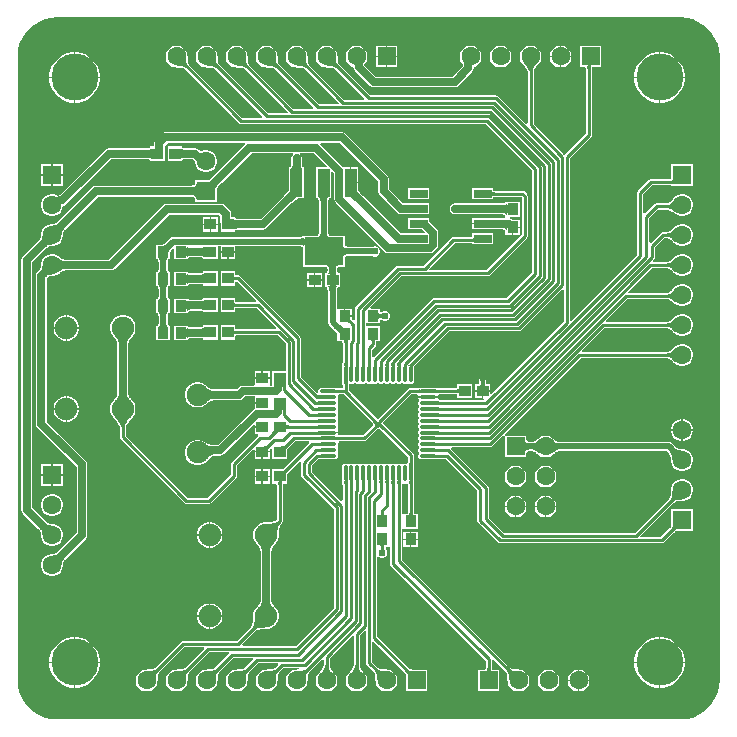
<source format=gtl>
G04*
G04 #@! TF.GenerationSoftware,Altium Limited,Altium Designer,21.6.1 (37)*
G04*
G04 Layer_Physical_Order=1*
G04 Layer_Color=255*
%FSTAX23Y23*%
%MOIN*%
G70*
G04*
G04 #@! TF.SameCoordinates,CC8BD2FC-D0AA-4785-96DD-124DC4C7110D*
G04*
G04*
G04 #@! TF.FilePolarity,Positive*
G04*
G01*
G75*
%ADD16C,0.025*%
%ADD17C,0.010*%
%ADD20R,0.060X0.026*%
%ADD21R,0.039X0.037*%
%ADD22O,0.057X0.012*%
%ADD23O,0.012X0.057*%
%ADD24R,0.130X0.094*%
%ADD25R,0.039X0.094*%
%ADD26R,0.037X0.039*%
%ADD27R,0.037X0.039*%
%ADD41C,0.020*%
%ADD42R,0.063X0.063*%
%ADD43C,0.063*%
%ADD44C,0.075*%
%ADD45R,0.063X0.063*%
%ADD46C,0.157*%
%ADD47C,0.024*%
G36*
X0324Y03348D02*
X0326Y03344D01*
X03279Y03336D01*
X03296Y03325D01*
X03312Y03312D01*
X03325Y03296D01*
X03336Y03279D01*
X03344Y0326D01*
X03348Y0324D01*
X0335Y0322D01*
X0335Y0322D01*
Y0114D01*
X0335Y0114D01*
X03348Y0112D01*
X03344Y011D01*
X03336Y01081D01*
X03325Y01064D01*
X03312Y01048D01*
X03296Y01035D01*
X03279Y01024D01*
X0326Y01016D01*
X0324Y01012D01*
X0322Y0101D01*
X0322Y0101D01*
X01145D01*
X01145Y0101D01*
X0114Y0101D01*
X01135Y0101D01*
X0112Y01012D01*
X011Y01016D01*
X01081Y01024D01*
X01064Y01035D01*
X01048Y01048D01*
X01035Y01064D01*
X01024Y01081D01*
X01016Y011D01*
X01012Y0112D01*
X0101Y0114D01*
X0101Y0114D01*
Y0322D01*
X0101Y0322D01*
X01012Y0324D01*
X01016Y0326D01*
X01024Y03279D01*
X01035Y03296D01*
X01048Y03312D01*
X01064Y03325D01*
X01081Y03336D01*
X011Y03344D01*
X0112Y03348D01*
X0114Y0335D01*
X0114Y0335D01*
X0322D01*
X0322Y0335D01*
X0324Y03348D01*
D02*
G37*
%LPC*%
G36*
X02825Y03256D02*
X02822D01*
Y03223D01*
X02856D01*
Y03225D01*
X02854Y03234D01*
X02849Y03242D01*
X02842Y03249D01*
X02834Y03254D01*
X02825Y03256D01*
D02*
G37*
G36*
X02276D02*
X02243D01*
Y03223D01*
X02276D01*
Y03256D01*
D02*
G37*
G36*
X02818D02*
X02815D01*
X02806Y03254D01*
X02798Y03249D01*
X02791Y03242D01*
X02786Y03234D01*
X02784Y03225D01*
Y03223D01*
X02818D01*
Y03256D01*
D02*
G37*
G36*
X02237D02*
X02204D01*
Y03223D01*
X02237D01*
Y03256D01*
D02*
G37*
G36*
X02856Y03217D02*
X02822D01*
Y03184D01*
X02825D01*
X02834Y03186D01*
X02842Y03191D01*
X02849Y03198D01*
X02854Y03206D01*
X02856Y03215D01*
Y03217D01*
D02*
G37*
G36*
X02818D02*
X02784D01*
Y03215D01*
X02786Y03206D01*
X02791Y03198D01*
X02798Y03191D01*
X02806Y03186D01*
X02815Y03184D01*
X02818D01*
Y03217D01*
D02*
G37*
G36*
X02625Y03256D02*
X02615D01*
X02606Y03254D01*
X02598Y03249D01*
X02591Y03242D01*
X02586Y03234D01*
X02584Y03225D01*
Y03215D01*
X02586Y03206D01*
X02591Y03198D01*
X02598Y03191D01*
X02606Y03186D01*
X02615Y03184D01*
X02625D01*
X02634Y03186D01*
X02642Y03191D01*
X02649Y03198D01*
X02654Y03206D01*
X02656Y03215D01*
Y03225D01*
X02654Y03234D01*
X02649Y03242D01*
X02642Y03249D01*
X02634Y03254D01*
X02625Y03256D01*
D02*
G37*
G36*
X02276Y03217D02*
X02243D01*
Y03184D01*
X02276D01*
Y03217D01*
D02*
G37*
G36*
X02237D02*
X02204D01*
Y03184D01*
X02237D01*
Y03217D01*
D02*
G37*
G36*
X02525Y03256D02*
X02515D01*
X02506Y03254D01*
X02498Y03249D01*
X02491Y03242D01*
X02486Y03234D01*
X02484Y03225D01*
Y03215D01*
X02486Y03206D01*
X02491Y03198D01*
X02495Y03193D01*
Y03188D01*
X0246Y03153D01*
X02204D01*
X02165Y03192D01*
Y03193D01*
X02169Y03198D01*
X02174Y03206D01*
X02176Y03215D01*
Y03225D01*
X02174Y03234D01*
X02169Y03242D01*
X02162Y03249D01*
X02154Y03254D01*
X02145Y03256D01*
X02135D01*
X02126Y03254D01*
X02118Y03249D01*
X02111Y03242D01*
X02106Y03234D01*
X02104Y03225D01*
Y03215D01*
X02106Y03206D01*
X02111Y03198D01*
X02118Y03191D01*
X02126Y03186D01*
X02129Y03185D01*
Y03185D01*
X02131Y03178D01*
X02135Y03172D01*
X02184Y03122D01*
X0219Y03119D01*
X02197Y03117D01*
X02197Y03117D01*
X02467D01*
X02474Y03119D01*
X0248Y03122D01*
X02525Y03168D01*
X02525Y03168D01*
X02529Y03174D01*
X02531Y03181D01*
Y03185D01*
X02534Y03186D01*
X02542Y03191D01*
X02549Y03198D01*
X02554Y03206D01*
X02556Y03215D01*
Y03225D01*
X02554Y03234D01*
X02549Y03242D01*
X02542Y03249D01*
X02534Y03254D01*
X02525Y03256D01*
D02*
G37*
G36*
X03158Y03234D02*
X03152D01*
Y03152D01*
X03234D01*
Y03158D01*
X03231Y03174D01*
X03224Y0319D01*
X03215Y03203D01*
X03203Y03215D01*
X0319Y03224D01*
X03174Y03231D01*
X03158Y03234D01*
D02*
G37*
G36*
X03148D02*
X03142D01*
X03126Y03231D01*
X0311Y03224D01*
X03097Y03215D01*
X03085Y03203D01*
X03076Y0319D01*
X03069Y03174D01*
X03066Y03158D01*
Y03152D01*
X03148D01*
Y03234D01*
D02*
G37*
G36*
X01208D02*
X01202D01*
Y03152D01*
X01284D01*
Y03158D01*
X01281Y03174D01*
X01274Y0319D01*
X01265Y03203D01*
X01253Y03215D01*
X0124Y03224D01*
X01224Y03231D01*
X01208Y03234D01*
D02*
G37*
G36*
X01197D02*
X01192D01*
X01176Y03231D01*
X0116Y03224D01*
X01147Y03215D01*
X01135Y03203D01*
X01126Y0319D01*
X01119Y03174D01*
X01116Y03158D01*
Y03152D01*
X01197D01*
Y03234D01*
D02*
G37*
G36*
X03234Y03148D02*
X03152D01*
Y03066D01*
X03158D01*
X03174Y03069D01*
X0319Y03076D01*
X03203Y03085D01*
X03215Y03097D01*
X03224Y0311D01*
X03231Y03126D01*
X03234Y03142D01*
Y03148D01*
D02*
G37*
G36*
X03148D02*
X03066D01*
Y03142D01*
X03069Y03126D01*
X03076Y0311D01*
X03085Y03097D01*
X03097Y03085D01*
X0311Y03076D01*
X03126Y03069D01*
X03142Y03066D01*
X03148D01*
Y03148D01*
D02*
G37*
G36*
X01284D02*
X01202D01*
Y03066D01*
X01208D01*
X01224Y03069D01*
X0124Y03076D01*
X01253Y03085D01*
X01265Y03097D01*
X01274Y0311D01*
X01281Y03126D01*
X01284Y03142D01*
Y03148D01*
D02*
G37*
G36*
X01197D02*
X01116D01*
Y03142D01*
X01119Y03126D01*
X01126Y0311D01*
X01135Y03097D01*
X01147Y03085D01*
X0116Y03076D01*
X01176Y03069D01*
X01192Y03066D01*
X01197D01*
Y03148D01*
D02*
G37*
G36*
X01554Y0292D02*
X01554Y0292D01*
X01553Y0292D01*
X01553Y0292D01*
X0151D01*
Y02872D01*
X01553D01*
X01553Y02872D01*
X01554Y02872D01*
X01554Y02872D01*
X01555Y02872D01*
X01559D01*
Y02876D01*
X0156Y02876D01*
X01562Y02877D01*
X01564Y02877D01*
X01575Y02878D01*
X01579Y02878D01*
X01579Y02878D01*
X01595D01*
X01598Y02875D01*
X01602Y02872D01*
Y02866D01*
X01604Y02857D01*
X01609Y02849D01*
X01616Y02842D01*
X01624Y02837D01*
X01633Y02835D01*
X01643D01*
X01652Y02837D01*
X0166Y02842D01*
X01667Y02849D01*
X01672Y02857D01*
X01674Y02866D01*
Y02876D01*
X01672Y02885D01*
X01667Y02893D01*
X0166Y029D01*
X01652Y02905D01*
X01643Y02907D01*
X01633D01*
X01624Y02905D01*
X01621Y02903D01*
X01617Y02907D01*
X01615Y02909D01*
X01615Y02909D01*
X0161Y02912D01*
X01603Y02914D01*
X01579D01*
X01579Y02914D01*
X01575Y02914D01*
X01567Y02914D01*
X01564Y02915D01*
X01562Y02915D01*
X0156Y02916D01*
X01559Y02916D01*
Y0292D01*
X01555D01*
X01554Y0292D01*
D02*
G37*
G36*
X02956Y03256D02*
X02884D01*
Y03184D01*
X02903D01*
X02903Y03183D01*
X02903Y03183D01*
X02904Y03183D01*
X02904Y03182D01*
X02904Y0318D01*
X02904Y03178D01*
X02904Y03178D01*
Y02964D01*
X02836Y02895D01*
X02832Y02892D01*
X02829Y02895D01*
X0273Y02994D01*
Y03169D01*
X0273Y0317D01*
X02731Y03171D01*
X02731Y03173D01*
X02732Y03175D01*
X02733Y03177D01*
X02734Y03179D01*
X02736Y03182D01*
X02738Y03185D01*
X02743Y03191D01*
X02746Y03194D01*
X02746Y03195D01*
X02749Y03198D01*
X02754Y03206D01*
X02756Y03215D01*
Y03225D01*
X02754Y03234D01*
X02749Y03242D01*
X02742Y03249D01*
X02734Y03254D01*
X02725Y03256D01*
X02715D01*
X02706Y03254D01*
X02698Y03249D01*
X02691Y03242D01*
X02686Y03234D01*
X02684Y03225D01*
Y03215D01*
X02686Y03206D01*
X02691Y03198D01*
X02694Y03195D01*
X02694Y03194D01*
X02697Y03191D01*
X02702Y03185D01*
X02704Y03182D01*
X02706Y03179D01*
X02707Y03177D01*
X02708Y03175D01*
X02709Y03173D01*
X02709Y03171D01*
X0271Y0317D01*
X0271Y03169D01*
Y02997D01*
X02705Y02995D01*
X02612Y03087D01*
X02609Y03089D01*
X02605Y0309D01*
X02184D01*
X02083Y03191D01*
X02083Y03192D01*
X02082Y03193D01*
X02081Y03195D01*
X0208Y03196D01*
X02079Y03199D01*
X02078Y03201D01*
X02078Y03204D01*
X02077Y03207D01*
X02077Y03215D01*
X02077Y0322D01*
X02076Y03221D01*
Y03225D01*
X02074Y03234D01*
X02069Y03242D01*
X02062Y03249D01*
X02054Y03254D01*
X02045Y03256D01*
X02035D01*
X02026Y03254D01*
X02018Y03249D01*
X02011Y03242D01*
X02006Y03234D01*
X02004Y03225D01*
Y03215D01*
X02006Y03206D01*
X02011Y03198D01*
X02018Y03191D01*
X02026Y03186D01*
X02035Y03184D01*
X02039D01*
X0204Y03183D01*
X02045Y03183D01*
X02053Y03183D01*
X02056Y03182D01*
X02059Y03182D01*
X02061Y03181D01*
X02064Y0318D01*
X02065Y03179D01*
X02067Y03178D01*
X02068Y03177D01*
X02069Y03177D01*
X02166Y0308D01*
X02164Y03075D01*
X02099D01*
X01983Y03191D01*
X01983Y03192D01*
X01982Y03193D01*
X01981Y03195D01*
X0198Y03196D01*
X01979Y03199D01*
X01978Y03201D01*
X01978Y03204D01*
X01977Y03207D01*
X01977Y03215D01*
X01977Y0322D01*
X01976Y03221D01*
Y03225D01*
X01974Y03234D01*
X01969Y03242D01*
X01962Y03249D01*
X01954Y03254D01*
X01945Y03256D01*
X01935D01*
X01926Y03254D01*
X01918Y03249D01*
X01911Y03242D01*
X01906Y03234D01*
X01904Y03225D01*
Y03215D01*
X01906Y03206D01*
X01911Y03198D01*
X01918Y03191D01*
X01926Y03186D01*
X01935Y03184D01*
X01939D01*
X0194Y03183D01*
X01945Y03183D01*
X01953Y03183D01*
X01956Y03182D01*
X01959Y03182D01*
X01961Y03181D01*
X01964Y0318D01*
X01965Y03179D01*
X01967Y03178D01*
X01968Y03177D01*
X01969Y03177D01*
X02081Y03065D01*
X02079Y0306D01*
X02014D01*
X01883Y03191D01*
X01883Y03192D01*
X01882Y03193D01*
X01881Y03195D01*
X0188Y03196D01*
X01879Y03199D01*
X01878Y03201D01*
X01878Y03204D01*
X01877Y03207D01*
X01877Y03215D01*
X01877Y0322D01*
X01876Y03221D01*
Y03225D01*
X01874Y03234D01*
X01869Y03242D01*
X01862Y03249D01*
X01854Y03254D01*
X01845Y03256D01*
X01835D01*
X01826Y03254D01*
X01818Y03249D01*
X01811Y03242D01*
X01806Y03234D01*
X01804Y03225D01*
Y03215D01*
X01806Y03206D01*
X01811Y03198D01*
X01818Y03191D01*
X01826Y03186D01*
X01835Y03184D01*
X01839D01*
X0184Y03183D01*
X01845Y03183D01*
X01853Y03183D01*
X01856Y03182D01*
X01859Y03182D01*
X01861Y03181D01*
X01864Y0318D01*
X01865Y03179D01*
X01867Y03178D01*
X01868Y03177D01*
X01869Y03177D01*
X01996Y0305D01*
X01994Y03045D01*
X01929D01*
X01783Y03191D01*
X01783Y03192D01*
X01782Y03193D01*
X01781Y03195D01*
X0178Y03196D01*
X01779Y03199D01*
X01778Y03201D01*
X01778Y03204D01*
X01777Y03207D01*
X01777Y03215D01*
X01777Y0322D01*
X01776Y03221D01*
Y03225D01*
X01774Y03234D01*
X01769Y03242D01*
X01762Y03249D01*
X01754Y03254D01*
X01745Y03256D01*
X01735D01*
X01726Y03254D01*
X01718Y03249D01*
X01711Y03242D01*
X01706Y03234D01*
X01704Y03225D01*
Y03215D01*
X01706Y03206D01*
X01711Y03198D01*
X01718Y03191D01*
X01726Y03186D01*
X01735Y03184D01*
X01739D01*
X0174Y03183D01*
X01745Y03183D01*
X01753Y03183D01*
X01756Y03182D01*
X01759Y03182D01*
X01761Y03181D01*
X01764Y0318D01*
X01765Y03179D01*
X01767Y03178D01*
X01768Y03177D01*
X01769Y03177D01*
X01911Y03035D01*
X01909Y0303D01*
X01844D01*
X01683Y03191D01*
X01683Y03192D01*
X01682Y03193D01*
X01681Y03195D01*
X0168Y03196D01*
X01679Y03199D01*
X01678Y03201D01*
X01678Y03204D01*
X01677Y03207D01*
X01677Y03215D01*
X01677Y0322D01*
X01676Y03221D01*
Y03225D01*
X01674Y03234D01*
X01669Y03242D01*
X01662Y03249D01*
X01654Y03254D01*
X01645Y03256D01*
X01635D01*
X01626Y03254D01*
X01618Y03249D01*
X01611Y03242D01*
X01606Y03234D01*
X01604Y03225D01*
Y03215D01*
X01606Y03206D01*
X01611Y03198D01*
X01618Y03191D01*
X01626Y03186D01*
X01635Y03184D01*
X01639D01*
X0164Y03183D01*
X01645Y03183D01*
X01653Y03183D01*
X01656Y03182D01*
X01659Y03182D01*
X01661Y03181D01*
X01664Y0318D01*
X01665Y03179D01*
X01667Y03178D01*
X01668Y03177D01*
X01669Y03177D01*
X01826Y0302D01*
X01824Y03015D01*
X01759D01*
X01583Y03191D01*
X01583Y03192D01*
X01582Y03193D01*
X01581Y03195D01*
X0158Y03196D01*
X01579Y03199D01*
X01578Y03201D01*
X01578Y03204D01*
X01577Y03207D01*
X01577Y03215D01*
X01577Y0322D01*
X01576Y03221D01*
Y03225D01*
X01574Y03234D01*
X01569Y03242D01*
X01562Y03249D01*
X01554Y03254D01*
X01545Y03256D01*
X01535D01*
X01526Y03254D01*
X01518Y03249D01*
X01511Y03242D01*
X01506Y03234D01*
X01504Y03225D01*
Y03215D01*
X01506Y03206D01*
X01511Y03198D01*
X01518Y03191D01*
X01526Y03186D01*
X01535Y03184D01*
X01539D01*
X0154Y03183D01*
X01545Y03183D01*
X01553Y03183D01*
X01556Y03182D01*
X01559Y03182D01*
X01561Y03181D01*
X01564Y0318D01*
X01565Y03179D01*
X01567Y03178D01*
X01568Y03177D01*
X01569Y03177D01*
X01748Y02998D01*
X01751Y02996D01*
X01755Y02995D01*
X0257D01*
X02725Y0284D01*
Y025D01*
X0264Y02414D01*
X02399D01*
X02395Y02414D01*
X02392Y02411D01*
X02198Y02217D01*
X02193Y02219D01*
Y02243D01*
X02202Y02253D01*
X02204Y02256D01*
X02205Y0226D01*
Y02265D01*
X02205Y02266D01*
X02205Y02268D01*
X02206Y02269D01*
X02206Y0227D01*
X02206Y02271D01*
X02206Y02271D01*
X02219D01*
Y0232D01*
X02173D01*
Y0233D01*
X02219D01*
Y0234D01*
X02219Y0234D01*
X02219Y0234D01*
X02219Y0234D01*
X02219Y02341D01*
X02219Y02341D01*
X02219Y02341D01*
X02224Y02342D01*
X02224Y02342D01*
X02225Y02341D01*
X02232Y02338D01*
X02238D01*
X02245Y02341D01*
X02249Y02345D01*
X02252Y02352D01*
Y02358D01*
X02249Y02365D01*
X02245Y02369D01*
X02238Y02372D01*
X02232D01*
X02225Y02369D01*
X02224Y02368D01*
X02224Y02368D01*
X02219Y02369D01*
X02219Y02369D01*
X02219Y02369D01*
X02219Y0237D01*
X02219Y0237D01*
X02219Y0237D01*
X02219Y0237D01*
Y02379D01*
X02188D01*
X02186Y02384D01*
X0229Y02487D01*
X02577D01*
X02581Y02488D01*
X02585Y0249D01*
X02707Y02613D01*
X02709Y02616D01*
X0271Y0262D01*
Y02755D01*
X02709Y02759D01*
X02707Y02762D01*
X027Y0277D01*
X02696Y02772D01*
X02692Y02773D01*
X02602D01*
X02601Y02773D01*
X026Y02773D01*
X02598Y02773D01*
X02597Y02773D01*
X02596Y02774D01*
X02596Y02774D01*
Y0278D01*
X02526D01*
Y02745D01*
X02596D01*
Y02752D01*
X02596Y02752D01*
X02597Y02752D01*
X02598Y02752D01*
X026Y02752D01*
X02601Y02752D01*
X02602Y02752D01*
X02688D01*
X0269Y02751D01*
Y02624D01*
X02573Y02508D01*
X02384D01*
X02382Y02512D01*
X02468Y02597D01*
X02521D01*
X02521Y02597D01*
X02525Y02597D01*
X02526Y02597D01*
X02526Y02597D01*
Y02595D01*
X02531D01*
X02531Y02594D01*
X02532Y02595D01*
X02532Y02595D01*
X02533Y02595D01*
X02596D01*
Y0263D01*
X02526D01*
Y02618D01*
X02526Y02618D01*
X02525Y02618D01*
X02524Y02618D01*
X02523Y02618D01*
X02521Y02618D01*
X02521Y02618D01*
X02463D01*
X02459Y02617D01*
X02456Y02615D01*
X02364Y02523D01*
X02279D01*
X02275Y02522D01*
X02272Y0252D01*
X02136Y02384D01*
X02134Y02381D01*
X02134Y02377D01*
Y02341D01*
X02129Y0234D01*
X02126Y02342D01*
X02125Y02344D01*
X02124Y02345D01*
X02124Y02346D01*
Y02349D01*
X02124Y02349D01*
X02124Y0235D01*
Y0235D01*
X02124Y0235D01*
X02124Y0235D01*
Y02352D01*
X021D01*
Y02355D01*
X02098D01*
Y02379D01*
X02076D01*
X02075Y02384D01*
Y02436D01*
X02075Y02436D01*
X02075Y0244D01*
X02075Y02443D01*
X02076Y02446D01*
X02076Y02448D01*
X02077Y02449D01*
X02077Y0245D01*
X02078Y02451D01*
X02078Y02451D01*
X02079Y02451D01*
X0208Y02451D01*
X0208Y02451D01*
X02084D01*
Y02456D01*
X02085Y02456D01*
X02084Y02457D01*
X02084Y02457D01*
X02084Y02457D01*
Y02493D01*
X02084Y02493D01*
X02084Y02493D01*
X02085Y02494D01*
X02084Y02494D01*
Y02499D01*
X0208D01*
X0208Y02499D01*
X02079Y02499D01*
X02078Y02499D01*
X02078Y02499D01*
X02077Y025D01*
X02077Y02501D01*
X02076Y02502D01*
X02076Y02504D01*
X02075Y02507D01*
X02075Y02509D01*
X02075Y0251D01*
X02076Y02513D01*
X02076Y02515D01*
X02077Y02516D01*
X02077Y02517D01*
X02078Y02518D01*
X02078Y02518D01*
X02079Y02518D01*
X0208Y02518D01*
X02081Y02519D01*
X021D01*
Y0255D01*
X021Y0255D01*
X021Y02552D01*
X021Y02552D01*
X02101Y02552D01*
X02101Y02553D01*
X02102Y02553D01*
X02104Y02554D01*
X02106Y02555D01*
X02108Y02555D01*
X02111Y02555D01*
X02115Y02555D01*
X02115Y02556D01*
X02191D01*
X02197Y02553D01*
X02203D01*
X0221Y02556D01*
X02214Y0256D01*
X02217Y02567D01*
Y02573D01*
X02214Y0258D01*
X0221Y02584D01*
X02203Y02587D01*
X02197D01*
X02195Y02586D01*
X02115D01*
X02115Y02586D01*
X02111Y02586D01*
X02108Y02587D01*
X02106Y02587D01*
X02104Y02588D01*
X02102Y02588D01*
X02101Y02589D01*
X02101Y02589D01*
X021Y0259D01*
X021Y0259D01*
X021Y02591D01*
X021Y02592D01*
Y02623D01*
X02051D01*
X02051Y02623D01*
X02049Y02623D01*
X02049Y02624D01*
X02048Y02624D01*
X02048Y02624D01*
X02047Y02625D01*
X02047Y02627D01*
X02046Y02629D01*
X02046Y02631D01*
X02046Y02634D01*
X02045Y02638D01*
X02045Y02638D01*
Y02732D01*
X02045Y02732D01*
X02046Y02736D01*
X02046Y02739D01*
X02046Y02741D01*
X02047Y02743D01*
X02047Y02745D01*
X02048Y02746D01*
X02048Y02746D01*
X02049Y02746D01*
X02049Y02747D01*
X0205Y02747D01*
X02051Y02747D01*
X02055D01*
Y02751D01*
X02055Y02752D01*
X02055Y02752D01*
X02055Y02753D01*
X02055Y02753D01*
Y02834D01*
X02059Y02836D01*
X02066Y0283D01*
Y02745D01*
X02067Y02738D01*
X02071Y02732D01*
X02233Y0257D01*
X02239Y02566D01*
X02246Y02564D01*
X02385D01*
X02392Y02566D01*
X02398Y0257D01*
X02408Y0258D01*
X02408Y0258D01*
X02412Y02586D01*
X02413Y02593D01*
Y02633D01*
X02412Y02639D01*
X02408Y02645D01*
X02408Y02645D01*
X02396Y02657D01*
X02395Y02658D01*
X02383Y0267D01*
Y0268D01*
X02365D01*
X02365Y0268D01*
X02348D01*
X02348Y0268D01*
X02313D01*
Y02645D01*
X02348D01*
X02348Y02645D01*
X02358D01*
X02367Y02635D01*
X02365Y0263D01*
X02348D01*
X02348Y0263D01*
X02318D01*
X02318Y02631D01*
X02318Y02631D01*
X02318Y02631D01*
X02293Y0263D01*
X02293Y0263D01*
X02287D01*
X02162Y02756D01*
X02162Y02756D01*
X02153Y02765D01*
X02149Y0277D01*
X02147Y02773D01*
X02145Y02776D01*
Y02787D01*
X02146Y02787D01*
X02145Y02788D01*
X02145Y02788D01*
X02145Y02789D01*
Y02797D01*
X02121D01*
Y02799D01*
X02118D01*
Y02851D01*
X02096D01*
X02096Y02851D01*
Y02851D01*
X02092Y02854D01*
X02019Y02927D01*
X02021Y02932D01*
X02085D01*
X02212Y02805D01*
Y0277D01*
X02214Y02763D01*
X02217Y02757D01*
X02275Y027D01*
X02275Y027D01*
X02281Y02696D01*
X02287Y02695D01*
X02287Y02695D01*
X02293D01*
X02293Y02695D01*
X02317Y02695D01*
X02317Y02695D01*
X02317Y02695D01*
X02317Y02695D01*
X02317Y02695D01*
X02318Y02695D01*
X02318Y02694D01*
X02318Y02695D01*
X02348D01*
X02348Y02695D01*
X02383D01*
Y0273D01*
X02348D01*
X02348Y0273D01*
X02318D01*
X02318Y02731D01*
X02318Y02731D01*
X02318Y02731D01*
X02295Y0273D01*
X02248Y02777D01*
Y02813D01*
X02246Y0282D01*
X02243Y02825D01*
X02243Y02825D01*
X02105Y02963D01*
X021Y02966D01*
X02093Y02968D01*
X01503D01*
X01496Y02966D01*
X01491Y02963D01*
X0147Y02942D01*
X01466Y02936D01*
X01465Y0293D01*
X01465Y0293D01*
X01465Y02924D01*
X01465Y0292D01*
X01464Y0292D01*
X01457D01*
X01457Y0292D01*
X01457Y0292D01*
X01456Y0292D01*
X01455Y0292D01*
X01451D01*
Y02916D01*
X0145Y02916D01*
X01449Y02915D01*
X01446Y02915D01*
X01436Y02914D01*
X01431Y02914D01*
X01431Y02914D01*
X01314D01*
X01314Y02914D01*
X01307Y02912D01*
X01301Y02909D01*
X0115Y02758D01*
X0115D01*
X01144Y02756D01*
X01139Y02759D01*
X0113Y02761D01*
X0112D01*
X01111Y02759D01*
X01103Y02754D01*
X01096Y02747D01*
X01091Y02739D01*
X01089Y0273D01*
Y0272D01*
X01091Y02711D01*
X01096Y02703D01*
X01103Y02696D01*
X01111Y02691D01*
X0112Y02689D01*
X0113D01*
X01139Y02691D01*
X01147Y02696D01*
X01154Y02703D01*
X01159Y02711D01*
X01161Y0272D01*
Y02723D01*
X01165Y02723D01*
X0117Y02727D01*
X01321Y02878D01*
X01431D01*
X01431Y02878D01*
X01436Y02878D01*
X01443Y02877D01*
X01446Y02877D01*
X01449Y02877D01*
X0145Y02876D01*
X01451Y02876D01*
Y02872D01*
X01455D01*
X01456Y02872D01*
X01457Y02872D01*
X01457Y02872D01*
X01457Y02872D01*
X015D01*
Y029D01*
X01501Y02902D01*
X01501Y02902D01*
Y02921D01*
X01501Y02922D01*
X01511Y02932D01*
X01767D01*
X01769Y02927D01*
X01666Y02824D01*
X01666Y02824D01*
X01656Y02815D01*
X01652Y02812D01*
X01648Y02809D01*
X01645Y02807D01*
X01634D01*
X01634Y02808D01*
X01634Y02807D01*
X01633Y02808D01*
X01633Y02807D01*
X01602D01*
Y02797D01*
X01601Y02797D01*
X01601Y02795D01*
X01601Y02794D01*
X016Y02793D01*
X01599Y02792D01*
X01598Y02791D01*
X01596Y02791D01*
X01593Y0279D01*
X0159Y02789D01*
X01586Y02789D01*
X01581Y02789D01*
X01581Y02789D01*
X01271D01*
X01271Y02789D01*
X01264Y02787D01*
X01258Y02784D01*
X01146Y02672D01*
X01146Y02672D01*
X01144Y0267D01*
X01142Y02668D01*
X0114Y02666D01*
X01138Y02665D01*
X01136Y02664D01*
X01134Y02663D01*
X01132Y02663D01*
X0113Y02662D01*
X01128Y02662D01*
X01125Y02662D01*
X01124Y02661D01*
X0112D01*
X01111Y02659D01*
X01103Y02654D01*
X01096Y02647D01*
X01091Y02639D01*
X01089Y0263D01*
Y02626D01*
X01088Y02625D01*
X01088Y02622D01*
X01088Y0262D01*
X01087Y02618D01*
X01087Y02616D01*
X01086Y02614D01*
X01085Y02612D01*
X01084Y0261D01*
X01082Y02608D01*
X0108Y02606D01*
X01078Y02604D01*
X01078Y02604D01*
X01029Y02554D01*
X01025Y02548D01*
X01023Y02541D01*
Y01709D01*
X01025Y01702D01*
X01029Y01696D01*
X01078Y01646D01*
X01078Y01646D01*
X0108Y01644D01*
X01082Y01642D01*
X01084Y0164D01*
X01085Y01638D01*
X01086Y01636D01*
X01087Y01634D01*
X01087Y01632D01*
X01088Y0163D01*
X01088Y01628D01*
X01088Y01625D01*
X01089Y01624D01*
Y0162D01*
X01091Y01611D01*
X01096Y01603D01*
X01103Y01596D01*
X01111Y01591D01*
X0112Y01589D01*
X0113D01*
X01139Y01591D01*
X01147Y01596D01*
X01154Y01603D01*
X01159Y01611D01*
X01161Y0162D01*
Y0163D01*
X01159Y01639D01*
X01154Y01647D01*
X01147Y01654D01*
X01139Y01659D01*
X0113Y01661D01*
X01126D01*
X01125Y01662D01*
X01122Y01662D01*
X0112Y01662D01*
X01118Y01663D01*
X01116Y01663D01*
X01114Y01664D01*
X01112Y01665D01*
X0111Y01666D01*
X01108Y01668D01*
X01106Y0167D01*
X01104Y01672D01*
X01104Y01672D01*
X01059Y01716D01*
Y02534D01*
X01104Y02578D01*
X01104Y02578D01*
X01106Y0258D01*
X01108Y02582D01*
X0111Y02584D01*
X01112Y02585D01*
X01114Y02586D01*
X01116Y02587D01*
X01118Y02587D01*
X0112Y02588D01*
X01122Y02588D01*
X01125Y02588D01*
X01126Y02589D01*
X0113D01*
X01139Y02591D01*
X01147Y02596D01*
X01154Y02603D01*
X01159Y02611D01*
X01161Y0262D01*
Y02624D01*
X01162Y02625D01*
X01162Y02628D01*
X01162Y0263D01*
X01163Y02632D01*
X01163Y02634D01*
X01164Y02636D01*
X01165Y02638D01*
X01166Y0264D01*
X01168Y02642D01*
X0117Y02644D01*
X01172Y02646D01*
X01172Y02646D01*
X01278Y02753D01*
X01581D01*
X01581Y02753D01*
X01586Y02753D01*
X0159Y02753D01*
X01593Y02752D01*
X01596Y02751D01*
X01598Y02751D01*
X01599Y0275D01*
X016Y02749D01*
X01601Y02748D01*
X01601Y02747D01*
X01601Y02745D01*
X01602Y02745D01*
Y02735D01*
X01674D01*
Y02766D01*
X01675Y02766D01*
X01674Y02767D01*
X01675Y02767D01*
X01674Y02767D01*
Y02778D01*
X01676Y02781D01*
X01679Y02785D01*
X01686Y02794D01*
X01691Y02799D01*
X01691Y02799D01*
X0179Y02898D01*
X01927D01*
X01928Y02893D01*
X01927Y02893D01*
X01924Y02887D01*
X01922Y0288D01*
Y02872D01*
X01922Y02871D01*
X01922Y02863D01*
X01921Y02859D01*
X01921Y02856D01*
X0192Y02854D01*
X0192Y02853D01*
X01919Y02852D01*
X01919Y02852D01*
X01919Y02852D01*
X01919Y02851D01*
X01915D01*
Y02847D01*
X01914Y02846D01*
X01915Y02846D01*
X01915Y02845D01*
X01915Y02845D01*
Y02789D01*
X01915Y02788D01*
X01915Y02788D01*
X01914Y02787D01*
X01915Y02787D01*
Y02776D01*
X01913Y02773D01*
X01911Y0277D01*
X01903Y02761D01*
X01898Y02756D01*
X01898Y02756D01*
X0182Y02678D01*
X01756D01*
X01756Y02678D01*
X01751Y02678D01*
X01744Y02678D01*
X01741Y02679D01*
X01738Y02679D01*
X01737Y0268D01*
X01736Y0268D01*
Y02684D01*
X01732D01*
X01731Y02684D01*
X0173Y02684D01*
X0173Y02684D01*
X01729Y02684D01*
X01723D01*
X01723Y02685D01*
X01723Y02686D01*
X01722Y02688D01*
X01722Y02693D01*
X01722Y02696D01*
X01722Y02697D01*
X01721Y02703D01*
X01717Y02709D01*
X01717Y02709D01*
X01702Y02724D01*
X01696Y02727D01*
X01689Y02729D01*
X01508D01*
X01501Y02727D01*
X01495Y02724D01*
X01495Y02724D01*
X01314Y02543D01*
X01173D01*
X01173Y02543D01*
X0117Y02543D01*
X01167Y02543D01*
X01165Y02544D01*
X01163Y02544D01*
X0116Y02545D01*
X01158Y02546D01*
X01156Y02547D01*
X01155Y02548D01*
X01153Y02549D01*
X01151Y02551D01*
X0115Y02551D01*
X01147Y02554D01*
X01139Y02559D01*
X0113Y02561D01*
X0112D01*
X01111Y02559D01*
X01103Y02554D01*
X01096Y02547D01*
X01091Y02539D01*
X01089Y0253D01*
Y02526D01*
X01088Y02525D01*
X01088Y02522D01*
X01088Y0252D01*
X01087Y02518D01*
X01087Y02516D01*
X01086Y02514D01*
X01085Y02512D01*
X01084Y0251D01*
X01082Y02508D01*
X0108Y02506D01*
X01078Y02504D01*
X01078Y02504D01*
X01076Y02502D01*
X01073Y02496D01*
X01071Y02489D01*
Y01996D01*
X01073Y01989D01*
X01076Y01983D01*
X01207Y01853D01*
Y01632D01*
X01146Y01572D01*
X01146Y01572D01*
X01144Y0157D01*
X01142Y01568D01*
X0114Y01566D01*
X01138Y01565D01*
X01136Y01564D01*
X01134Y01563D01*
X01132Y01563D01*
X0113Y01562D01*
X01128Y01562D01*
X01125Y01562D01*
X01124Y01561D01*
X0112D01*
X01111Y01559D01*
X01103Y01554D01*
X01096Y01547D01*
X01091Y01539D01*
X01089Y0153D01*
Y0152D01*
X01091Y01511D01*
X01096Y01503D01*
X01103Y01496D01*
X01111Y01491D01*
X0112Y01489D01*
X0113D01*
X01139Y01491D01*
X01147Y01496D01*
X01154Y01503D01*
X01159Y01511D01*
X01161Y0152D01*
Y01524D01*
X01162Y01525D01*
X01162Y01528D01*
X01162Y0153D01*
X01163Y01532D01*
X01163Y01534D01*
X01164Y01536D01*
X01165Y01538D01*
X01166Y0154D01*
X01168Y01542D01*
X0117Y01544D01*
X01172Y01546D01*
X01172Y01546D01*
X01238Y01612D01*
X01238Y01612D01*
X01241Y01618D01*
X01243Y01625D01*
X01243Y01625D01*
Y0186D01*
X01241Y01867D01*
X01238Y01873D01*
X01238Y01873D01*
X01107Y02003D01*
Y02481D01*
X01108Y02482D01*
X0111Y02484D01*
X01112Y02485D01*
X01114Y02486D01*
X01116Y02487D01*
X01118Y02487D01*
X0112Y02488D01*
X01122Y02488D01*
X01125Y02488D01*
X01126Y02489D01*
X0113D01*
X01139Y02491D01*
X01147Y02496D01*
X0115Y02499D01*
X01151Y02499D01*
X01153Y02501D01*
X01155Y02502D01*
X01156Y02503D01*
X01158Y02504D01*
X0116Y02505D01*
X01163Y02506D01*
X01165Y02506D01*
X01167Y02507D01*
X0117Y02507D01*
X01173Y02507D01*
X01173Y02507D01*
X01322D01*
X01328Y02509D01*
X01334Y02512D01*
X01515Y02693D01*
X01682D01*
X01686Y02689D01*
X01686Y02681D01*
Y02666D01*
X01687Y02664D01*
Y02636D01*
X01729D01*
X0173Y02636D01*
X0173Y02636D01*
X01731Y02636D01*
X01732Y02636D01*
X01736D01*
Y0264D01*
X01737Y0264D01*
X01738Y02641D01*
X01741Y02641D01*
X01751Y02642D01*
X01756Y02642D01*
X01756Y02642D01*
X01828D01*
X01835Y02644D01*
X0184Y02647D01*
X01923Y0273D01*
X01924Y0273D01*
X01933Y02739D01*
X01937Y02743D01*
X01941Y02745D01*
X01944Y02747D01*
X01955D01*
X01955Y02747D01*
X01956Y02747D01*
X01956Y02747D01*
X01956Y02747D01*
X01964D01*
Y02845D01*
X01964Y02845D01*
X01964Y02846D01*
X01964Y02846D01*
X01964Y02847D01*
Y02851D01*
X0196D01*
X0196Y02851D01*
X0196Y02852D01*
X01959Y02854D01*
X01959Y02856D01*
X01958Y02867D01*
X01958Y02871D01*
X01958Y02872D01*
Y0288D01*
X01956Y02887D01*
X01953Y02893D01*
X01952Y02893D01*
X01953Y02898D01*
X01997D01*
X0204Y02856D01*
X02038Y02851D01*
X02005D01*
Y02753D01*
X02005Y02753D01*
X02005Y02752D01*
X02005Y02752D01*
X02005Y02751D01*
Y02747D01*
X02009D01*
X0201Y02747D01*
X02011Y02747D01*
X02011Y02746D01*
X02012Y02746D01*
X02012Y02746D01*
X02013Y02745D01*
X02013Y02743D01*
X02014Y02741D01*
X02014Y02739D01*
X02014Y02736D01*
X02015Y02732D01*
X02015Y02732D01*
Y02638D01*
X02015Y02638D01*
X02014Y02634D01*
X02014Y02631D01*
X02014Y02629D01*
X02013Y02627D01*
X02013Y02625D01*
X02012Y02624D01*
X02012Y02624D01*
X02011Y02624D01*
X02011Y02623D01*
X02009Y02623D01*
X02009Y02623D01*
X01967D01*
X01966Y02623D01*
X01966Y02623D01*
X01965Y02623D01*
X01964Y02623D01*
X0196D01*
Y0262D01*
X01959Y0262D01*
X01957Y02619D01*
X01949Y02619D01*
X01945Y02619D01*
X01945Y02618D01*
X01529D01*
X01523Y02617D01*
X01518Y02614D01*
X0151Y02606D01*
X0151Y02606D01*
X01502Y02599D01*
X01499Y02596D01*
X01496Y02594D01*
X01494Y02593D01*
X01486D01*
X01485Y02593D01*
X01485Y02593D01*
X01485D01*
X01484Y02593D01*
X01484Y02593D01*
X01472D01*
Y02551D01*
X01472Y0255D01*
X01472Y0255D01*
X01472Y0255D01*
X01472Y02549D01*
Y02545D01*
X01476D01*
X01477Y02544D01*
X01477Y02544D01*
X01477Y02544D01*
X01478Y02544D01*
X01478Y02544D01*
X01478Y02543D01*
X01479Y02541D01*
X01479Y02539D01*
X0148Y02533D01*
X0148Y0253D01*
X0148Y02529D01*
Y02518D01*
X0148Y02518D01*
X0148Y02515D01*
X0148Y02511D01*
X01479Y02509D01*
X01479Y02507D01*
X01478Y02505D01*
X01478Y02504D01*
X01478Y02504D01*
X01477Y02504D01*
X01477Y02504D01*
X01477Y02503D01*
X01476Y02503D01*
X01472D01*
Y02499D01*
X01472Y02498D01*
X01472Y02498D01*
X01472Y02497D01*
X01472Y02497D01*
Y02461D01*
X01472Y0246D01*
X01472Y0246D01*
X01472Y0246D01*
X01472Y02459D01*
Y02455D01*
X01476D01*
X01477Y02454D01*
X01477Y02454D01*
X01477Y02454D01*
X01478Y02454D01*
X01478Y02454D01*
X01478Y02453D01*
X01479Y02451D01*
X01479Y02449D01*
X0148Y02443D01*
X0148Y0244D01*
X0148Y02439D01*
Y02428D01*
X0148Y02428D01*
X0148Y02425D01*
X0148Y02421D01*
X01479Y02419D01*
X01479Y02417D01*
X01478Y02415D01*
X01478Y02414D01*
X01478Y02414D01*
X01477Y02414D01*
X01477Y02414D01*
X01477Y02413D01*
X01476Y02413D01*
X01472D01*
Y02409D01*
X01472Y02408D01*
X01472Y02408D01*
X01472Y02407D01*
X01472Y02407D01*
Y02371D01*
X01472Y0237D01*
X01472Y0237D01*
X01472Y0237D01*
X01472Y02369D01*
Y02365D01*
X01476D01*
X01477Y02364D01*
X01477Y02364D01*
X01477Y02364D01*
X01478Y02364D01*
X01478Y02364D01*
X01478Y02363D01*
X01479Y02361D01*
X01479Y02359D01*
X0148Y02353D01*
X0148Y0235D01*
X0148Y02349D01*
Y02338D01*
X0148Y02338D01*
X0148Y02335D01*
X0148Y02331D01*
X01479Y02329D01*
X01479Y02327D01*
X01478Y02325D01*
X01478Y02324D01*
X01478Y02324D01*
X01477Y02324D01*
X01477Y02324D01*
X01477Y02323D01*
X01476Y02323D01*
X01472D01*
Y02319D01*
X01472Y02318D01*
X01472Y02318D01*
X01472Y02317D01*
X01472Y02317D01*
Y02275D01*
X01519D01*
Y02317D01*
X01519Y02317D01*
X01519Y02318D01*
X01519Y02318D01*
X01519Y02319D01*
Y02323D01*
X01515D01*
X01514Y02323D01*
X01514Y02324D01*
X01514Y02324D01*
X01513Y02324D01*
X01513Y02324D01*
X01512Y02325D01*
X01512Y02327D01*
X01512Y02329D01*
X01511Y02335D01*
X01511Y02338D01*
X01511Y02338D01*
Y02349D01*
X01511Y0235D01*
X01511Y02353D01*
X01511Y02356D01*
X01512Y02359D01*
X01512Y02361D01*
X01512Y02363D01*
X01513Y02364D01*
X01513Y02364D01*
X01514Y02364D01*
X01514Y02364D01*
X01514Y02364D01*
X01515Y02365D01*
X01519D01*
Y02369D01*
X01519Y0237D01*
X01519Y0237D01*
X01519Y0237D01*
X01519Y02371D01*
Y02407D01*
X01519Y02407D01*
X01519Y02408D01*
X01519Y02408D01*
X01519Y02409D01*
Y02413D01*
X01515D01*
X01514Y02413D01*
X01514Y02414D01*
X01514Y02414D01*
X01513Y02414D01*
X01513Y02414D01*
X01512Y02415D01*
X01512Y02417D01*
X01512Y02419D01*
X01511Y02425D01*
X01511Y02428D01*
X01511Y02428D01*
Y02439D01*
X01511Y0244D01*
X01511Y02443D01*
X01511Y02446D01*
X01512Y02449D01*
X01512Y02451D01*
X01512Y02453D01*
X01513Y02454D01*
X01513Y02454D01*
X01514Y02454D01*
X01514Y02454D01*
X01514Y02454D01*
X01515Y02455D01*
X01519D01*
Y02459D01*
X01519Y0246D01*
X01519Y0246D01*
X01519Y0246D01*
X01519Y02461D01*
Y02497D01*
X01519Y02497D01*
X01519Y02498D01*
X01519Y02498D01*
X01519Y02499D01*
Y02503D01*
X01515D01*
X01514Y02503D01*
X01514Y02504D01*
X01514Y02504D01*
X01513Y02504D01*
X01513Y02504D01*
X01512Y02505D01*
X01512Y02507D01*
X01512Y02509D01*
X01511Y02515D01*
X01511Y02518D01*
X01511Y02518D01*
Y02529D01*
X01511Y0253D01*
X01511Y02533D01*
X01511Y02536D01*
X01512Y02539D01*
X01512Y02541D01*
X01512Y02543D01*
X01513Y02544D01*
X01513Y02544D01*
X01514Y02544D01*
X01514Y02544D01*
X01514Y02544D01*
X01515Y02545D01*
X01519D01*
Y02549D01*
X01519Y0255D01*
X01519Y0255D01*
X01519Y0255D01*
X01519Y02551D01*
Y02559D01*
X01519Y02559D01*
X01519Y02559D01*
Y02559D01*
X01519Y0256D01*
X01519Y0256D01*
Y02569D01*
X0152Y0257D01*
X01522Y02573D01*
X01528Y0258D01*
X01528Y0258D01*
X01533Y02578D01*
Y02545D01*
X01573D01*
X01573Y02544D01*
X01574Y02545D01*
X01574Y02544D01*
X01575Y02545D01*
X01579D01*
Y02548D01*
X0158Y02549D01*
X0158Y02549D01*
X01582Y0255D01*
X01584Y0255D01*
X01587Y0255D01*
X01595Y02551D01*
X01599Y02551D01*
X01599Y02551D01*
X01607D01*
X01608Y02551D01*
X01612Y02551D01*
X0162Y02551D01*
X01623Y0255D01*
X01625Y0255D01*
X01627Y02549D01*
X01628Y02549D01*
Y02545D01*
X01632D01*
X01633Y02545D01*
X01633Y02545D01*
X01634Y02545D01*
X01634Y02545D01*
X01677D01*
Y02588D01*
X01687D01*
Y02572D01*
X01711D01*
X01736D01*
Y02588D01*
X01945D01*
X01945Y02588D01*
X01949Y02588D01*
X01952Y02587D01*
X01954Y02587D01*
X01956Y02586D01*
X01958Y02586D01*
X01959Y02585D01*
X01959Y02585D01*
X0196Y02584D01*
X0196Y02584D01*
X0196Y02583D01*
X0196Y02582D01*
Y02519D01*
X02038D01*
X02039Y02518D01*
X0204Y02518D01*
X02041Y02518D01*
X02041Y02518D01*
X02042Y02517D01*
X02042Y02516D01*
X02043Y02515D01*
X02043Y02513D01*
X02044Y0251D01*
X02044Y02509D01*
X02044Y02507D01*
X02043Y02504D01*
X02043Y02502D01*
X02042Y02501D01*
X02042Y025D01*
X02041Y02499D01*
X02041Y02499D01*
X02041Y02499D01*
X02039Y02499D01*
X02039Y02499D01*
X02035D01*
Y02494D01*
X02035Y02494D01*
X02035Y02493D01*
X02035Y02493D01*
X02035Y02493D01*
Y02457D01*
X02035Y02457D01*
X02035Y02457D01*
X02035Y02456D01*
X02035Y02456D01*
Y02451D01*
X02039D01*
X02039Y02451D01*
X02041Y02451D01*
X02041Y02451D01*
X02041Y02451D01*
X02042Y0245D01*
X02042Y02449D01*
X02043Y02448D01*
X02043Y02446D01*
X02044Y02443D01*
X02044Y0244D01*
X02044Y02436D01*
X02044Y02436D01*
Y02335D01*
X02045Y0233D01*
X02049Y02325D01*
X02065Y02308D01*
X02069Y02305D01*
X02076Y02299D01*
Y02271D01*
X02093D01*
X02093Y02271D01*
X02093Y0227D01*
X02093Y02269D01*
X02093Y02268D01*
X02093Y02266D01*
X02094Y02265D01*
Y02198D01*
X02093Y02198D01*
X02093Y02192D01*
X02093Y02189D01*
X02093Y02189D01*
X02093Y02188D01*
X02093Y02188D01*
X02093Y02187D01*
X02093Y02187D01*
X02093Y02185D01*
Y0214D01*
X02093Y02138D01*
X02093Y02137D01*
X02093Y02137D01*
X02093Y02137D01*
X02093Y02127D01*
X02094Y02126D01*
Y02114D01*
X02082D01*
X02081Y02115D01*
X02075Y02115D01*
X02072Y02115D01*
X02072Y02115D01*
X02072Y02115D01*
X02071Y02115D01*
X02071Y02115D01*
X0207Y02115D01*
X02068Y02115D01*
X02023D01*
X02019Y02115D01*
X02015Y02112D01*
X02013Y02109D01*
X02012Y02104D01*
X02013Y02101D01*
X0201Y02099D01*
X02008Y02098D01*
X01954Y02152D01*
Y02282D01*
X01953Y02286D01*
X01951Y02289D01*
X01753Y02487D01*
X0175Y02489D01*
X01746Y0249D01*
X01741D01*
X01741Y0249D01*
X01739Y0249D01*
X01738Y02491D01*
X01737Y02491D01*
X01736Y02491D01*
X01736Y02491D01*
Y02504D01*
X01687D01*
Y02456D01*
X01736D01*
Y02469D01*
X01736Y02469D01*
X01737Y02469D01*
X01738Y02469D01*
X01739Y0247D01*
X01741Y0247D01*
X01741Y0247D01*
X01742D01*
X01806Y02406D01*
X01804Y02401D01*
X01741D01*
X01741Y02401D01*
X01739Y02401D01*
X01738Y02402D01*
X01737Y02402D01*
X01736Y02402D01*
X01736Y02402D01*
Y02415D01*
X01687D01*
Y02367D01*
X01736D01*
Y0238D01*
X01736Y0238D01*
X01737Y0238D01*
X01738Y0238D01*
X01739Y02381D01*
X01741Y02381D01*
X01741Y02381D01*
X01807D01*
X01873Y02315D01*
X01871Y0231D01*
X01741D01*
X01741Y0231D01*
X01739Y0231D01*
X01738Y02311D01*
X01737Y02311D01*
X01736Y02311D01*
X01736Y02311D01*
Y02324D01*
X01687D01*
Y02276D01*
X01736D01*
Y02289D01*
X01736Y02289D01*
X01737Y02289D01*
X01738Y02289D01*
X01739Y0229D01*
X01741Y0229D01*
X01741Y0229D01*
X01877D01*
X01904Y02263D01*
Y02172D01*
X01859D01*
Y02144D01*
X01859Y02142D01*
Y02123D01*
X01854D01*
X0185Y02124D01*
X0185Y02128D01*
Y02145D01*
X01825D01*
Y02148D01*
D01*
Y02145D01*
X018D01*
X018Y02124D01*
X01796Y02123D01*
X01761D01*
X01761Y02123D01*
X01754Y02121D01*
X01748Y02118D01*
X01741Y0211D01*
X01668D01*
X01668Y0211D01*
X01665Y0211D01*
X01662Y02111D01*
X01659Y02111D01*
X01656Y02112D01*
X01653Y02113D01*
X01651Y02115D01*
X01648Y02116D01*
X01646Y02118D01*
X01643Y0212D01*
X01641Y02123D01*
X0164Y02123D01*
X01636Y02126D01*
X01626Y02132D01*
X01616Y02135D01*
X01604D01*
X01594Y02132D01*
X01584Y02126D01*
X01576Y02119D01*
X0157Y02109D01*
X01567Y02098D01*
Y02087D01*
X0157Y02076D01*
X01576Y02066D01*
X01584Y02058D01*
X01594Y02053D01*
X01604Y0205D01*
X01616D01*
X01626Y02053D01*
X01636Y02058D01*
X0164Y02062D01*
X01641Y02062D01*
X01643Y02065D01*
X01646Y02067D01*
X01648Y02069D01*
X01651Y0207D01*
X01653Y02072D01*
X01656Y02073D01*
X01659Y02073D01*
X01662Y02074D01*
X01665Y02074D01*
X01668Y02075D01*
X01668Y02075D01*
X01748D01*
X01755Y02076D01*
X01761Y0208D01*
X01768Y02087D01*
X018D01*
Y02069D01*
X01825D01*
Y02063D01*
X018D01*
Y02046D01*
X018Y02045D01*
X01794Y02042D01*
X01794Y02042D01*
X01678Y01925D01*
X01664D01*
X01664Y01925D01*
X01661Y01925D01*
X01658Y01925D01*
X01655Y01926D01*
X01652Y01927D01*
X01649Y01928D01*
X01646Y01929D01*
X01643Y0193D01*
X01637Y01933D01*
X01634Y01935D01*
X01633Y01935D01*
X01626Y01939D01*
X01616Y01942D01*
X01604D01*
X01594Y01939D01*
X01584Y01934D01*
X01576Y01926D01*
X0157Y01916D01*
X01567Y01905D01*
Y01894D01*
X0157Y01883D01*
X01576Y01873D01*
X01584Y01866D01*
X01594Y0186D01*
X01604Y01857D01*
X01616D01*
X01626Y0186D01*
X01636Y01866D01*
X01644Y01873D01*
X01645Y01876D01*
X01646Y01876D01*
X01648Y01879D01*
X0165Y01881D01*
X01652Y01883D01*
X01654Y01885D01*
X01656Y01886D01*
X01658Y01887D01*
X01661Y01888D01*
X01664Y01889D01*
X01667Y01889D01*
X0167Y01889D01*
X0167Y01889D01*
X01685D01*
X01692Y01891D01*
X01698Y01895D01*
X01796Y01993D01*
X018Y01991D01*
Y01987D01*
X01825D01*
Y01982D01*
X018D01*
Y0196D01*
X0181D01*
X01812Y01955D01*
X01811Y01955D01*
X01724Y01868D01*
X01722Y01864D01*
X01721Y01861D01*
Y01827D01*
X01643Y01749D01*
X01577D01*
X01371Y01955D01*
Y01984D01*
X01371Y01984D01*
X01372Y01986D01*
X01372Y01988D01*
X01373Y01991D01*
X01374Y01993D01*
X01376Y01996D01*
X01378Y01999D01*
X01381Y02003D01*
X01387Y0201D01*
X01391Y02014D01*
X01391Y02015D01*
X01395Y02018D01*
X01401Y02028D01*
X01403Y02039D01*
Y0205D01*
X01401Y02061D01*
X01395Y02071D01*
X01392Y02074D01*
X01391Y02075D01*
X01389Y02078D01*
X01387Y0208D01*
X01385Y02083D01*
X01383Y02085D01*
X01382Y02088D01*
X01381Y02091D01*
X0138Y02093D01*
X01379Y02096D01*
X01379Y02099D01*
X01379Y02103D01*
X01379Y02103D01*
Y02257D01*
X01379Y02257D01*
X01379Y02261D01*
X01379Y02264D01*
X0138Y02267D01*
X01381Y02269D01*
X01382Y02272D01*
X01383Y02275D01*
X01385Y02277D01*
X01387Y0228D01*
X01389Y02282D01*
X01391Y02285D01*
X01392Y02286D01*
X01395Y02289D01*
X01401Y02299D01*
X01403Y0231D01*
Y02321D01*
X01401Y02332D01*
X01395Y02342D01*
X01387Y0235D01*
X01377Y02355D01*
X01367Y02358D01*
X01355D01*
X01345Y02355D01*
X01335Y0235D01*
X01327Y02342D01*
X01321Y02332D01*
X01319Y02321D01*
Y0231D01*
X01321Y02299D01*
X01327Y02289D01*
X0133Y02286D01*
X01331Y02285D01*
X01333Y02282D01*
X01335Y0228D01*
X01337Y02277D01*
X01339Y02275D01*
X0134Y02272D01*
X01341Y02269D01*
X01342Y02267D01*
X01343Y02264D01*
X01343Y02261D01*
X01343Y02257D01*
X01343Y02257D01*
Y02103D01*
X01343Y02103D01*
X01343Y02099D01*
X01343Y02096D01*
X01342Y02093D01*
X01341Y02091D01*
X0134Y02088D01*
X01339Y02085D01*
X01337Y02083D01*
X01335Y0208D01*
X01333Y02078D01*
X01331Y02075D01*
X0133Y02074D01*
X01327Y02071D01*
X01321Y02061D01*
X01319Y0205D01*
Y02039D01*
X01321Y02028D01*
X01327Y02018D01*
X01331Y02015D01*
X01331Y02014D01*
X01335Y0201D01*
X01341Y02003D01*
X01344Y01999D01*
X01346Y01996D01*
X01348Y01993D01*
X01349Y01991D01*
X0135Y01988D01*
X0135Y01986D01*
X01351Y01984D01*
X01351Y01984D01*
Y01951D01*
X01352Y01947D01*
X01354Y01944D01*
X01566Y01732D01*
X01569Y0173D01*
X01573Y01729D01*
X01647D01*
X01651Y0173D01*
X01654Y01732D01*
X01738Y01816D01*
X0174Y01819D01*
X01741Y01823D01*
Y01856D01*
X01796Y01911D01*
X018Y01909D01*
Y01905D01*
X01825D01*
X0185D01*
Y01905D01*
X0185Y01906D01*
X0185Y01906D01*
Y01906D01*
X0185Y01906D01*
X0185Y01907D01*
Y0191D01*
X0185Y0191D01*
X01851Y01912D01*
X01854Y01915D01*
X01854Y01916D01*
X01859Y01914D01*
Y01878D01*
X01909D01*
Y01905D01*
X01909Y01906D01*
X01909Y01906D01*
Y01906D01*
X01909Y01906D01*
X01909Y01907D01*
Y0191D01*
X01909Y0191D01*
X0191Y01912D01*
X01913Y01915D01*
X01915Y01917D01*
X01915Y01917D01*
X01934Y01937D01*
X0198D01*
X01982Y01932D01*
X019Y0185D01*
X019Y0185D01*
X01896Y01846D01*
X01895Y01845D01*
X01893Y01844D01*
X01893Y01844D01*
X0189D01*
X01889Y01844D01*
X01889Y01844D01*
X01889D01*
X01889Y01844D01*
X01888Y01844D01*
X01859D01*
Y01796D01*
X01873D01*
X01873Y01796D01*
X01873Y01795D01*
X01873Y01794D01*
X01874Y01793D01*
X01874Y01791D01*
X01874Y01791D01*
Y01675D01*
X01874Y01675D01*
X01873Y01675D01*
X01872Y01674D01*
X0187Y01672D01*
X01868Y01671D01*
X01865Y01671D01*
X01862Y0167D01*
X01858Y01669D01*
X01854Y01669D01*
X01844Y01668D01*
X01838Y01668D01*
X01838Y01668D01*
X01838Y01668D01*
X01838Y01668D01*
X01837Y01668D01*
X01832D01*
X01822Y01665D01*
X01812Y01659D01*
X01804Y01651D01*
X01798Y01641D01*
X01796Y01631D01*
Y01619D01*
X01798Y01609D01*
X01804Y01599D01*
X01807Y01595D01*
X01808Y01594D01*
X0181Y01592D01*
X01812Y01589D01*
X01814Y01587D01*
X01816Y01584D01*
X01817Y01582D01*
X01818Y01579D01*
X01819Y01576D01*
X0182Y01573D01*
X0182Y0157D01*
X0182Y01567D01*
X0182Y01567D01*
Y01412D01*
X0182Y01412D01*
X0182Y01409D01*
X0182Y01406D01*
X01819Y01403D01*
X01818Y014D01*
X01817Y01397D01*
X01816Y01395D01*
X01814Y01392D01*
X01812Y0139D01*
X0181Y01387D01*
X01808Y01385D01*
X01807Y01384D01*
X01804Y0138D01*
X01798Y0137D01*
X01796Y0136D01*
Y01355D01*
X01795Y01354D01*
X01795Y01354D01*
X01795Y01354D01*
X01795Y01354D01*
X01795Y01348D01*
X01794Y01338D01*
X01794Y01334D01*
X01793Y0133D01*
X01792Y01327D01*
X01792Y01324D01*
X01791Y01322D01*
X01789Y0132D01*
X01788Y01319D01*
X01788Y01318D01*
X01741Y01271D01*
X01561D01*
X01557Y0127D01*
X01554Y01268D01*
X01469Y01183D01*
X01468Y01183D01*
X01467Y01182D01*
X01465Y01181D01*
X01464Y0118D01*
X01461Y01179D01*
X01459Y01178D01*
X01456Y01178D01*
X01453Y01177D01*
X01445Y01177D01*
X0144Y01177D01*
X01439Y01176D01*
X01435D01*
X01426Y01174D01*
X01418Y01169D01*
X01411Y01162D01*
X01406Y01154D01*
X01404Y01145D01*
Y01135D01*
X01406Y01126D01*
X01411Y01118D01*
X01418Y01111D01*
X01426Y01106D01*
X01435Y01104D01*
X01445D01*
X01454Y01106D01*
X01462Y01111D01*
X01469Y01118D01*
X01474Y01126D01*
X01476Y01135D01*
Y01139D01*
X01477Y0114D01*
X01477Y01145D01*
X01477Y01153D01*
X01478Y01156D01*
X01478Y01159D01*
X01479Y01161D01*
X0148Y01164D01*
X01481Y01165D01*
X01482Y01167D01*
X01483Y01168D01*
X01483Y01169D01*
X01565Y01251D01*
X0163D01*
X01632Y01246D01*
X01569Y01183D01*
X01568Y01183D01*
X01567Y01182D01*
X01565Y01181D01*
X01564Y0118D01*
X01561Y01179D01*
X01559Y01178D01*
X01556Y01178D01*
X01553Y01177D01*
X01545Y01177D01*
X0154Y01177D01*
X01539Y01176D01*
X01535D01*
X01526Y01174D01*
X01518Y01169D01*
X01511Y01162D01*
X01506Y01154D01*
X01504Y01145D01*
Y01135D01*
X01506Y01126D01*
X01511Y01118D01*
X01518Y01111D01*
X01526Y01106D01*
X01535Y01104D01*
X01545D01*
X01554Y01106D01*
X01562Y01111D01*
X01569Y01118D01*
X01574Y01126D01*
X01576Y01135D01*
Y01139D01*
X01577Y0114D01*
X01577Y01145D01*
X01577Y01153D01*
X01578Y01156D01*
X01578Y01159D01*
X01579Y01161D01*
X0158Y01164D01*
X01581Y01165D01*
X01582Y01167D01*
X01583Y01168D01*
X01583Y01169D01*
X0165Y01236D01*
X01714D01*
X01716Y01231D01*
X01669Y01183D01*
X01668Y01183D01*
X01667Y01182D01*
X01665Y01181D01*
X01664Y0118D01*
X01661Y01179D01*
X01659Y01178D01*
X01656Y01178D01*
X01653Y01177D01*
X01645Y01177D01*
X0164Y01177D01*
X01639Y01176D01*
X01635D01*
X01626Y01174D01*
X01618Y01169D01*
X01611Y01162D01*
X01606Y01154D01*
X01604Y01145D01*
Y01135D01*
X01606Y01126D01*
X01611Y01118D01*
X01618Y01111D01*
X01626Y01106D01*
X01635Y01104D01*
X01645D01*
X01654Y01106D01*
X01662Y01111D01*
X01669Y01118D01*
X01674Y01126D01*
X01676Y01135D01*
Y01139D01*
X01677Y0114D01*
X01677Y01145D01*
X01677Y01153D01*
X01678Y01156D01*
X01678Y01159D01*
X01679Y01161D01*
X0168Y01164D01*
X01681Y01165D01*
X01682Y01167D01*
X01683Y01168D01*
X01683Y01169D01*
X01729Y01215D01*
X01794D01*
X01796Y0121D01*
X01769Y01183D01*
X01768Y01183D01*
X01767Y01182D01*
X01765Y01181D01*
X01764Y0118D01*
X01761Y01179D01*
X01759Y01178D01*
X01756Y01178D01*
X01753Y01177D01*
X01745Y01177D01*
X0174Y01177D01*
X01739Y01176D01*
X01735D01*
X01726Y01174D01*
X01718Y01169D01*
X01711Y01162D01*
X01706Y01154D01*
X01704Y01145D01*
Y01135D01*
X01706Y01126D01*
X01711Y01118D01*
X01718Y01111D01*
X01726Y01106D01*
X01735Y01104D01*
X01745D01*
X01754Y01106D01*
X01762Y01111D01*
X01769Y01118D01*
X01774Y01126D01*
X01776Y01135D01*
Y01139D01*
X01777Y0114D01*
X01777Y01145D01*
X01777Y01153D01*
X01778Y01156D01*
X01778Y01159D01*
X01779Y01161D01*
X0178Y01164D01*
X01781Y01165D01*
X01782Y01167D01*
X01783Y01168D01*
X01783Y01169D01*
X01812Y01198D01*
X01877D01*
X01879Y01193D01*
X01869Y01183D01*
X01868Y01183D01*
X01867Y01182D01*
X01865Y01181D01*
X01864Y0118D01*
X01861Y01179D01*
X01859Y01178D01*
X01856Y01178D01*
X01853Y01177D01*
X01845Y01177D01*
X0184Y01177D01*
X01839Y01176D01*
X01835D01*
X01826Y01174D01*
X01818Y01169D01*
X01811Y01162D01*
X01806Y01154D01*
X01804Y01145D01*
Y01135D01*
X01806Y01126D01*
X01811Y01118D01*
X01818Y01111D01*
X01826Y01106D01*
X01835Y01104D01*
X01845D01*
X01854Y01106D01*
X01862Y01111D01*
X01869Y01118D01*
X01874Y01126D01*
X01876Y01135D01*
Y01139D01*
X01877Y0114D01*
X01877Y01145D01*
X01877Y01153D01*
X01878Y01156D01*
X01878Y01159D01*
X01879Y01161D01*
X0188Y01164D01*
X01881Y01165D01*
X01882Y01167D01*
X01883Y01168D01*
X01883Y01169D01*
X01897Y01183D01*
X01949D01*
X01951Y01178D01*
X0195Y01177D01*
X01945Y01177D01*
X0194Y01177D01*
X01939Y01176D01*
X01935D01*
X01926Y01174D01*
X01918Y01169D01*
X01911Y01162D01*
X01906Y01154D01*
X01904Y01145D01*
Y01135D01*
X01906Y01126D01*
X01911Y01118D01*
X01918Y01111D01*
X01926Y01106D01*
X01935Y01104D01*
X01945D01*
X01954Y01106D01*
X01962Y01111D01*
X01969Y01118D01*
X01974Y01126D01*
X01976Y01135D01*
Y01139D01*
X01977Y0114D01*
X01977Y01145D01*
X01977Y01153D01*
X01978Y01156D01*
X01978Y01159D01*
X01979Y01161D01*
X0198Y01164D01*
X01981Y01165D01*
X01982Y01167D01*
X01983Y01168D01*
X01983Y01169D01*
X02025Y01211D01*
X0203Y01209D01*
Y01191D01*
X0203Y0119D01*
X02029Y01189D01*
X02029Y01187D01*
X02028Y01185D01*
X02027Y01183D01*
X02026Y01181D01*
X02024Y01178D01*
X02022Y01175D01*
X02017Y01169D01*
X02014Y01166D01*
X02014Y01165D01*
X02011Y01162D01*
X02006Y01154D01*
X02004Y01145D01*
Y01135D01*
X02006Y01126D01*
X02011Y01118D01*
X02018Y01111D01*
X02026Y01106D01*
X02035Y01104D01*
X02045D01*
X02054Y01106D01*
X02062Y01111D01*
X02069Y01118D01*
X02074Y01126D01*
X02076Y01135D01*
Y01145D01*
X02074Y01154D01*
X02069Y01162D01*
X02066Y01165D01*
X02066Y01166D01*
X02063Y01169D01*
X02058Y01175D01*
X02056Y01178D01*
X02054Y01181D01*
X02053Y01183D01*
X02052Y01185D01*
X02051Y01187D01*
X02051Y01189D01*
X0205Y0119D01*
X0205Y01191D01*
Y01214D01*
X02125Y01289D01*
X0213Y01287D01*
Y01191D01*
X0213Y0119D01*
X02129Y01189D01*
X02129Y01187D01*
X02128Y01185D01*
X02127Y01183D01*
X02126Y01181D01*
X02124Y01178D01*
X02122Y01175D01*
X02117Y01169D01*
X02114Y01166D01*
X02114Y01165D01*
X02111Y01162D01*
X02106Y01154D01*
X02104Y01145D01*
Y01135D01*
X02106Y01126D01*
X02111Y01118D01*
X02118Y01111D01*
X02126Y01106D01*
X02135Y01104D01*
X02145D01*
X02154Y01106D01*
X02162Y01111D01*
X02169Y01118D01*
X02174Y01126D01*
X02176Y01135D01*
Y01145D01*
X02174Y01154D01*
X02169Y01162D01*
X02166Y01165D01*
X02166Y01166D01*
X02163Y01169D01*
X02158Y01175D01*
X02156Y01178D01*
X02154Y01181D01*
X02153Y01183D01*
X02152Y01185D01*
X02151Y01187D01*
X02151Y01189D01*
X0215Y0119D01*
X0215Y01191D01*
Y01292D01*
X02167Y01309D01*
X02172Y01307D01*
Y01198D01*
X02173Y01194D01*
X02175Y0119D01*
X02197Y01169D01*
X02197Y01168D01*
X02198Y01167D01*
X02199Y01165D01*
X022Y01164D01*
X02201Y01161D01*
X02202Y01159D01*
X02202Y01156D01*
X02203Y01153D01*
X02203Y01145D01*
X02203Y0114D01*
X02204Y01139D01*
Y01135D01*
X02206Y01126D01*
X02211Y01118D01*
X02218Y01111D01*
X02226Y01106D01*
X02235Y01104D01*
X02245D01*
X02254Y01106D01*
X02262Y01111D01*
X02269Y01118D01*
X02274Y01126D01*
X02276Y01135D01*
Y01145D01*
X02274Y01154D01*
X02269Y01162D01*
X02262Y01169D01*
X02254Y01174D01*
X02245Y01176D01*
X02241D01*
X0224Y01177D01*
X02235Y01177D01*
X02227Y01177D01*
X02224Y01178D01*
X02221Y01178D01*
X02219Y01179D01*
X02216Y0118D01*
X02215Y01181D01*
X02213Y01182D01*
X02212Y01183D01*
X02211Y01183D01*
X02192Y01202D01*
Y01267D01*
X02197Y01268D01*
X02297Y01168D01*
X02298Y01168D01*
X02301Y01164D01*
X02302Y01162D01*
X02303Y01161D01*
X02304Y01161D01*
Y01158D01*
X02303Y01157D01*
X02304Y01157D01*
Y01157D01*
X02303Y01156D01*
X02304Y01156D01*
Y01104D01*
X02376D01*
Y01176D01*
X02324D01*
X02324Y01177D01*
X02323Y01176D01*
X02323D01*
X02323Y01177D01*
X02322Y01176D01*
X02319D01*
X02319Y01177D01*
X02318Y01178D01*
X02314Y0118D01*
X02312Y01182D01*
X02312Y01183D01*
X02207Y01287D01*
Y01553D01*
X02209Y01554D01*
X02212Y01555D01*
X02216Y01551D01*
X02223Y01548D01*
X02229D01*
X02236Y01551D01*
X0224Y01555D01*
X02243Y01562D01*
Y01568D01*
X0224Y01575D01*
X02239Y01576D01*
X02238Y01577D01*
X02238Y01578D01*
X02238Y01578D01*
X02237Y01578D01*
X02237Y01579D01*
X02237Y01579D01*
X02237Y0158D01*
X02237Y0158D01*
X02237Y01581D01*
X02239Y01586D01*
X0225D01*
X02251Y01581D01*
Y01529D01*
X02252Y01525D01*
X02254Y01522D01*
X0257Y01206D01*
Y01182D01*
X0257Y01182D01*
X0257Y0118D01*
X02569Y01178D01*
X02569Y01177D01*
X02569Y01177D01*
X02569Y01176D01*
X02544D01*
Y01104D01*
X02616D01*
Y01176D01*
X02591D01*
X02591Y01177D01*
X02591Y01177D01*
X02591Y01178D01*
X0259Y0118D01*
X0259Y01182D01*
X0259Y01182D01*
Y01208D01*
X02595Y01211D01*
X02595Y01211D01*
X02637Y01169D01*
X02637Y01168D01*
X02638Y01167D01*
X02639Y01165D01*
X0264Y01164D01*
X02641Y01161D01*
X02642Y01159D01*
X02642Y01156D01*
X02643Y01153D01*
X02643Y01145D01*
X02643Y0114D01*
X02644Y01139D01*
Y01135D01*
X02646Y01126D01*
X02651Y01118D01*
X02658Y01111D01*
X02666Y01106D01*
X02675Y01104D01*
X02685D01*
X02694Y01106D01*
X02702Y01111D01*
X02709Y01118D01*
X02714Y01126D01*
X02716Y01135D01*
Y01145D01*
X02714Y01154D01*
X02709Y01162D01*
X02702Y01169D01*
X02694Y01174D01*
X02685Y01176D01*
X02681D01*
X0268Y01177D01*
X02675Y01177D01*
X02667Y01177D01*
X02664Y01178D01*
X02661Y01178D01*
X02659Y01179D01*
X02656Y0118D01*
X02655Y01181D01*
X02653Y01182D01*
X02652Y01183D01*
X02651Y01183D01*
X02291Y01543D01*
Y01794D01*
X02291Y01794D01*
X02291Y01794D01*
X02296Y01797D01*
X02298Y01796D01*
Y0183D01*
Y01863D01*
X02296Y01863D01*
X02294Y01861D01*
X02291Y01861D01*
X02287Y01861D01*
X02285Y01863D01*
X02281Y01863D01*
X02277Y01863D01*
X02273Y0186D01*
X02269D01*
X02265Y01863D01*
X02261Y01863D01*
X02257Y01863D01*
X02255Y01861D01*
X02251Y01861D01*
X02248Y01861D01*
X02246Y01863D01*
X02242Y01863D01*
X02237Y01863D01*
X02234Y0186D01*
X0223D01*
X02226Y01863D01*
X02222Y01863D01*
X02218Y01863D01*
X02215Y01861D01*
X02212Y01861D01*
X02209Y01861D01*
X02206Y01863D01*
X02202Y01863D01*
X02198Y01863D01*
X02194Y0186D01*
X0219D01*
X02187Y01863D01*
X02182Y01863D01*
X02178Y01863D01*
X02176Y01861D01*
X02173Y01861D01*
X02169Y01861D01*
X02167Y01863D01*
X02163Y01863D01*
X02159Y01863D01*
X02155Y0186D01*
X02151D01*
X02147Y01863D01*
X02143Y01863D01*
X02139Y01863D01*
X02137Y01861D01*
X02133Y01861D01*
X0213Y01861D01*
X02128Y01863D01*
X02123Y01863D01*
X02119Y01863D01*
X02116Y0186D01*
X02112D01*
X02108Y01863D01*
X02104Y01863D01*
X02099Y01863D01*
X02096Y0186D01*
X02093Y01857D01*
X02093Y01852D01*
Y01807D01*
X02093Y01805D01*
X02093Y01805D01*
X02093Y01805D01*
X02093Y01805D01*
X02093Y01794D01*
X02094Y01793D01*
Y0174D01*
X02089Y01738D01*
X0199Y01836D01*
Y01856D01*
X02012Y01877D01*
X02016Y01877D01*
X02019Y01877D01*
X02019Y01877D01*
X0202Y01877D01*
X0202Y01877D01*
X02021Y01877D01*
X02021Y01877D01*
X02023Y01877D01*
X02068D01*
X02073Y01877D01*
X02076Y0188D01*
X02079Y01883D01*
X02079Y01888D01*
X02079Y01892D01*
X02077Y01894D01*
X02077Y01898D01*
X02077Y01901D01*
X02079Y01903D01*
X02079Y01907D01*
X02079Y01912D01*
X02077Y01914D01*
X02077Y01917D01*
X02077Y01921D01*
X02079Y01923D01*
X02079Y01927D01*
X02079Y01931D01*
X02079Y01931D01*
X02081Y01936D01*
X02081Y01936D01*
X02082Y01937D01*
X02166D01*
X0217Y01937D01*
X02173Y0194D01*
X02215Y01981D01*
X0231Y01886D01*
Y01866D01*
X0231Y01865D01*
X0231Y01865D01*
X02305Y01863D01*
X02303Y01863D01*
Y0183D01*
Y01796D01*
X02305Y01797D01*
X02305Y01797D01*
X0231Y01794D01*
X0231Y01794D01*
X0231Y01793D01*
Y017D01*
X0231Y01699D01*
X0231Y01697D01*
X0231Y01696D01*
X0231Y01695D01*
X02309Y01694D01*
X02309Y01694D01*
X02296D01*
Y01645D01*
X02344D01*
Y01694D01*
X02331D01*
X02331Y01694D01*
X02331Y01695D01*
X02331Y01696D01*
X02331Y01697D01*
X02331Y01699D01*
X0233Y017D01*
Y01794D01*
X02331Y01794D01*
X02331Y018D01*
X02331Y01803D01*
X02331Y01803D01*
X02331Y01804D01*
X02331Y01804D01*
X02331Y01805D01*
X02331Y01805D01*
X02331Y01807D01*
Y01852D01*
X02331Y01854D01*
X02331Y01855D01*
X02331Y01855D01*
X02331Y01855D01*
X02331Y01865D01*
X0233Y01866D01*
Y01891D01*
X0233Y01895D01*
X02327Y01898D01*
X02227Y01998D01*
X02322Y02094D01*
X02342D01*
X02343Y02094D01*
X02343Y02094D01*
X02345Y02089D01*
X02345Y02087D01*
X02378D01*
X02412D01*
X02411Y02089D01*
X02411Y02089D01*
X02414Y02094D01*
X02414Y02094D01*
X02415Y02094D01*
X0247D01*
X02471Y02094D01*
X02473Y02094D01*
X02474Y02094D01*
X02475Y02094D01*
X02476Y02093D01*
X02476Y02093D01*
Y02081D01*
X02525D01*
Y02129D01*
X02476D01*
Y02115D01*
X02476Y02115D01*
X02475Y02115D01*
X02474Y02115D01*
X02473Y02115D01*
X02471Y02115D01*
X0247Y02114D01*
X02414D01*
X02414Y02115D01*
X02408Y02115D01*
X02405Y02115D01*
X02405Y02115D01*
X02404Y02115D01*
X02404Y02115D01*
X02403Y02115D01*
X02403Y02115D01*
X02401Y02115D01*
X02356D01*
X02354Y02115D01*
X02353Y02115D01*
X02353Y02115D01*
X02353Y02115D01*
X02343Y02115D01*
X02342Y02114D01*
X02318D01*
X02314Y02114D01*
X02311Y02111D01*
X0221Y0201D01*
X02114Y02106D01*
Y02126D01*
X02114Y02127D01*
X02114Y02127D01*
X02119Y02129D01*
X02121Y02129D01*
Y02162D01*
X02126D01*
Y02129D01*
X02128Y02129D01*
X0213Y02131D01*
X02133Y02131D01*
X02137Y02131D01*
X02139Y02129D01*
X02143Y02129D01*
X02147Y02129D01*
X02151Y02132D01*
X02155D01*
X02159Y02129D01*
X02163Y02129D01*
X02167Y02129D01*
X02169Y02131D01*
X02173Y02131D01*
X02176Y02131D01*
X02178Y02129D01*
X02182Y02129D01*
X02187Y02129D01*
X0219Y02132D01*
X02194D01*
X02198Y02129D01*
X02202Y02129D01*
X02206Y02129D01*
X02209Y02131D01*
X02212Y02131D01*
X02215Y02131D01*
X02218Y02129D01*
X02222Y02129D01*
X02226Y02129D01*
X0223Y02132D01*
X02234D01*
X02237Y02129D01*
X02242Y02129D01*
X02246Y02129D01*
X02248Y02131D01*
X02251Y02131D01*
X02255Y02131D01*
X02257Y02129D01*
X02261Y02129D01*
X02265Y02129D01*
X02269Y02132D01*
X02273D01*
X02277Y02129D01*
X02281Y02129D01*
X02285Y02129D01*
X02287Y02131D01*
X02291Y02131D01*
X02294Y02131D01*
X02296Y02129D01*
X02301Y02129D01*
X02305Y02129D01*
X02308Y02132D01*
X02312D01*
X02316Y02129D01*
X0232Y02129D01*
X02325Y02129D01*
X02328Y02132D01*
X02331Y02135D01*
X02331Y0214D01*
Y02182D01*
X02331Y02182D01*
X02331Y02182D01*
Y02185D01*
X02331Y02186D01*
X02332Y02186D01*
X02334Y0219D01*
X02336Y02191D01*
X02336Y02192D01*
X02336Y02192D01*
X02337Y02192D01*
X02448Y02304D01*
X02681D01*
X02685Y02305D01*
X02688Y02307D01*
X02825Y02444D01*
X0283Y02442D01*
Y02337D01*
X02589Y02096D01*
X02584Y02098D01*
Y02102D01*
X02562D01*
Y02081D01*
X02563D01*
X02565Y02076D01*
X02565Y02075D01*
X02414D01*
X02414Y02075D01*
X02414Y02075D01*
X02411Y0208D01*
X02412Y02082D01*
X02378D01*
X02345D01*
X02345Y0208D01*
X02347Y02078D01*
X02347Y02075D01*
X02347Y02071D01*
X02345Y02069D01*
X02345Y02065D01*
X02345Y02061D01*
X02347Y02058D01*
X02347Y02055D01*
X02347Y02052D01*
X02345Y02049D01*
X02345Y02045D01*
X02345Y02041D01*
X02347Y02039D01*
X02347Y02035D01*
X02347Y02032D01*
X02345Y0203D01*
X02345Y02026D01*
X02345Y02021D01*
X02347Y02019D01*
X02347Y02016D01*
X02347Y02012D01*
X02345Y0201D01*
X02345Y02006D01*
X02345Y02002D01*
X02347Y01999D01*
X02347Y01996D01*
X02347Y01993D01*
X02345Y0199D01*
X02345Y01986D01*
X02345Y01982D01*
X02347Y0198D01*
X02347Y01976D01*
X02347Y01973D01*
X02345Y01971D01*
X02345Y01966D01*
X02345Y01962D01*
X02347Y0196D01*
X02347Y01957D01*
X02347Y01953D01*
X02345Y01951D01*
X02345Y01947D01*
X02345Y01943D01*
X02347Y0194D01*
X02347Y01937D01*
X02347Y01934D01*
X02345Y01931D01*
X02345Y01927D01*
X02345Y01923D01*
X02347Y01921D01*
X02347Y01917D01*
X02347Y01914D01*
X02345Y01912D01*
X02345Y01907D01*
X02345Y01903D01*
X02347Y01901D01*
X02347Y01898D01*
X02347Y01894D01*
X02345Y01892D01*
X02345Y01888D01*
X02345Y01883D01*
X02348Y0188D01*
X02351Y01877D01*
X02356Y01877D01*
X02401D01*
X02403Y01877D01*
X02403Y01877D01*
X02403Y01877D01*
X02403Y01877D01*
X02414Y01877D01*
X02415Y01878D01*
X02439D01*
X02543Y01774D01*
Y01671D01*
X02544Y01667D01*
X02546Y01664D01*
X0261Y016D01*
X02613Y01598D01*
X02617Y01597D01*
X03157D01*
X03161Y01598D01*
X03164Y016D01*
X03197Y01632D01*
X03197Y01633D01*
X03201Y01636D01*
X03203Y01637D01*
X03204Y01638D01*
X03204Y01639D01*
X03207D01*
X03208Y01638D01*
X03208Y01638D01*
X03209Y01638D01*
X03209Y01639D01*
X03261D01*
Y01711D01*
X03189D01*
Y01659D01*
X03188Y01659D01*
X03188Y01658D01*
X03188Y01658D01*
X03189Y01657D01*
Y01654D01*
X03188Y01654D01*
X03187Y01653D01*
X03185Y01649D01*
X03183Y01647D01*
X03182Y01647D01*
X03153Y01617D01*
X03088D01*
X03086Y01622D01*
X03196Y01732D01*
X03197Y01732D01*
X03198Y01733D01*
X032Y01734D01*
X03201Y01735D01*
X03204Y01736D01*
X03206Y01737D01*
X03209Y01737D01*
X03212Y01738D01*
X0322Y01738D01*
X03225Y01738D01*
X03226Y01739D01*
X0323D01*
X03239Y01741D01*
X03247Y01746D01*
X03254Y01753D01*
X03259Y01761D01*
X03261Y0177D01*
Y0178D01*
X03259Y01789D01*
X03254Y01797D01*
X03247Y01804D01*
X03239Y01809D01*
X0323Y01811D01*
X0322D01*
X03211Y01809D01*
X03203Y01804D01*
X03196Y01797D01*
X03191Y01789D01*
X03189Y0178D01*
Y01776D01*
X03188Y01775D01*
X03188Y0177D01*
X03188Y01762D01*
X03187Y01759D01*
X03187Y01756D01*
X03186Y01754D01*
X03185Y01751D01*
X03184Y0175D01*
X03183Y01748D01*
X03182Y01747D01*
X03182Y01746D01*
X03069Y01633D01*
X02632D01*
X02582Y01683D01*
Y0178D01*
X02581Y01784D01*
X02579Y01787D01*
X02455Y01912D01*
X02457Y01917D01*
X02585D01*
X02589Y01918D01*
X02592Y0192D01*
X02629Y01956D01*
X02634Y01954D01*
X02634Y01953D01*
Y01884D01*
X02706D01*
Y01899D01*
X02707Y01899D01*
X02707Y01901D01*
X02707Y01901D01*
X02707Y01902D01*
X02708Y01902D01*
X02709Y01903D01*
X0271Y01903D01*
X02712Y01904D01*
X02715Y01904D01*
X02718Y01904D01*
X02721Y01905D01*
X02724Y01904D01*
X02726Y01904D01*
X02728Y01904D01*
X02731Y01903D01*
X02733Y01902D01*
X02735Y01901D01*
X02737Y019D01*
X02739Y01898D01*
X02742Y01896D01*
X02744Y01894D01*
X02745Y01894D01*
X02748Y01891D01*
X02756Y01886D01*
X02765Y01884D01*
X02775D01*
X02784Y01886D01*
X02792Y01891D01*
X02795Y01894D01*
X02796Y01894D01*
X02798Y01896D01*
X02801Y01898D01*
X02803Y019D01*
X02805Y01901D01*
X02807Y01902D01*
X02809Y01903D01*
X02812Y01904D01*
X02814Y01904D01*
X02816Y01904D01*
X02819Y01905D01*
X02819Y01905D01*
X03174D01*
X03179Y01899D01*
X03179Y01899D01*
X03181Y01897D01*
X03183Y01895D01*
X03184Y01893D01*
X03185Y01891D01*
X03186Y01889D01*
X03187Y01886D01*
X03187Y01884D01*
X03188Y01881D01*
X03188Y01878D01*
X03188Y01875D01*
X03189Y01874D01*
Y0187D01*
X03191Y01861D01*
X03196Y01853D01*
X03203Y01846D01*
X03211Y01841D01*
X0322Y01839D01*
X0323D01*
X03239Y01841D01*
X03247Y01846D01*
X03254Y01853D01*
X03259Y01861D01*
X03261Y0187D01*
Y0188D01*
X03259Y01889D01*
X03254Y01897D01*
X03247Y01904D01*
X03239Y01909D01*
X0323Y01911D01*
X03226D01*
X03225Y01912D01*
X03222Y01912D01*
X03219Y01912D01*
X03216Y01913D01*
X03214Y01913D01*
X03211Y01914D01*
X03209Y01915D01*
X03207Y01916D01*
X03205Y01917D01*
X03203Y01919D01*
X03201Y01921D01*
X03201Y01921D01*
X03191Y01931D01*
X03186Y01934D01*
X0318Y01935D01*
X02819D01*
X02819Y01935D01*
X02816Y01936D01*
X02814Y01936D01*
X02812Y01936D01*
X02809Y01937D01*
X02807Y01938D01*
X02805Y01939D01*
X02803Y0194D01*
X02801Y01942D01*
X02798Y01944D01*
X02796Y01946D01*
X02795Y01946D01*
X02792Y01949D01*
X02784Y01954D01*
X02775Y01956D01*
X02765D01*
X02756Y01954D01*
X02748Y01949D01*
X02745Y01946D01*
X02744Y01946D01*
X02742Y01944D01*
X02739Y01942D01*
X02737Y0194D01*
X02735Y01939D01*
X02733Y01938D01*
X02731Y01937D01*
X02728Y01936D01*
X02726Y01936D01*
X02724Y01936D01*
X02721Y01935D01*
X02718Y01936D01*
X02715Y01936D01*
X02712Y01936D01*
X0271Y01937D01*
X02709Y01937D01*
X02708Y01938D01*
X02707Y01938D01*
X02707Y01939D01*
X02707Y01939D01*
X02707Y01941D01*
X02706Y01941D01*
Y01956D01*
X02638D01*
X02636Y01956D01*
X02634Y01961D01*
X02887Y02215D01*
X03174D01*
X03175Y02215D01*
X03176Y02214D01*
X03178Y02214D01*
X0318Y02213D01*
X03182Y02212D01*
X03184Y02211D01*
X03187Y02209D01*
X0319Y02207D01*
X03196Y02202D01*
X03199Y02199D01*
X032Y02199D01*
X03203Y02196D01*
X03211Y02191D01*
X0322Y02189D01*
X0323D01*
X03239Y02191D01*
X03247Y02196D01*
X03254Y02203D01*
X03259Y02211D01*
X03261Y0222D01*
Y0223D01*
X03259Y02239D01*
X03254Y02247D01*
X03247Y02254D01*
X03239Y02259D01*
X0323Y02261D01*
X0322D01*
X03211Y02259D01*
X03203Y02254D01*
X032Y02251D01*
X03199Y02251D01*
X03196Y02248D01*
X0319Y02243D01*
X03187Y02241D01*
X03184Y02239D01*
X03182Y02238D01*
X0318Y02237D01*
X03178Y02236D01*
X03176Y02236D01*
X03175Y02235D01*
X03174Y02235D01*
X02893D01*
X02891Y0224D01*
X02966Y02315D01*
X03174D01*
X03175Y02315D01*
X03176Y02314D01*
X03178Y02314D01*
X0318Y02313D01*
X03182Y02312D01*
X03184Y02311D01*
X03187Y02309D01*
X0319Y02307D01*
X03196Y02302D01*
X03199Y02299D01*
X032Y02299D01*
X03203Y02296D01*
X03211Y02291D01*
X0322Y02289D01*
X0323D01*
X03239Y02291D01*
X03247Y02296D01*
X03254Y02303D01*
X03259Y02311D01*
X03261Y0232D01*
Y0233D01*
X03259Y02339D01*
X03254Y02347D01*
X03247Y02354D01*
X03239Y02359D01*
X0323Y02361D01*
X0322D01*
X03211Y02359D01*
X03203Y02354D01*
X032Y02351D01*
X03199Y02351D01*
X03196Y02348D01*
X0319Y02343D01*
X03187Y02341D01*
X03184Y02339D01*
X03182Y02338D01*
X0318Y02337D01*
X03178Y02336D01*
X03176Y02336D01*
X03175Y02335D01*
X03174Y02335D01*
X02972D01*
X0297Y0234D01*
X03041Y02411D01*
X03175D01*
X03175Y02411D01*
X03177Y02411D01*
X03179Y0241D01*
X03181Y0241D01*
X03183Y02409D01*
X03185Y02408D01*
X03188Y02406D01*
X03198Y02399D01*
X03202Y02396D01*
X03202Y02396D01*
X03203Y02396D01*
X03211Y02391D01*
X0322Y02389D01*
X0323D01*
X03239Y02391D01*
X03247Y02396D01*
X03254Y02403D01*
X03259Y02411D01*
X03261Y0242D01*
Y0243D01*
X03259Y02439D01*
X03254Y02447D01*
X03247Y02454D01*
X03239Y02459D01*
X0323Y02461D01*
X0322D01*
X03211Y02459D01*
X03203Y02454D01*
X03196Y02448D01*
X03196Y02448D01*
X03193Y02444D01*
X03191Y02441D01*
X03188Y02439D01*
X03186Y02437D01*
X03184Y02435D01*
X03182Y02434D01*
X0318Y02433D01*
X03178Y02432D01*
X03176Y02432D01*
X03174Y02432D01*
X03174Y02432D01*
X03174Y02432D01*
X03174Y02431D01*
X03047D01*
X03045Y02436D01*
X03124Y02515D01*
X03174D01*
X03175Y02515D01*
X03176Y02514D01*
X03178Y02514D01*
X0318Y02513D01*
X03182Y02512D01*
X03184Y02511D01*
X03187Y02509D01*
X0319Y02507D01*
X03196Y02502D01*
X03199Y02499D01*
X032Y02499D01*
X03203Y02496D01*
X03211Y02491D01*
X0322Y02489D01*
X0323D01*
X03239Y02491D01*
X03247Y02496D01*
X03254Y02503D01*
X03259Y02511D01*
X03261Y0252D01*
Y0253D01*
X03259Y02539D01*
X03254Y02547D01*
X03247Y02554D01*
X03239Y02559D01*
X0323Y02561D01*
X0322D01*
X03211Y02559D01*
X03203Y02554D01*
X032Y02551D01*
X03199Y02551D01*
X03196Y02548D01*
X0319Y02543D01*
X03187Y02541D01*
X03184Y02539D01*
X03182Y02538D01*
X0318Y02537D01*
X03178Y02536D01*
X03176Y02536D01*
X03175Y02535D01*
X03174Y02535D01*
X03129D01*
X03127Y0254D01*
X03132Y02545D01*
X03134Y02548D01*
X03135Y02552D01*
Y02585D01*
X03165Y02615D01*
X03174D01*
X03175Y02615D01*
X03176Y02614D01*
X03178Y02614D01*
X0318Y02613D01*
X03182Y02612D01*
X03184Y02611D01*
X03187Y02609D01*
X0319Y02607D01*
X03196Y02602D01*
X03199Y02599D01*
X032Y02599D01*
X03203Y02596D01*
X03211Y02591D01*
X0322Y02589D01*
X0323D01*
X03239Y02591D01*
X03247Y02596D01*
X03254Y02603D01*
X03259Y02611D01*
X03261Y0262D01*
Y0263D01*
X03259Y02639D01*
X03254Y02647D01*
X03247Y02654D01*
X03239Y02659D01*
X0323Y02661D01*
X0322D01*
X03211Y02659D01*
X03203Y02654D01*
X032Y02651D01*
X03199Y02651D01*
X03196Y02648D01*
X0319Y02643D01*
X03187Y02641D01*
X03184Y02639D01*
X03182Y02638D01*
X0318Y02637D01*
X03178Y02636D01*
X03176Y02636D01*
X03175Y02635D01*
X03174Y02635D01*
X03161D01*
X03157Y02634D01*
X03154Y02632D01*
X0312Y02599D01*
X03115Y02601D01*
Y02681D01*
X03144Y02709D01*
X03176D01*
X03176Y02709D01*
X03178Y02709D01*
X03179Y02709D01*
X03181Y02708D01*
X03183Y02707D01*
X03186Y02706D01*
X032Y02698D01*
X03203Y02695D01*
X03204Y02695D01*
X03211Y02691D01*
X0322Y02689D01*
X0323D01*
X03239Y02691D01*
X03247Y02696D01*
X03254Y02703D01*
X03259Y02711D01*
X03261Y0272D01*
Y0273D01*
X03259Y02739D01*
X03254Y02747D01*
X03247Y02754D01*
X03239Y02759D01*
X0323Y02761D01*
X0322D01*
X03211Y02759D01*
X03203Y02754D01*
X03196Y02747D01*
X03195Y02746D01*
X03195Y02746D01*
X03192Y02743D01*
X0319Y0274D01*
X03188Y02737D01*
X03186Y02735D01*
X03183Y02734D01*
X03181Y02732D01*
X0318Y02731D01*
X03178Y02731D01*
X03176Y0273D01*
X03174Y0273D01*
X03174Y0273D01*
X03174Y0273D01*
X03173Y0273D01*
X0314D01*
X03136Y02729D01*
X03132Y02727D01*
X031Y02695D01*
X03095Y02697D01*
Y02761D01*
X03124Y0279D01*
X03183D01*
X03184Y0279D01*
X03187Y0279D01*
X03189Y02789D01*
Y02789D01*
X03193D01*
X03194Y02788D01*
X03194Y02789D01*
X03261D01*
Y02861D01*
X03189D01*
Y02811D01*
X03188Y02811D01*
X03188Y02811D01*
X03187Y02811D01*
X03185Y0281D01*
X03183Y0281D01*
X03183Y0281D01*
X0312D01*
X03116Y02809D01*
X03113Y02807D01*
X03078Y02772D01*
X03076Y02769D01*
X03075Y02765D01*
Y02559D01*
X02855Y02339D01*
X0285Y02341D01*
Y02881D01*
X02922Y02952D01*
X02924Y02955D01*
X02925Y02959D01*
Y03178D01*
X02925Y03178D01*
X02925Y0318D01*
X02925Y03182D01*
X02925Y03183D01*
X02925Y03183D01*
X02925Y03183D01*
X02925Y03184D01*
X02956D01*
Y03256D01*
D02*
G37*
G36*
X01161Y02861D02*
X01128D01*
Y02828D01*
X01161D01*
Y02861D01*
D02*
G37*
G36*
X01122D02*
X01089D01*
Y02828D01*
X01122D01*
Y02861D01*
D02*
G37*
G36*
X02145Y02851D02*
X02123D01*
Y02802D01*
X02145D01*
Y02851D01*
D02*
G37*
G36*
X01161Y02822D02*
X01128D01*
Y02789D01*
X01161D01*
Y02822D01*
D02*
G37*
G36*
X01122D02*
X01089D01*
Y02789D01*
X01122D01*
Y02822D01*
D02*
G37*
G36*
X02383Y0278D02*
X02313D01*
Y02745D01*
X02383D01*
Y0278D01*
D02*
G37*
G36*
X02641Y02735D02*
X02641Y02734D01*
X02636D01*
Y02732D01*
X02636Y02732D01*
X02634Y02731D01*
X02621Y0273D01*
X02616Y0273D01*
X02616Y0273D01*
X02616Y0273D01*
X02596Y0273D01*
Y0273D01*
X02592Y02731D01*
X02592Y0273D01*
X02591Y02731D01*
X0259Y0273D01*
X02562D01*
X02561Y0273D01*
X02532D01*
X02531Y02731D01*
X02531Y02731D01*
X02531Y02731D01*
X02506Y0273D01*
X02506Y0273D01*
X02467D01*
X02461Y02729D01*
X02455Y02725D01*
X02451Y02719D01*
X0245Y02713D01*
X02451Y02706D01*
X02455Y027D01*
X02461Y02696D01*
X02467Y02695D01*
X02506D01*
X02506Y02695D01*
X0253Y02695D01*
X02531Y02695D01*
X02531Y02695D01*
X02531Y02695D01*
X02531Y02695D01*
X02531Y02695D01*
X02531Y02694D01*
X02532Y02695D01*
X0256D01*
X02562Y02694D01*
X02602D01*
X02616Y02694D01*
X02616Y02694D01*
X02616Y02694D01*
X02616Y02694D01*
X02616Y02694D01*
X02621Y02694D01*
X02625Y02694D01*
X02628Y02694D01*
X02631Y02693D01*
X02633Y02692D01*
X02635Y02692D01*
X02635Y02691D01*
X02636Y02691D01*
X02636Y0269D01*
X02636Y02689D01*
X02636Y02689D01*
Y02685D01*
X02636Y02685D01*
X02635Y0268D01*
X02617D01*
X02616Y0268D01*
X02616Y0268D01*
X02616Y0268D01*
X02592Y02681D01*
X02592Y02681D01*
X02592Y02681D01*
X02592Y02681D01*
X02592Y02681D01*
X02591Y02681D01*
X02591Y02681D01*
X02591Y0268D01*
X02561D01*
X02561Y0268D01*
X02526D01*
Y02665D01*
X02561D01*
Y0266D01*
X02526D01*
Y02645D01*
X0256D01*
X02562Y02644D01*
X02591D01*
X02591Y02644D01*
X02591Y02644D01*
X02591Y02644D01*
X02591Y02644D01*
X02616Y02645D01*
X02616Y02645D01*
X02616Y02645D01*
X02621Y02645D01*
X02625Y02644D01*
X02628Y02644D01*
X02631Y02643D01*
X02633Y02642D01*
X02634Y02641D01*
X02635Y0264D01*
X02636Y0264D01*
X02636Y02639D01*
X02636Y02637D01*
X02636Y02637D01*
Y02626D01*
X02658D01*
Y0265D01*
X0266D01*
Y02653D01*
X02684D01*
Y02675D01*
X02661D01*
X02661Y02675D01*
X02655Y02679D01*
X02651Y0268D01*
X02651Y02685D01*
X02684D01*
Y02734D01*
X02643D01*
X02643Y02734D01*
X02642Y02734D01*
X02642D01*
X02641Y02735D01*
D02*
G37*
G36*
X01677Y02684D02*
X01655D01*
Y02662D01*
X01677D01*
Y02684D01*
D02*
G37*
G36*
X0165D02*
X01628D01*
Y02662D01*
X0165D01*
Y02684D01*
D02*
G37*
G36*
X01677Y02658D02*
X01655D01*
Y02636D01*
X01677D01*
Y02658D01*
D02*
G37*
G36*
X0165D02*
X01628D01*
Y02636D01*
X0165D01*
Y02658D01*
D02*
G37*
G36*
X02684Y02648D02*
X02662D01*
Y02626D01*
X02684D01*
Y02648D01*
D02*
G37*
G36*
X01736Y02566D02*
X01714D01*
Y02545D01*
X01736D01*
Y02566D01*
D02*
G37*
G36*
X01709D02*
X01687D01*
Y02545D01*
X01709D01*
Y02566D01*
D02*
G37*
G36*
X01633Y02504D02*
X01632Y02504D01*
X01628D01*
Y025D01*
X01627Y025D01*
X01627Y02499D01*
X01625Y02499D01*
X01623Y02498D01*
X01612Y02497D01*
X01608Y02497D01*
X01607Y02497D01*
X01599D01*
X01599Y02497D01*
X01595Y02497D01*
X01587Y02498D01*
X01584Y02498D01*
X01582Y02499D01*
X0158Y02499D01*
X01579Y025D01*
Y02503D01*
X01575D01*
X01574Y02503D01*
X01574Y02503D01*
X01573Y02503D01*
X01573Y02503D01*
X01533D01*
Y02455D01*
X01573D01*
X01573Y02454D01*
X01574Y02455D01*
X01574Y02454D01*
X01575Y02455D01*
X01579D01*
Y02458D01*
X0158Y02459D01*
X0158Y02459D01*
X0158Y02459D01*
X01582Y0246D01*
X01584Y0246D01*
X01587Y02461D01*
X01595Y02461D01*
X01599Y02462D01*
X01599Y02462D01*
X01607D01*
X01608Y02462D01*
X01612Y02461D01*
X0162Y02461D01*
X01623Y02461D01*
X01625Y0246D01*
X01627Y0246D01*
X01628Y0246D01*
Y02456D01*
X01632D01*
X01633Y02456D01*
X01633Y02456D01*
X01634Y02456D01*
X01634Y02456D01*
X01677D01*
Y02504D01*
X01634D01*
X01634Y02504D01*
X01633Y02504D01*
X01633Y02504D01*
D02*
G37*
G36*
X02025Y02499D02*
X02003D01*
Y02477D01*
X02025D01*
Y02499D01*
D02*
G37*
G36*
X01998D02*
X01976D01*
Y02477D01*
X01998D01*
Y02499D01*
D02*
G37*
G36*
X02025Y02473D02*
X02003D01*
Y02451D01*
X02025D01*
Y02473D01*
D02*
G37*
G36*
X01998D02*
X01976D01*
Y02451D01*
X01998D01*
Y02473D01*
D02*
G37*
G36*
X01633Y02415D02*
X01632Y02415D01*
X01628D01*
Y02411D01*
X01627Y02411D01*
X01627Y0241D01*
X01626Y0241D01*
X01625Y02409D01*
X01623Y02409D01*
X0162Y02408D01*
X01612Y02408D01*
X01608Y02408D01*
X01607Y02408D01*
X01599D01*
X01599Y02408D01*
X01595Y02408D01*
X01587Y02408D01*
X01584Y02409D01*
X01582Y02409D01*
X0158Y0241D01*
X01579Y0241D01*
Y02413D01*
X01575D01*
X01574Y02413D01*
X01574Y02413D01*
X01573Y02413D01*
X01573Y02413D01*
X01533D01*
Y02365D01*
X01573D01*
X01573Y02364D01*
X01574Y02364D01*
X01574Y02364D01*
X01575Y02365D01*
X01579D01*
Y02368D01*
X0158Y02369D01*
X0158Y02369D01*
X0158Y02369D01*
X01581Y0237D01*
X01582Y0237D01*
X01584Y02371D01*
X01587Y02371D01*
X01595Y02372D01*
X01599Y02372D01*
X01599Y02372D01*
X01607D01*
X01608Y02372D01*
X01612Y02372D01*
X0162Y02372D01*
X01623Y02371D01*
X01625Y02371D01*
X01627Y0237D01*
X01628Y0237D01*
Y02367D01*
X01632D01*
X01633Y02367D01*
X01633Y02367D01*
X01634Y02367D01*
X01634Y02367D01*
X01677D01*
Y02415D01*
X01634D01*
X01634Y02415D01*
X01633Y02415D01*
X01633Y02415D01*
D02*
G37*
G36*
X02102Y02379D02*
Y02357D01*
X02124D01*
Y02379D01*
X02102D01*
D02*
G37*
G36*
X01179Y02358D02*
X01176D01*
Y02318D01*
X01215D01*
Y02321D01*
X01213Y02332D01*
X01207Y02342D01*
X01199Y0235D01*
X01189Y02355D01*
X01179Y02358D01*
D02*
G37*
G36*
X01171D02*
X01167D01*
X01157Y02355D01*
X01147Y0235D01*
X01139Y02342D01*
X01133Y02332D01*
X0113Y02321D01*
Y02318D01*
X01171D01*
Y02358D01*
D02*
G37*
G36*
X01633Y02324D02*
X01632Y02324D01*
X01628D01*
Y0232D01*
X01627Y0232D01*
X01627Y02319D01*
X01625Y02319D01*
X01623Y02318D01*
X01612Y02317D01*
X01608Y02317D01*
X01607Y02317D01*
X01599D01*
X01599Y02317D01*
X01595Y02317D01*
X01587Y02318D01*
X01584Y02318D01*
X01582Y02319D01*
X0158Y02319D01*
X01579Y0232D01*
Y02323D01*
X01575D01*
X01574Y02323D01*
X01574Y02323D01*
X01573Y02323D01*
X01573Y02323D01*
X01533D01*
Y02275D01*
X01573D01*
X01573Y02274D01*
X01574Y02275D01*
X01574Y02274D01*
X01575Y02275D01*
X01579D01*
Y02278D01*
X0158Y02279D01*
X0158Y02279D01*
X0158Y02279D01*
X01582Y0228D01*
X01584Y0228D01*
X01587Y02281D01*
X01595Y02281D01*
X01599Y02282D01*
X01599Y02282D01*
X01607D01*
X01608Y02282D01*
X01612Y02281D01*
X0162Y02281D01*
X01623Y02281D01*
X01625Y0228D01*
X01627Y0228D01*
X01628Y0228D01*
Y02276D01*
X01632D01*
X01633Y02276D01*
X01633Y02276D01*
X01634Y02276D01*
X01634Y02276D01*
X01677D01*
Y02324D01*
X01634D01*
X01634Y02324D01*
X01633Y02324D01*
X01633Y02324D01*
D02*
G37*
G36*
X01215Y02313D02*
X01176D01*
Y02273D01*
X01179D01*
X01189Y02276D01*
X01199Y02281D01*
X01207Y02289D01*
X01213Y02299D01*
X01215Y0231D01*
Y02313D01*
D02*
G37*
G36*
X01171D02*
X0113D01*
Y0231D01*
X01133Y02299D01*
X01139Y02289D01*
X01147Y02281D01*
X01157Y02276D01*
X01167Y02273D01*
X01171D01*
Y02313D01*
D02*
G37*
G36*
X0185Y02172D02*
X01827D01*
Y02151D01*
X0185D01*
Y02172D01*
D02*
G37*
G36*
X01822D02*
X018D01*
Y02151D01*
X01822D01*
Y02172D01*
D02*
G37*
G36*
X0256Y0216D02*
X02556Y02159D01*
X02553Y02157D01*
X02551Y02154D01*
X0255Y0215D01*
Y02146D01*
X02548Y02146D01*
X02548Y02145D01*
X02548Y02145D01*
X02547Y02144D01*
X02546Y02142D01*
X02546Y02142D01*
X02546Y02142D01*
X02547Y02141D01*
X02547Y02141D01*
X02547Y02141D01*
X02547Y0214D01*
X02548Y02138D01*
X02548Y02137D01*
X02548Y02137D01*
X02549Y02137D01*
X02549Y02136D01*
X02549Y02136D01*
X02549Y02135D01*
X02549Y02135D01*
X02549Y02134D01*
X0255Y02133D01*
X02549Y02132D01*
X02548Y02129D01*
X02535D01*
Y02108D01*
X0256D01*
X02584D01*
Y02129D01*
X02572D01*
X02571Y02132D01*
X0257Y02133D01*
X02571Y02134D01*
X02571Y02135D01*
X02571Y02135D01*
X02571Y02136D01*
X02571Y02136D01*
X02571Y02137D01*
X02572Y02137D01*
X02572Y02137D01*
X02572Y02138D01*
X02573Y0214D01*
X02574Y02142D01*
X02574Y02142D01*
X02574Y02142D01*
X02573Y02144D01*
X02572Y02145D01*
X02572Y02145D01*
X02572Y02146D01*
X02571Y02146D01*
X0257Y02146D01*
Y0215D01*
X02569Y02154D01*
X02567Y02157D01*
X02564Y02159D01*
X0256Y0216D01*
D02*
G37*
G36*
X02557Y02102D02*
X02535D01*
Y02081D01*
X02557D01*
Y02102D01*
D02*
G37*
G36*
X01179Y02087D02*
X01176D01*
Y02047D01*
X01215D01*
Y0205D01*
X01213Y02061D01*
X01207Y02071D01*
X01199Y02079D01*
X01189Y02084D01*
X01179Y02087D01*
D02*
G37*
G36*
X01171D02*
X01167D01*
X01157Y02084D01*
X01147Y02079D01*
X01139Y02071D01*
X01133Y02061D01*
X0113Y0205D01*
Y02047D01*
X01171D01*
Y02087D01*
D02*
G37*
G36*
X01215Y02042D02*
X01176D01*
Y02002D01*
X01179D01*
X01189Y02005D01*
X01199Y0201D01*
X01207Y02018D01*
X01213Y02028D01*
X01215Y02039D01*
Y02042D01*
D02*
G37*
G36*
X01171D02*
X0113D01*
Y02039D01*
X01133Y02028D01*
X01139Y02018D01*
X01147Y0201D01*
X01157Y02005D01*
X01167Y02002D01*
X01171D01*
Y02042D01*
D02*
G37*
G36*
X0323Y02011D02*
X03227D01*
Y01977D01*
X03261D01*
Y0198D01*
X03259Y01989D01*
X03254Y01997D01*
X03247Y02004D01*
X03239Y02009D01*
X0323Y02011D01*
D02*
G37*
G36*
X03223D02*
X0322D01*
X03211Y02009D01*
X03203Y02004D01*
X03196Y01997D01*
X03191Y01989D01*
X03189Y0198D01*
Y01977D01*
X03223D01*
Y02011D01*
D02*
G37*
G36*
X03261Y01972D02*
X03227D01*
Y01939D01*
X0323D01*
X03239Y01941D01*
X03247Y01946D01*
X03254Y01953D01*
X03259Y01961D01*
X03261Y0197D01*
Y01972D01*
D02*
G37*
G36*
X03223D02*
X03189D01*
Y0197D01*
X03191Y01961D01*
X03196Y01953D01*
X03203Y01946D01*
X03211Y01941D01*
X0322Y01939D01*
X03223D01*
Y01972D01*
D02*
G37*
G36*
X0185Y019D02*
X01827D01*
Y01878D01*
X0185D01*
Y019D01*
D02*
G37*
G36*
X01822D02*
X018D01*
Y01878D01*
X01822D01*
Y019D01*
D02*
G37*
G36*
X01161Y01861D02*
X01128D01*
Y01827D01*
X01161D01*
Y01861D01*
D02*
G37*
G36*
X01122D02*
X01089D01*
Y01827D01*
X01122D01*
Y01861D01*
D02*
G37*
G36*
X0185Y01844D02*
X01827D01*
Y01822D01*
X0185D01*
Y01844D01*
D02*
G37*
G36*
X01822D02*
X018D01*
Y01822D01*
X01822D01*
Y01844D01*
D02*
G37*
G36*
X01825Y0182D02*
D01*
D01*
D01*
D02*
G37*
G36*
X0185Y01817D02*
X01827D01*
Y01796D01*
X0185D01*
Y01817D01*
D02*
G37*
G36*
X01822D02*
X018D01*
Y01796D01*
X01822D01*
Y01817D01*
D02*
G37*
G36*
X01161Y01822D02*
X01128D01*
Y01789D01*
X01161D01*
Y01822D01*
D02*
G37*
G36*
X01122D02*
X01089D01*
Y01789D01*
X01122D01*
Y01822D01*
D02*
G37*
G36*
X02775Y01856D02*
X02765D01*
X02756Y01854D01*
X02748Y01849D01*
X02741Y01842D01*
X02736Y01834D01*
X02734Y01825D01*
Y01815D01*
X02736Y01806D01*
X02741Y01798D01*
X02748Y01791D01*
X02756Y01786D01*
X02765Y01784D01*
X02775D01*
X02784Y01786D01*
X02792Y01791D01*
X02799Y01798D01*
X02804Y01806D01*
X02806Y01815D01*
Y01825D01*
X02804Y01834D01*
X02799Y01842D01*
X02792Y01849D01*
X02784Y01854D01*
X02775Y01856D01*
D02*
G37*
G36*
X02675D02*
X02665D01*
X02656Y01854D01*
X02648Y01849D01*
X02641Y01842D01*
X02636Y01834D01*
X02634Y01825D01*
Y01815D01*
X02636Y01806D01*
X02641Y01798D01*
X02648Y01791D01*
X02656Y01786D01*
X02665Y01784D01*
X02675D01*
X02684Y01786D01*
X02692Y01791D01*
X02699Y01798D01*
X02704Y01806D01*
X02706Y01815D01*
Y01825D01*
X02704Y01834D01*
X02699Y01842D01*
X02692Y01849D01*
X02684Y01854D01*
X02675Y01856D01*
D02*
G37*
G36*
X02775Y01756D02*
X02773D01*
Y01722D01*
X02806D01*
Y01725D01*
X02804Y01734D01*
X02799Y01742D01*
X02792Y01749D01*
X02784Y01754D01*
X02775Y01756D01*
D02*
G37*
G36*
X02675D02*
X02672D01*
Y01722D01*
X02706D01*
Y01725D01*
X02704Y01734D01*
X02699Y01742D01*
X02692Y01749D01*
X02684Y01754D01*
X02675Y01756D01*
D02*
G37*
G36*
X02767D02*
X02765D01*
X02756Y01754D01*
X02748Y01749D01*
X02741Y01742D01*
X02736Y01734D01*
X02734Y01725D01*
Y01722D01*
X02767D01*
Y01756D01*
D02*
G37*
G36*
X02668D02*
X02665D01*
X02656Y01754D01*
X02648Y01749D01*
X02641Y01742D01*
X02636Y01734D01*
X02634Y01725D01*
Y01722D01*
X02668D01*
Y01756D01*
D02*
G37*
G36*
X0113Y01761D02*
X0112D01*
X01111Y01759D01*
X01103Y01754D01*
X01096Y01747D01*
X01091Y01739D01*
X01089Y0173D01*
Y0172D01*
X01091Y01711D01*
X01096Y01703D01*
X01103Y01696D01*
X01111Y01691D01*
X0112Y01689D01*
X0113D01*
X01139Y01691D01*
X01147Y01696D01*
X01154Y01703D01*
X01159Y01711D01*
X01161Y0172D01*
Y0173D01*
X01159Y01739D01*
X01154Y01747D01*
X01147Y01754D01*
X01139Y01759D01*
X0113Y01761D01*
D02*
G37*
G36*
X02806Y01717D02*
X02773D01*
Y01684D01*
X02775D01*
X02784Y01686D01*
X02792Y01691D01*
X02799Y01698D01*
X02804Y01706D01*
X02806Y01715D01*
Y01717D01*
D02*
G37*
G36*
X02767D02*
X02734D01*
Y01715D01*
X02736Y01706D01*
X02741Y01698D01*
X02748Y01691D01*
X02756Y01686D01*
X02765Y01684D01*
X02767D01*
Y01717D01*
D02*
G37*
G36*
X02706D02*
X02672D01*
Y01684D01*
X02675D01*
X02684Y01686D01*
X02692Y01691D01*
X02699Y01698D01*
X02704Y01706D01*
X02706Y01715D01*
Y01717D01*
D02*
G37*
G36*
X02668D02*
X02634D01*
Y01715D01*
X02636Y01706D01*
X02641Y01698D01*
X02648Y01691D01*
X02656Y01686D01*
X02665Y01684D01*
X02668D01*
Y01717D01*
D02*
G37*
G36*
X01656Y01668D02*
X01653D01*
Y01628D01*
X01692D01*
Y01631D01*
X0169Y01641D01*
X01684Y01651D01*
X01676Y01659D01*
X01666Y01665D01*
X01656Y01668D01*
D02*
G37*
G36*
X01648D02*
X01644D01*
X01634Y01665D01*
X01624Y01659D01*
X01616Y01651D01*
X0161Y01641D01*
X01607Y01631D01*
Y01628D01*
X01648D01*
Y01668D01*
D02*
G37*
G36*
X02344Y01635D02*
X02322D01*
Y01613D01*
X02344D01*
Y01635D01*
D02*
G37*
G36*
X02318D02*
X02296D01*
Y01613D01*
X02318D01*
Y01635D01*
D02*
G37*
G36*
X02344Y01608D02*
X02322D01*
Y01586D01*
X02344D01*
Y01608D01*
D02*
G37*
G36*
X02318D02*
X02296D01*
Y01586D01*
X02318D01*
Y01608D01*
D02*
G37*
G36*
X01692Y01622D02*
X01653D01*
Y01582D01*
X01656D01*
X01666Y01585D01*
X01676Y01591D01*
X01684Y01599D01*
X0169Y01609D01*
X01692Y01619D01*
Y01622D01*
D02*
G37*
G36*
X01648D02*
X01607D01*
Y01619D01*
X0161Y01609D01*
X01616Y01599D01*
X01624Y01591D01*
X01634Y01585D01*
X01644Y01582D01*
X01648D01*
Y01622D01*
D02*
G37*
G36*
X01656Y01396D02*
X01653D01*
Y01357D01*
X01692D01*
Y0136D01*
X0169Y0137D01*
X01684Y0138D01*
X01676Y01388D01*
X01666Y01394D01*
X01656Y01396D01*
D02*
G37*
G36*
X01648D02*
X01644D01*
X01634Y01394D01*
X01624Y01388D01*
X01616Y0138D01*
X0161Y0137D01*
X01607Y0136D01*
Y01357D01*
X01648D01*
Y01396D01*
D02*
G37*
G36*
X01692Y01352D02*
X01653D01*
Y01311D01*
X01656D01*
X01666Y01314D01*
X01676Y0132D01*
X01684Y01328D01*
X0169Y01338D01*
X01692Y01348D01*
Y01352D01*
D02*
G37*
G36*
X01648D02*
X01607D01*
Y01348D01*
X0161Y01338D01*
X01616Y01328D01*
X01624Y0132D01*
X01634Y01314D01*
X01644Y01311D01*
X01648D01*
Y01352D01*
D02*
G37*
G36*
X03158Y01284D02*
X03152D01*
Y01202D01*
X03234D01*
Y01208D01*
X03231Y01224D01*
X03224Y0124D01*
X03215Y01253D01*
X03203Y01265D01*
X0319Y01274D01*
X03174Y01281D01*
X03158Y01284D01*
D02*
G37*
G36*
X03148D02*
X03142D01*
X03126Y01281D01*
X0311Y01274D01*
X03097Y01265D01*
X03085Y01253D01*
X03076Y0124D01*
X03069Y01224D01*
X03066Y01208D01*
Y01202D01*
X03148D01*
Y01284D01*
D02*
G37*
G36*
X01208D02*
X01202D01*
Y01202D01*
X01284D01*
Y01208D01*
X01281Y01224D01*
X01274Y0124D01*
X01265Y01253D01*
X01253Y01265D01*
X0124Y01274D01*
X01224Y01281D01*
X01208Y01284D01*
D02*
G37*
G36*
X01197D02*
X01192D01*
X01176Y01281D01*
X0116Y01274D01*
X01147Y01265D01*
X01135Y01253D01*
X01126Y0124D01*
X01119Y01224D01*
X01116Y01208D01*
Y01202D01*
X01197D01*
Y01284D01*
D02*
G37*
G36*
X02885Y01176D02*
X02882D01*
Y01143D01*
X02916D01*
Y01145D01*
X02914Y01154D01*
X02909Y01162D01*
X02902Y01169D01*
X02894Y01174D01*
X02885Y01176D01*
D02*
G37*
G36*
X02878D02*
X02875D01*
X02866Y01174D01*
X02858Y01169D01*
X02851Y01162D01*
X02846Y01154D01*
X02844Y01145D01*
Y01143D01*
X02878D01*
Y01176D01*
D02*
G37*
G36*
X03234Y01197D02*
X03152D01*
Y01116D01*
X03158D01*
X03174Y01119D01*
X0319Y01126D01*
X03203Y01135D01*
X03215Y01147D01*
X03224Y0116D01*
X03231Y01176D01*
X03234Y01192D01*
Y01197D01*
D02*
G37*
G36*
X03148D02*
X03066D01*
Y01192D01*
X03069Y01176D01*
X03076Y0116D01*
X03085Y01147D01*
X03097Y01135D01*
X0311Y01126D01*
X03126Y01119D01*
X03142Y01116D01*
X03148D01*
Y01197D01*
D02*
G37*
G36*
X01284D02*
X01202D01*
Y01116D01*
X01208D01*
X01224Y01119D01*
X0124Y01126D01*
X01253Y01135D01*
X01265Y01147D01*
X01274Y0116D01*
X01281Y01176D01*
X01284Y01192D01*
Y01197D01*
D02*
G37*
G36*
X01197D02*
X01116D01*
Y01192D01*
X01119Y01176D01*
X01126Y0116D01*
X01135Y01147D01*
X01147Y01135D01*
X0116Y01126D01*
X01176Y01119D01*
X01192Y01116D01*
X01197D01*
Y01197D01*
D02*
G37*
G36*
X02916Y01138D02*
X02882D01*
Y01104D01*
X02885D01*
X02894Y01106D01*
X02902Y01111D01*
X02909Y01118D01*
X02914Y01126D01*
X02916Y01135D01*
Y01138D01*
D02*
G37*
G36*
X02878D02*
X02844D01*
Y01135D01*
X02846Y01126D01*
X02851Y01118D01*
X02858Y01111D01*
X02866Y01106D01*
X02875Y01104D01*
X02878D01*
Y01138D01*
D02*
G37*
G36*
X02785Y01176D02*
X02775D01*
X02766Y01174D01*
X02758Y01169D01*
X02751Y01162D01*
X02746Y01154D01*
X02744Y01145D01*
Y01135D01*
X02746Y01126D01*
X02751Y01118D01*
X02758Y01111D01*
X02766Y01106D01*
X02775Y01104D01*
X02785D01*
X02794Y01106D01*
X02802Y01111D01*
X02809Y01118D01*
X02814Y01126D01*
X02816Y01135D01*
Y01145D01*
X02814Y01154D01*
X02809Y01162D01*
X02802Y01169D01*
X02794Y01174D01*
X02785Y01176D01*
D02*
G37*
%LPD*%
G36*
X01555Y02913D02*
X01555Y02912D01*
X01557Y02911D01*
X01558Y02911D01*
X01561Y0291D01*
X01563Y02909D01*
X01567Y02909D01*
X01575Y02908D01*
X01579Y02908D01*
Y02883D01*
X01575Y02883D01*
X01563Y02882D01*
X01561Y02882D01*
X01558Y02881D01*
X01557Y0288D01*
X01555Y0288D01*
X01555Y02879D01*
X01554Y02877D01*
Y02915D01*
X01555Y02913D01*
D02*
G37*
G36*
X01613Y02903D02*
X01618Y02899D01*
X01619Y02898D01*
X0162Y02898D01*
X0162Y02898D01*
X01621Y02898D01*
X01621Y02898D01*
X01607Y02874D01*
X01607Y02874D01*
X01606Y02875D01*
X01602Y02879D01*
X01594Y02887D01*
X01612Y02905D01*
X01613Y02903D01*
D02*
G37*
G36*
X02072Y03215D02*
X02072Y03207D01*
X02073Y03203D01*
X02073Y032D01*
X02074Y03197D01*
X02075Y03194D01*
X02076Y03192D01*
X02077Y0319D01*
X02079Y03188D01*
X02072Y03181D01*
X0207Y03183D01*
X02068Y03184D01*
X02066Y03185D01*
X02063Y03186D01*
X0206Y03187D01*
X02057Y03187D01*
X02053Y03188D01*
X02045Y03188D01*
X0204Y03189D01*
X02071Y0322D01*
X02072Y03215D01*
D02*
G37*
G36*
X01972Y03215D02*
X01972Y03207D01*
X01973Y03203D01*
X01973Y032D01*
X01974Y03197D01*
X01975Y03194D01*
X01976Y03192D01*
X01977Y0319D01*
X01979Y03188D01*
X01972Y03181D01*
X0197Y03183D01*
X01968Y03184D01*
X01966Y03185D01*
X01963Y03186D01*
X0196Y03187D01*
X01957Y03187D01*
X01953Y03188D01*
X01945Y03188D01*
X0194Y03189D01*
X01971Y0322D01*
X01972Y03215D01*
D02*
G37*
G36*
X01872D02*
X01872Y03207D01*
X01873Y03203D01*
X01873Y032D01*
X01874Y03197D01*
X01875Y03194D01*
X01876Y03192D01*
X01877Y0319D01*
X01879Y03188D01*
X01872Y03181D01*
X0187Y03183D01*
X01868Y03184D01*
X01866Y03185D01*
X01863Y03186D01*
X0186Y03187D01*
X01857Y03187D01*
X01853Y03188D01*
X01845Y03188D01*
X0184Y03189D01*
X01871Y0322D01*
X01872Y03215D01*
D02*
G37*
G36*
X01772D02*
X01772Y03207D01*
X01773Y03203D01*
X01773Y032D01*
X01774Y03197D01*
X01775Y03194D01*
X01776Y03192D01*
X01777Y0319D01*
X01779Y03188D01*
X01772Y03181D01*
X0177Y03183D01*
X01768Y03184D01*
X01766Y03185D01*
X01763Y03186D01*
X0176Y03187D01*
X01757Y03187D01*
X01753Y03188D01*
X01745Y03188D01*
X0174Y03189D01*
X01771Y0322D01*
X01772Y03215D01*
D02*
G37*
G36*
X01672D02*
X01672Y03207D01*
X01673Y03203D01*
X01673Y032D01*
X01674Y03197D01*
X01675Y03194D01*
X01676Y03192D01*
X01677Y0319D01*
X01679Y03188D01*
X01672Y03181D01*
X0167Y03183D01*
X01668Y03184D01*
X01666Y03185D01*
X01663Y03186D01*
X0166Y03187D01*
X01657Y03187D01*
X01653Y03188D01*
X01645Y03188D01*
X0164Y03189D01*
X01671Y0322D01*
X01672Y03215D01*
D02*
G37*
G36*
X01572D02*
X01572Y03207D01*
X01573Y03203D01*
X01573Y032D01*
X01574Y03197D01*
X01575Y03194D01*
X01576Y03192D01*
X01577Y0319D01*
X01579Y03188D01*
X01572Y03181D01*
X0157Y03183D01*
X01568Y03184D01*
X01566Y03185D01*
X01563Y03186D01*
X0156Y03187D01*
X01557Y03187D01*
X01553Y03188D01*
X01545Y03188D01*
X0154Y03189D01*
X01571Y0322D01*
X01572Y03215D01*
D02*
G37*
G36*
X02923Y03189D02*
X02923Y03188D01*
X02922Y03188D01*
X02921Y03187D01*
X02921Y03186D01*
X0292Y03185D01*
X0292Y03184D01*
X0292Y03182D01*
X02919Y03181D01*
X02919Y03179D01*
X02909D01*
X02909Y03181D01*
X02909Y03182D01*
X02909Y03184D01*
X02909Y03185D01*
X02908Y03186D01*
X02908Y03187D01*
X02907Y03188D01*
X02906Y03188D01*
X02905Y03189D01*
X02904Y03189D01*
X02924D01*
X02923Y03189D01*
D02*
G37*
G36*
X02739Y03194D02*
X02733Y03188D01*
X02731Y03185D01*
X02729Y03182D01*
X02728Y0318D01*
X02727Y03177D01*
X02726Y03175D01*
X02725Y03172D01*
X02725Y0317D01*
X02715D01*
X02715Y03172D01*
X02714Y03175D01*
X02713Y03177D01*
X02712Y0318D01*
X02711Y03182D01*
X02709Y03185D01*
X02707Y03188D01*
X02701Y03194D01*
X02698Y03198D01*
X02742D01*
X02739Y03194D01*
D02*
G37*
G36*
X01495Y02915D02*
X01468Y02914D01*
X01468Y02915D01*
X01469Y02915D01*
X01469Y02916D01*
X01469Y02917D01*
X0147Y02918D01*
X0147Y0292D01*
X0147Y02924D01*
X0147Y0293D01*
X01495D01*
X01495Y02915D01*
D02*
G37*
G36*
X01456Y02877D02*
X01456Y02879D01*
X01455Y0288D01*
X01454Y0288D01*
X01452Y02881D01*
X0145Y02882D01*
X01447Y02882D01*
X01444Y02883D01*
X01436Y02883D01*
X01431Y02883D01*
Y02908D01*
X01436Y02908D01*
X01447Y02909D01*
X0145Y0291D01*
X01452Y02911D01*
X01454Y02911D01*
X01455Y02912D01*
X01456Y02913D01*
X01456Y02915D01*
Y02877D01*
D02*
G37*
G36*
X01953Y02867D02*
X01954Y02855D01*
X01954Y02853D01*
X01955Y0285D01*
X01956Y02849D01*
X01957Y02847D01*
X01958Y02847D01*
X01959Y02846D01*
X0192D01*
X01921Y02847D01*
X01923Y02847D01*
X01924Y02849D01*
X01925Y0285D01*
X01926Y02853D01*
X01926Y02855D01*
X01927Y02859D01*
X01927Y02862D01*
X01928Y02871D01*
X01952D01*
X01953Y02867D01*
D02*
G37*
G36*
X01687Y02802D02*
X01682Y02797D01*
X01674Y02788D01*
X01671Y02784D01*
X01669Y0278D01*
X01668Y02777D01*
X01667Y02774D01*
X01667Y02771D01*
X01668Y02769D01*
X01669Y02767D01*
X01634Y02802D01*
X01636Y02801D01*
X01638Y028D01*
X01641Y028D01*
X01644Y02801D01*
X01647Y02802D01*
X01651Y02804D01*
X01655Y02807D01*
X01659Y02811D01*
X01669Y0282D01*
X01687Y02802D01*
D02*
G37*
G36*
X03194Y02794D02*
X03194Y02794D01*
X03193Y02794D01*
X03193Y02794D01*
X03192Y02795D01*
X03191Y02795D01*
X0319Y02795D01*
X03187Y02795D01*
X03184Y02795D01*
Y02805D01*
X03186Y02805D01*
X03187Y02805D01*
X03189Y02805D01*
X0319Y02806D01*
X03191Y02806D01*
X03192Y02807D01*
X03193Y02807D01*
X03193Y02808D01*
X03194Y02809D01*
X03194Y0281D01*
X03194Y02794D01*
D02*
G37*
G36*
X02591Y02772D02*
X02591Y02771D01*
X02592Y0277D01*
X02593Y02769D01*
X02594Y02769D01*
X02595Y02768D01*
X02596Y02768D01*
X02598Y02768D01*
X02599Y02768D01*
X02601Y02768D01*
Y02758D01*
X02599Y02758D01*
X02598Y02757D01*
X02596Y02757D01*
X02595Y02757D01*
X02594Y02756D01*
X02593Y02756D01*
X02592Y02755D01*
X02591Y02754D01*
X02591Y02754D01*
X02591Y02753D01*
Y02773D01*
X02591Y02772D01*
D02*
G37*
G36*
X01955Y02752D02*
X01953Y02753D01*
X01951Y02754D01*
X01948D01*
X01945Y02753D01*
X01942Y02752D01*
X01938Y0275D01*
X01934Y02747D01*
X0193Y02744D01*
X0192Y02734D01*
X01902Y02752D01*
X01907Y02757D01*
X01915Y02766D01*
X01918Y0277D01*
X0192Y02774D01*
X01921Y02778D01*
X01922Y02781D01*
Y02783D01*
X01921Y02785D01*
X0192Y02787D01*
X01955Y02752D01*
D02*
G37*
G36*
X01607Y02746D02*
X01606Y02748D01*
X01606Y0275D01*
X01604Y02752D01*
X01603Y02754D01*
X016Y02755D01*
X01598Y02757D01*
X01594Y02757D01*
X01591Y02758D01*
X01586Y02758D01*
X01582Y02759D01*
Y02783D01*
X01586Y02784D01*
X01591Y02784D01*
X01594Y02785D01*
X01598Y02786D01*
X016Y02787D01*
X01603Y02788D01*
X01604Y0279D01*
X01606Y02792D01*
X01606Y02794D01*
X01607Y02796D01*
Y02746D01*
D02*
G37*
G36*
X02139Y02785D02*
X02138Y02783D01*
Y02781D01*
X02139Y02778D01*
X0214Y02774D01*
X02142Y0277D01*
X02145Y02766D01*
X02149Y02762D01*
X02158Y02752D01*
X0214Y02734D01*
X02135Y02739D01*
X02126Y02747D01*
X02122Y0275D01*
X02118Y02752D01*
X02115Y02753D01*
X02112Y02754D01*
X02109D01*
X02107Y02753D01*
X02105Y02752D01*
X0214Y02787D01*
X02139Y02785D01*
D02*
G37*
G36*
X02048Y02752D02*
X02046Y02751D01*
X02045Y0275D01*
X02043Y02749D01*
X02042Y02747D01*
X02042Y02745D01*
X02041Y02742D01*
X0204Y02739D01*
X0204Y02736D01*
X0204Y02732D01*
X0202D01*
X0202Y02736D01*
X0202Y02739D01*
X02019Y02742D01*
X02018Y02745D01*
X02018Y02747D01*
X02017Y02749D01*
X02015Y0275D01*
X02014Y02751D01*
X02012Y02752D01*
X0201Y02752D01*
X0205D01*
X02048Y02752D01*
D02*
G37*
G36*
X02318Y027D02*
X02318Y027D01*
X02317Y027D01*
X02293Y027D01*
Y02725D01*
X02318Y02725D01*
Y027D01*
D02*
G37*
G36*
X03207Y02699D02*
X03203Y02702D01*
X03188Y02711D01*
X03186Y02712D01*
X03183Y02713D01*
X0318Y02714D01*
X03178Y02714D01*
X03176Y02715D01*
X03175Y02725D01*
X03177Y02725D01*
X03179Y02725D01*
X03182Y02726D01*
X03184Y02728D01*
X03187Y02729D01*
X03189Y02731D01*
X03192Y02734D01*
X03194Y02736D01*
X03197Y02739D01*
X03199Y02743D01*
X03207Y02699D01*
D02*
G37*
G36*
X01717Y02693D02*
X01717Y02687D01*
X01717Y02685D01*
X01718Y02683D01*
X01718Y02681D01*
X01719Y0268D01*
X0172Y02679D01*
X01721Y02679D01*
X01722Y02678D01*
X01692Y02679D01*
X01692Y02679D01*
X01692Y02679D01*
X01692Y02696D01*
X01717D01*
X01717Y02693D01*
D02*
G37*
G36*
X01731Y02677D02*
X01732Y02676D01*
X01733Y02675D01*
X01735Y02675D01*
X01737Y02674D01*
X0174Y02673D01*
X01743Y02673D01*
X01751Y02673D01*
X01756Y02672D01*
Y02648D01*
X01751Y02647D01*
X0174Y02647D01*
X01737Y02646D01*
X01735Y02645D01*
X01733Y02645D01*
X01732Y02644D01*
X01731Y02643D01*
X01731Y02641D01*
Y02679D01*
X01731Y02677D01*
D02*
G37*
G36*
X01168Y0265D02*
X01166Y02648D01*
X01164Y02645D01*
X01162Y02643D01*
X0116Y02641D01*
X01159Y02638D01*
X01158Y02636D01*
X01157Y02633D01*
X01157Y02631D01*
X01157Y02628D01*
X01156Y02625D01*
X01125Y02656D01*
X01128Y02657D01*
X01131Y02657D01*
X01133Y02657D01*
X01136Y02658D01*
X01138Y02659D01*
X01141Y0266D01*
X01143Y02662D01*
X01145Y02664D01*
X01148Y02666D01*
X0115Y02668D01*
X01168Y0265D01*
D02*
G37*
G36*
X0204Y02634D02*
X0204Y02631D01*
X02041Y02628D01*
X02042Y02625D01*
X02043Y02623D01*
X02044Y02621D01*
X02045Y0262D01*
X02046Y02619D01*
X02048Y02618D01*
X0205Y02618D01*
X0201D01*
X02012Y02618D01*
X02014Y02619D01*
X02015Y0262D01*
X02016Y02621D01*
X02018Y02623D01*
X02018Y02625D01*
X02019Y02628D01*
X0202Y02631D01*
X0202Y02634D01*
X0202Y02638D01*
X0204D01*
X0204Y02634D01*
D02*
G37*
G36*
X03203Y02603D02*
X03199Y02606D01*
X03193Y02612D01*
X0319Y02614D01*
X03187Y02616D01*
X03185Y02617D01*
X03182Y02618D01*
X0318Y02619D01*
X03177Y0262D01*
X03175Y0262D01*
Y0263D01*
X03177Y0263D01*
X0318Y02631D01*
X03182Y02632D01*
X03185Y02633D01*
X03187Y02634D01*
X0319Y02636D01*
X03193Y02638D01*
X03199Y02644D01*
X03203Y02647D01*
Y02603D01*
D02*
G37*
G36*
X02531Y026D02*
X02531Y026D01*
X02531Y02601D01*
X0253Y02601D01*
X0253Y02602D01*
X02529Y02602D01*
X02528Y02602D01*
X02526Y02602D01*
X02525Y02602D01*
X02521Y02602D01*
Y02612D01*
X02523Y02613D01*
X02525Y02613D01*
X02527Y02613D01*
X02528Y02613D01*
X02529Y02614D01*
X0253Y02614D01*
X02531Y02615D01*
X02531Y02616D01*
X02531Y02617D01*
X02532Y02618D01*
X02531Y026D01*
D02*
G37*
G36*
X02318D02*
X02318Y026D01*
X02317Y026D01*
X02293Y026D01*
Y02625D01*
X02318Y02625D01*
Y026D01*
D02*
G37*
G36*
X01528Y02588D02*
X01524Y02584D01*
X01518Y02577D01*
X01515Y02573D01*
X01514Y0257D01*
X01512Y02568D01*
X01512Y02565D01*
X01512Y02563D01*
X01512Y02561D01*
X01514Y0256D01*
X01485Y02588D01*
X01487Y02587D01*
X01489Y02586D01*
X01491Y02586D01*
X01493Y02587D01*
X01496Y02588D01*
X01499Y0259D01*
X01502Y02592D01*
X01506Y02595D01*
X01514Y02602D01*
X01528Y02588D01*
D02*
G37*
G36*
X01965Y02583D02*
X01965Y02585D01*
X01964Y02587D01*
X01963Y02588D01*
X01962Y0259D01*
X0196Y02591D01*
X01958Y02592D01*
X01955Y02592D01*
X01952Y02593D01*
X01949Y02593D01*
X01945Y02593D01*
Y02613D01*
X01949Y02613D01*
X01958Y02614D01*
X0196Y02614D01*
X01962Y02615D01*
X01963Y02616D01*
X01964Y02616D01*
X01965Y02617D01*
X01965Y02618D01*
X01965Y02583D01*
D02*
G37*
G36*
X01125Y02594D02*
X01122Y02593D01*
X01119Y02593D01*
X01117Y02593D01*
X01114Y02592D01*
X01112Y02591D01*
X01109Y0259D01*
X01107Y02588D01*
X01105Y02586D01*
X01102Y02584D01*
X011Y02582D01*
X01082Y026D01*
X01084Y02602D01*
X01086Y02605D01*
X01088Y02607D01*
X0109Y02609D01*
X01091Y02612D01*
X01092Y02614D01*
X01093Y02617D01*
X01093Y02619D01*
X01093Y02622D01*
X01094Y02625D01*
X01125Y02594D01*
D02*
G37*
G36*
X02095Y02589D02*
X02096Y02587D01*
X02097Y02586D01*
X02098Y02584D01*
X021Y02583D01*
X02102Y02582D01*
X02105Y02582D01*
X02108Y02581D01*
X02111Y02581D01*
X02115Y02581D01*
Y02561D01*
X02111Y02561D01*
X02108Y0256D01*
X02105Y0256D01*
X02102Y02559D01*
X021Y02558D01*
X02098Y02557D01*
X02097Y02556D01*
X02096Y02554D01*
X02095Y02553D01*
X02095Y02551D01*
Y02591D01*
X02095Y02589D01*
D02*
G37*
G36*
X01633Y0255D02*
X01632Y02552D01*
X01632Y02553D01*
X0163Y02553D01*
X01629Y02554D01*
X01626Y02555D01*
X01624Y02555D01*
X0162Y02556D01*
X01612Y02556D01*
X01608Y02556D01*
Y02581D01*
X01612Y02582D01*
X01624Y02582D01*
X01626Y02583D01*
X01629Y02584D01*
X0163Y02584D01*
X01632Y02585D01*
X01632Y02586D01*
X01633Y02588D01*
Y0255D01*
D02*
G37*
G36*
X01575Y02587D02*
X01575Y02586D01*
X01577Y02585D01*
X01578Y02584D01*
X01581Y02583D01*
X01583Y02583D01*
X01587Y02582D01*
X0159Y02582D01*
X01599Y02581D01*
Y02556D01*
X01595Y02556D01*
X01587Y02556D01*
X01583Y02555D01*
X01581Y02555D01*
X01578Y02554D01*
X01577Y02553D01*
X01575Y02552D01*
X01575Y02551D01*
X01574Y0255D01*
Y02588D01*
X01575Y02587D01*
D02*
G37*
G36*
X01512Y0255D02*
X01511Y02549D01*
X01509Y02548D01*
X01508Y02547D01*
X01507Y02545D01*
X01507Y02543D01*
X01506Y0254D01*
X01506Y02537D01*
X01506Y02534D01*
X01505Y0253D01*
X01485D01*
X01485Y02534D01*
X01485Y0254D01*
X01484Y02543D01*
X01483Y02545D01*
X01482Y02547D01*
X01481Y02548D01*
X0148Y02549D01*
X01479Y0255D01*
X01477Y0255D01*
X01514D01*
X01512Y0255D01*
D02*
G37*
G36*
X03203Y02503D02*
X03199Y02506D01*
X03193Y02512D01*
X0319Y02514D01*
X03187Y02516D01*
X03185Y02517D01*
X03182Y02518D01*
X0318Y02519D01*
X03177Y0252D01*
X03175Y0252D01*
Y0253D01*
X03177Y0253D01*
X0318Y02531D01*
X03182Y02532D01*
X03185Y02533D01*
X03187Y02534D01*
X0319Y02536D01*
X03193Y02538D01*
X03199Y02544D01*
X03203Y02547D01*
Y02503D01*
D02*
G37*
G36*
X01149Y02545D02*
X01151Y02544D01*
X01154Y02542D01*
X01156Y02541D01*
X01158Y0254D01*
X01161Y02539D01*
X01164Y02538D01*
X01167Y02538D01*
X0117Y02538D01*
X01173Y02537D01*
Y02513D01*
X0117Y02512D01*
X01167Y02512D01*
X01164Y02512D01*
X01161Y02511D01*
X01158Y0251D01*
X01156Y02509D01*
X01154Y02508D01*
X01151Y02506D01*
X01149Y02505D01*
X01147Y02503D01*
Y02547D01*
X01149Y02545D01*
D02*
G37*
G36*
X01506Y02514D02*
X01506Y02508D01*
X01507Y02505D01*
X01507Y02503D01*
X01508Y02501D01*
X01509Y025D01*
X01511Y02499D01*
X01512Y02498D01*
X01514Y02498D01*
X01477D01*
X01479Y02498D01*
X0148Y02499D01*
X01481Y025D01*
X01482Y02501D01*
X01483Y02503D01*
X01484Y02505D01*
X01485Y02508D01*
X01485Y02511D01*
X01485Y02514D01*
X01485Y02518D01*
X01505D01*
X01506Y02514D01*
D02*
G37*
G36*
X02078Y02524D02*
X02076Y02523D01*
X02074Y02522D01*
X02073Y02521D01*
X02072Y02519D01*
X02071Y02517D01*
X0207Y02514D01*
X0207Y02511D01*
X0207Y02509D01*
X0207Y02506D01*
X0207Y02503D01*
X02071Y02501D01*
X02072Y02499D01*
X02073Y02497D01*
X02074Y02495D01*
X02076Y02494D01*
X02077Y02494D01*
X02079Y02494D01*
X0204D01*
X02042Y02494D01*
X02043Y02494D01*
X02045Y02495D01*
X02046Y02497D01*
X02047Y02499D01*
X02048Y02501D01*
X02049Y02503D01*
X02049Y02506D01*
X02049Y02509D01*
X02049Y02511D01*
X02049Y02514D01*
X02048Y02517D01*
X02047Y02519D01*
X02046Y02521D01*
X02045Y02522D01*
X02043Y02523D01*
X02041Y02524D01*
X0204Y02524D01*
X0208D01*
X02078Y02524D01*
D02*
G37*
G36*
X01125Y02494D02*
X01122Y02493D01*
X01119Y02493D01*
X01117Y02493D01*
X01114Y02492D01*
X01112Y02491D01*
X01109Y0249D01*
X01107Y02488D01*
X01105Y02486D01*
X01102Y02484D01*
X011Y02482D01*
X01082Y025D01*
X01084Y02502D01*
X01086Y02505D01*
X01088Y02507D01*
X0109Y02509D01*
X01091Y02512D01*
X01092Y02514D01*
X01093Y02517D01*
X01093Y02519D01*
X01093Y02522D01*
X01094Y02525D01*
X01125Y02494D01*
D02*
G37*
G36*
X01731Y02489D02*
X01731Y02488D01*
X01732Y02487D01*
X01732Y02487D01*
X01733Y02486D01*
X01734Y02486D01*
X01736Y02485D01*
X01737Y02485D01*
X01739Y02485D01*
X01741Y02485D01*
Y02475D01*
X01739Y02475D01*
X01737Y02475D01*
X01736Y02475D01*
X01734Y02474D01*
X01733Y02474D01*
X01732Y02473D01*
X01732Y02473D01*
X01731Y02472D01*
X01731Y02471D01*
X01731Y0247D01*
Y0249D01*
X01731Y02489D01*
D02*
G37*
G36*
X01512Y0246D02*
X01511Y02459D01*
X01509Y02458D01*
X01508Y02457D01*
X01507Y02455D01*
X01507Y02453D01*
X01506Y0245D01*
X01506Y02447D01*
X01506Y02444D01*
X01505Y0244D01*
X01485D01*
X01485Y02444D01*
X01485Y0245D01*
X01484Y02453D01*
X01483Y02455D01*
X01482Y02457D01*
X01481Y02458D01*
X0148Y02459D01*
X01479Y0246D01*
X01477Y0246D01*
X01514D01*
X01512Y0246D01*
D02*
G37*
G36*
X02077Y02456D02*
X02076Y02456D01*
X02074Y02455D01*
X02073Y02453D01*
X02072Y02451D01*
X02071Y02449D01*
X0207Y02447D01*
X0207Y02444D01*
X0207Y0244D01*
X0207Y02436D01*
X0205D01*
X02049Y0244D01*
X02049Y02444D01*
X02049Y02447D01*
X02048Y02449D01*
X02047Y02451D01*
X02046Y02453D01*
X02045Y02455D01*
X02043Y02456D01*
X02042Y02456D01*
X0204Y02456D01*
X02079D01*
X02077Y02456D01*
D02*
G37*
G36*
X01506Y02424D02*
X01506Y02418D01*
X01507Y02415D01*
X01507Y02413D01*
X01508Y02411D01*
X01509Y0241D01*
X01511Y02409D01*
X01512Y02408D01*
X01514Y02408D01*
X01477D01*
X01479Y02408D01*
X0148Y02409D01*
X01481Y0241D01*
X01482Y02411D01*
X01483Y02413D01*
X01484Y02415D01*
X01485Y02418D01*
X01485Y02421D01*
X01485Y02424D01*
X01485Y02428D01*
X01505D01*
X01506Y02424D01*
D02*
G37*
G36*
X03205Y024D02*
X03201Y02403D01*
X03191Y02411D01*
X03188Y02412D01*
X03185Y02414D01*
X03183Y02415D01*
X0318Y02416D01*
X03178Y02416D01*
X03176Y02416D01*
X03175Y02426D01*
X03177Y02426D01*
X03179Y02427D01*
X03182Y02428D01*
X03184Y02429D01*
X03187Y02431D01*
X03189Y02433D01*
X03192Y02435D01*
X03195Y02438D01*
X03197Y02441D01*
X032Y02444D01*
X03205Y024D01*
D02*
G37*
G36*
X01731Y024D02*
X01731Y02399D01*
X01732Y02398D01*
X01732Y02398D01*
X01733Y02397D01*
X01734Y02397D01*
X01736Y02396D01*
X01737Y02396D01*
X01739Y02396D01*
X01741Y02396D01*
Y02386D01*
X01739Y02386D01*
X01737Y02386D01*
X01736Y02386D01*
X01734Y02385D01*
X01733Y02385D01*
X01732Y02384D01*
X01732Y02384D01*
X01731Y02383D01*
X01731Y02382D01*
X01731Y02381D01*
Y02401D01*
X01731Y024D01*
D02*
G37*
G36*
X01512Y0237D02*
X01511Y02369D01*
X01509Y02368D01*
X01508Y02367D01*
X01507Y02365D01*
X01507Y02363D01*
X01506Y0236D01*
X01506Y02357D01*
X01506Y02354D01*
X01505Y0235D01*
X01485D01*
X01485Y02354D01*
X01485Y0236D01*
X01484Y02363D01*
X01483Y02365D01*
X01482Y02367D01*
X01481Y02368D01*
X0148Y02369D01*
X01479Y0237D01*
X01477Y0237D01*
X01514D01*
X01512Y0237D01*
D02*
G37*
G36*
X02214Y02364D02*
X02214Y02363D01*
X02214Y02362D01*
X02215Y02362D01*
X02216Y02361D01*
X02217Y02361D01*
X02218Y0236D01*
X0222Y0236D01*
X0222Y0236D01*
X02221Y0236D01*
X02222Y02361D01*
X02223Y02361D01*
X02224Y02361D01*
X02224Y02362D01*
X02225Y02362D01*
X02226Y02363D01*
X02227Y02363D01*
Y02347D01*
X02226Y02347D01*
X02225Y02348D01*
X02224Y02348D01*
X02224Y02349D01*
X02223Y02349D01*
X02222Y02349D01*
X02221Y0235D01*
X0222Y0235D01*
X0222Y0235D01*
X02218Y0235D01*
X02217Y02349D01*
X02216Y02349D01*
X02215Y02348D01*
X02214Y02348D01*
X02214Y02347D01*
X02214Y02346D01*
X02213Y02345D01*
Y02365D01*
X02214Y02364D01*
D02*
G37*
G36*
X02118Y02348D02*
X02118Y02347D01*
X02118Y02346D01*
X02118Y02345D01*
X02119Y02344D01*
X02119Y02342D01*
X02121Y02341D01*
X02122Y02339D01*
X02126Y02335D01*
X02119Y02328D01*
X02117Y0233D01*
X02113Y02333D01*
X02111Y02334D01*
X0211Y02335D01*
X02108Y02336D01*
X02107Y02336D01*
X02106Y02336D01*
X02105Y02336D01*
X02104Y02335D01*
X02118Y02349D01*
X02118Y02348D01*
D02*
G37*
G36*
X01506Y02334D02*
X01506Y02328D01*
X01507Y02325D01*
X01507Y02323D01*
X01508Y02321D01*
X01509Y0232D01*
X01511Y02319D01*
X01512Y02318D01*
X01514Y02318D01*
X01477D01*
X01479Y02318D01*
X0148Y02319D01*
X01481Y0232D01*
X01482Y02321D01*
X01483Y02323D01*
X01484Y02325D01*
X01485Y02328D01*
X01485Y02331D01*
X01485Y02334D01*
X01485Y02338D01*
X01505D01*
X01506Y02334D01*
D02*
G37*
G36*
X03203Y02303D02*
X03199Y02306D01*
X03193Y02312D01*
X0319Y02314D01*
X03187Y02316D01*
X03185Y02317D01*
X03182Y02318D01*
X0318Y02319D01*
X03177Y0232D01*
X03175Y0232D01*
Y0233D01*
X03177Y0233D01*
X0318Y02331D01*
X03182Y02332D01*
X03185Y02333D01*
X03187Y02334D01*
X0319Y02336D01*
X03193Y02338D01*
X03199Y02344D01*
X03203Y02347D01*
Y02303D01*
D02*
G37*
G36*
X01731Y02309D02*
X01731Y02308D01*
X01732Y02307D01*
X01732Y02307D01*
X01733Y02306D01*
X01734Y02306D01*
X01736Y02305D01*
X01737Y02305D01*
X01739Y02305D01*
X01741Y02305D01*
Y02295D01*
X01739Y02295D01*
X01737Y02295D01*
X01736Y02295D01*
X01734Y02294D01*
X01733Y02294D01*
X01732Y02293D01*
X01732Y02293D01*
X01731Y02292D01*
X01731Y02291D01*
X01731Y0229D01*
Y0231D01*
X01731Y02309D01*
D02*
G37*
G36*
X02204Y02276D02*
X02203Y02276D01*
X02202Y02275D01*
X02202Y02274D01*
X02201Y02273D01*
X02201Y02272D01*
X022Y02271D01*
X022Y0227D01*
X022Y02268D01*
X022Y02266D01*
X0219D01*
X0219Y02268D01*
X0219Y0227D01*
X0219Y02271D01*
X02189Y02272D01*
X02189Y02273D01*
X02188Y02274D01*
X02188Y02275D01*
X02187Y02276D01*
X02186Y02276D01*
X02185Y02276D01*
X02205D01*
X02204Y02276D01*
D02*
G37*
G36*
X02113Y02276D02*
X02112Y02276D01*
X02111Y02275D01*
X02111Y02274D01*
X0211Y02273D01*
X0211Y02272D01*
X02109Y02271D01*
X02109Y0227D01*
X02109Y02268D01*
X02109Y02266D01*
X02099D01*
X02099Y02268D01*
X02099Y0227D01*
X02098Y02271D01*
X02098Y02272D01*
X02097Y02273D01*
X02097Y02274D01*
X02096Y02275D01*
X02096Y02276D01*
X02095Y02276D01*
X02094Y02276D01*
X02114D01*
X02113Y02276D01*
D02*
G37*
G36*
X01385Y02286D02*
X01382Y02283D01*
X0138Y0228D01*
X01378Y02277D01*
X01377Y02274D01*
X01376Y02271D01*
X01375Y02268D01*
X01374Y02265D01*
X01374Y02261D01*
X01373Y02258D01*
X01349D01*
X01348Y02261D01*
X01348Y02265D01*
X01347Y02268D01*
X01346Y02271D01*
X01345Y02274D01*
X01344Y02277D01*
X01342Y0228D01*
X0134Y02283D01*
X01337Y02286D01*
X01335Y02289D01*
X01387D01*
X01385Y02286D01*
D02*
G37*
G36*
X03203Y02203D02*
X03199Y02206D01*
X03193Y02212D01*
X0319Y02214D01*
X03187Y02216D01*
X03185Y02217D01*
X03182Y02218D01*
X0318Y02219D01*
X03177Y0222D01*
X03175Y0222D01*
Y0223D01*
X03177Y0223D01*
X0318Y02231D01*
X03182Y02232D01*
X03185Y02233D01*
X03187Y02234D01*
X0319Y02236D01*
X03193Y02238D01*
X03199Y02244D01*
X03203Y02247D01*
Y02203D01*
D02*
G37*
G36*
X02286Y02187D02*
X02275D01*
X02276Y02187D01*
X02276Y02188D01*
X02276Y02188D01*
X02276Y02191D01*
X02276Y02198D01*
X02286D01*
X02286Y02187D01*
D02*
G37*
G36*
X02267D02*
X02256D01*
X02256Y02187D01*
X02256Y02188D01*
X02256Y02188D01*
X02256Y02191D01*
X02256Y02198D01*
X02266D01*
X02267Y02187D01*
D02*
G37*
G36*
X02247D02*
X02236D01*
X02236Y02187D01*
X02236Y02188D01*
X02236Y02188D01*
X02236Y02191D01*
X02237Y02198D01*
X02247D01*
X02247Y02187D01*
D02*
G37*
G36*
X02227D02*
X02216D01*
X02216Y02187D01*
X02217Y02188D01*
X02217Y02188D01*
X02217Y02191D01*
X02217Y02198D01*
X02227D01*
X02227Y02187D01*
D02*
G37*
G36*
X02208D02*
X02197D01*
X02197Y02187D01*
X02197Y02188D01*
X02197Y02188D01*
X02197Y02191D01*
X02197Y02198D01*
X02207D01*
X02208Y02187D01*
D02*
G37*
G36*
X02188D02*
X02177D01*
X02177Y02187D01*
X02177Y02188D01*
X02177Y02188D01*
X02177Y02191D01*
X02177Y02198D01*
X02187D01*
X02188Y02187D01*
D02*
G37*
G36*
X02168D02*
X02157D01*
X02157Y02187D01*
X02158Y02188D01*
X02158Y02188D01*
X02158Y02191D01*
X02158Y02198D01*
X02168D01*
X02168Y02187D01*
D02*
G37*
G36*
X02149D02*
X02138D01*
X02138Y02187D01*
X02138Y02188D01*
X02138Y02188D01*
X02138Y02191D01*
X02138Y02198D01*
X02148D01*
X02149Y02187D01*
D02*
G37*
G36*
X02129D02*
X02118D01*
X02118Y02187D01*
X02118Y02188D01*
X02118Y02188D01*
X02118Y02191D01*
X02118Y02198D01*
X02128D01*
X02129Y02187D01*
D02*
G37*
G36*
X02109D02*
X02098D01*
X02098Y02187D01*
X02098Y02188D01*
X02099Y02188D01*
X02099Y02191D01*
X02099Y02198D01*
X02109D01*
X02109Y02187D01*
D02*
G37*
G36*
X02332Y02195D02*
X0233Y02193D01*
X02327Y0219D01*
X02326Y02188D01*
X02326Y02187D01*
X02325Y02186D01*
X02325Y02184D01*
X02325Y02183D01*
X02325Y02183D01*
X02326Y02182D01*
X02316Y02189D01*
X02314Y02188D01*
X02313Y02187D01*
X02312Y02187D01*
X02312Y02187D01*
X02312Y02188D01*
X02313Y0219D01*
X02315Y02192D01*
X02324Y02201D01*
X02332Y02195D01*
D02*
G37*
G36*
X01895Y02129D02*
X01904Y02129D01*
X01904Y02129D01*
X01904Y02129D01*
X01904Y02125D01*
X01904Y02119D01*
X01894D01*
X01894Y02121D01*
X01894Y02123D01*
X01893Y02125D01*
X01893Y02126D01*
X01892Y02127D01*
X01892Y02128D01*
X01891Y02127D01*
X01891Y02125D01*
X0189Y02123D01*
X0189Y02121D01*
X0189Y02118D01*
X01889Y02112D01*
X01864D01*
X01864Y02129D01*
X01889Y0213D01*
X01889Y0213D01*
X01891Y0213D01*
X01895Y0213D01*
X01895Y02129D01*
D02*
G37*
G36*
X02109Y02137D02*
X02109Y02137D01*
X02109Y02136D01*
X02109Y02133D01*
X02109Y02127D01*
X02099D01*
X02098Y02137D01*
X02109D01*
X02109Y02137D01*
D02*
G37*
G36*
X02403Y0211D02*
X02404Y0211D01*
X02404Y02109D01*
X02407Y02109D01*
X02414Y02109D01*
Y02099D01*
X02403Y02099D01*
Y0211D01*
X02403Y0211D01*
D02*
G37*
G36*
X02353Y02099D02*
X02353Y02099D01*
X02353Y02099D01*
X02352Y02099D01*
X02349Y02099D01*
X02343Y02099D01*
Y02109D01*
X02353Y0211D01*
Y02099D01*
D02*
G37*
G36*
X02071Y0211D02*
X02071Y0211D01*
X02072Y02109D01*
X02075Y02109D01*
X02081Y02109D01*
Y02099D01*
X02071Y02099D01*
Y0211D01*
X02071Y0211D01*
D02*
G37*
G36*
X02481Y02094D02*
X02481Y02095D01*
X02481Y02096D01*
X0248Y02097D01*
X02479Y02097D01*
X02478Y02098D01*
X02477Y02098D01*
X02476Y02099D01*
X02475Y02099D01*
X02473Y02099D01*
X02471Y02099D01*
Y02109D01*
X02473Y02109D01*
X02475Y02109D01*
X02476Y0211D01*
X02477Y0211D01*
X02478Y02111D01*
X02479Y02111D01*
X0248Y02112D01*
X02481Y02112D01*
X02481Y02113D01*
X02481Y02114D01*
Y02094D01*
D02*
G37*
G36*
X02021Y02079D02*
X0202Y02079D01*
X0202Y02079D01*
X02019Y0208D01*
X02018Y0208D01*
X02015Y0208D01*
X0201Y0208D01*
X02011Y0209D01*
X02021Y0209D01*
Y02079D01*
D02*
G37*
G36*
X01374Y02099D02*
X01374Y02095D01*
X01375Y02092D01*
X01376Y02089D01*
X01377Y02086D01*
X01378Y02083D01*
X0138Y0208D01*
X01382Y02077D01*
X01385Y02074D01*
X01387Y02071D01*
X01335D01*
X01337Y02074D01*
X0134Y02077D01*
X01342Y0208D01*
X01344Y02083D01*
X01345Y02086D01*
X01346Y02089D01*
X01347Y02092D01*
X01348Y02095D01*
X01348Y02099D01*
X01349Y02102D01*
X01373D01*
X01374Y02099D01*
D02*
G37*
G36*
X0164Y02116D02*
X01642Y02114D01*
X01645Y02112D01*
X01648Y0211D01*
X01651Y02108D01*
X01654Y02107D01*
X01658Y02106D01*
X01661Y02106D01*
X01664Y02105D01*
X01668Y02105D01*
Y0208D01*
X01664Y0208D01*
X01661Y02079D01*
X01658Y02079D01*
X01654Y02078D01*
X01651Y02077D01*
X01648Y02075D01*
X01645Y02073D01*
X01642Y02071D01*
X0164Y02069D01*
X01637Y02066D01*
Y02119D01*
X0164Y02116D01*
D02*
G37*
G36*
X02403Y0207D02*
X02404Y0207D01*
X02404Y0207D01*
X02407Y0207D01*
X02414Y0207D01*
Y0206D01*
X02403Y02059D01*
Y0207D01*
X02403Y0207D01*
D02*
G37*
G36*
X02021Y02059D02*
X02021Y0206D01*
X0202Y0206D01*
X0202Y0206D01*
X02017Y0206D01*
X0201Y0206D01*
Y0207D01*
X02021Y0207D01*
Y02059D01*
D02*
G37*
G36*
X02403Y02051D02*
X02404Y0205D01*
X02404Y0205D01*
X02407Y0205D01*
X02414Y0205D01*
Y0204D01*
X02403Y0204D01*
Y02051D01*
X02403Y02051D01*
D02*
G37*
G36*
X02021Y0204D02*
X0202Y0204D01*
X0202Y0204D01*
X02019Y0204D01*
X02018Y0204D01*
X02015Y0204D01*
X0201Y02041D01*
X02011Y02051D01*
X02021Y02051D01*
Y0204D01*
D02*
G37*
G36*
X01904Y02047D02*
X01904Y02047D01*
X01904Y02047D01*
X01904Y02043D01*
X01904Y02037D01*
X01894D01*
X01894Y02039D01*
X01894Y02041D01*
X01893Y02043D01*
X01893Y02044D01*
X01892Y02045D01*
X01892Y02046D01*
X01891Y02047D01*
X01891Y02047D01*
X0189Y02047D01*
X01889Y02048D01*
X01904Y02047D01*
D02*
G37*
G36*
X02403Y02031D02*
X02404Y02031D01*
X02404Y02031D01*
X02407Y02031D01*
X02414Y02031D01*
Y02021D01*
X02403Y0202D01*
Y02031D01*
X02403Y02031D01*
D02*
G37*
G36*
X02021Y0202D02*
X0202Y0202D01*
X0202Y0202D01*
X02019Y0202D01*
X02018Y02021D01*
X02015Y02021D01*
X0201Y02021D01*
X02011Y02031D01*
X02021Y02031D01*
Y0202D01*
D02*
G37*
G36*
X02403Y02011D02*
X02404Y02011D01*
X02404Y02011D01*
X02407Y02011D01*
X02414Y02011D01*
Y02001D01*
X02403Y02D01*
Y02011D01*
X02403Y02011D01*
D02*
G37*
G36*
X02021Y02D02*
X0202Y02001D01*
X0202Y02001D01*
X02019Y02001D01*
X02018Y02001D01*
X02012Y02001D01*
X0201Y02001D01*
X0201Y02011D01*
X02021Y02011D01*
Y02D01*
D02*
G37*
G36*
X02212Y01993D02*
X02216Y0199D01*
X02198Y01986D01*
X022Y01987D01*
X02201Y01989D01*
X02201Y0199D01*
X02202Y01992D01*
X02202Y01993D01*
X02202Y01995D01*
X02201Y01996D01*
X02201Y01997D01*
X022Y01999D01*
X02198Y02D01*
X02212Y01993D01*
D02*
G37*
G36*
X01369Y02035D02*
X01368Y02033D01*
X01368Y02032D01*
X01367Y02029D01*
X01367Y02027D01*
X01366Y02021D01*
X01366Y02018D01*
X01387D01*
X01383Y02014D01*
X01376Y02006D01*
X01374Y02002D01*
X01371Y01999D01*
X01369Y01996D01*
X01368Y01993D01*
X01367Y0199D01*
X01366Y01987D01*
X01366Y01985D01*
X01356D01*
X01356Y01987D01*
X01355Y0199D01*
X01354Y01993D01*
X01353Y01996D01*
X01351Y01999D01*
X01348Y02002D01*
X01346Y02006D01*
X01339Y02014D01*
X01335Y02018D01*
X01356D01*
X01355Y02027D01*
X01355Y02029D01*
X01354Y02032D01*
X01354Y02033D01*
X01353Y02035D01*
X01352Y02036D01*
X0137D01*
X01369Y02035D01*
D02*
G37*
G36*
X02403Y01992D02*
X02404Y01991D01*
X02404Y01991D01*
X02407Y01991D01*
X02414Y01991D01*
Y01981D01*
X02403Y01981D01*
Y01992D01*
X02403Y01992D01*
D02*
G37*
G36*
X02021Y01981D02*
X02021Y01981D01*
X0202Y01981D01*
X0202Y01981D01*
X02017Y01981D01*
X0201Y01981D01*
Y01991D01*
X02021Y01992D01*
Y01981D01*
D02*
G37*
G36*
X01904Y01995D02*
X01904Y01994D01*
X01904Y01994D01*
X01905Y01993D01*
X01906Y01992D01*
X01907Y01992D01*
X01908Y01992D01*
X0191Y01991D01*
X01912Y01991D01*
X01914Y01991D01*
Y01981D01*
X01912Y01981D01*
X0191Y01981D01*
X01908Y01981D01*
X01907Y0198D01*
X01906Y0198D01*
X01905Y01979D01*
X01904Y01979D01*
X01904Y01978D01*
X01904Y01977D01*
X01904Y01976D01*
Y01996D01*
X01904Y01995D01*
D02*
G37*
G36*
X01879Y01965D02*
X01878Y01966D01*
X01877Y01966D01*
X01876D01*
X01875Y01966D01*
X01873Y01965D01*
X01872Y01965D01*
X0187Y01963D01*
X01868Y01962D01*
X01864Y01958D01*
X01857Y01965D01*
X01859Y01967D01*
X01863Y01971D01*
X01864Y01973D01*
X01864Y01974D01*
X01865Y01976D01*
X01865Y01977D01*
Y01978D01*
X01865Y01979D01*
X01864Y0198D01*
X01879Y01965D01*
D02*
G37*
G36*
X02403Y01972D02*
X02404Y01972D01*
X02404Y01972D01*
X02407Y01972D01*
X02414Y01971D01*
Y01961D01*
X02403Y01961D01*
Y01972D01*
X02403Y01972D01*
D02*
G37*
G36*
X02021Y01961D02*
X02021Y01961D01*
X0202Y01961D01*
X0202Y01961D01*
X02017Y01961D01*
X0201Y01961D01*
Y01971D01*
X02021Y01972D01*
Y01961D01*
D02*
G37*
G36*
X02194Y01997D02*
X02194Y01997D01*
X02195Y01995D01*
X02196Y01995D01*
X02196Y01994D01*
X02196Y01993D01*
X02196Y01993D01*
X02196Y01993D01*
X02196Y01992D01*
X02196Y01992D01*
X02195Y01991D01*
X02194Y0199D01*
X02194Y01989D01*
X02194Y01989D01*
X02194Y01989D01*
X02162Y01957D01*
X02082D01*
X02081Y01957D01*
X02081Y01957D01*
X02079Y01962D01*
X02079Y01964D01*
X02046D01*
Y01969D01*
X02079D01*
X02079Y01971D01*
X02077Y01973D01*
X02077Y01976D01*
X02077Y0198D01*
X02079Y01982D01*
X02079Y01986D01*
X02079Y0199D01*
X02077Y01993D01*
X02077Y01996D01*
X02077Y01999D01*
X02079Y02002D01*
X02079Y02006D01*
X02079Y0201D01*
X02077Y02012D01*
X02077Y02016D01*
X02077Y02019D01*
X02079Y02021D01*
X02079Y02026D01*
X02079Y0203D01*
X02077Y02032D01*
X02077Y02035D01*
X02077Y02039D01*
X02079Y02041D01*
X02079Y02045D01*
X02079Y02049D01*
X02077Y02052D01*
X02077Y02055D01*
X02077Y02058D01*
X02079Y02061D01*
X02079Y02065D01*
X02079Y02069D01*
X02077Y02071D01*
X02077Y02075D01*
X02077Y02078D01*
X02079Y0208D01*
X02079Y02085D01*
X02079Y02089D01*
X02079Y02089D01*
X02081Y02094D01*
X02081Y02094D01*
X02082Y02094D01*
X02097D01*
X02194Y01997D01*
D02*
G37*
G36*
X02403Y01952D02*
X02404Y01952D01*
X02404Y01952D01*
X02407Y01952D01*
X02414Y01952D01*
Y01942D01*
X02403Y01941D01*
Y01952D01*
X02403Y01952D01*
D02*
G37*
G36*
X02071D02*
X02071Y01952D01*
X02072Y01952D01*
X02075Y01952D01*
X02081Y01952D01*
Y01942D01*
X02071Y01941D01*
Y01952D01*
X02071Y01952D01*
D02*
G37*
G36*
X02021Y01941D02*
X02021Y01941D01*
X0202Y01941D01*
X0202Y01942D01*
X02017Y01942D01*
X0201Y01942D01*
Y01952D01*
X02021Y01952D01*
Y01941D01*
D02*
G37*
G36*
X02748Y01898D02*
X02745Y019D01*
X02743Y01902D01*
X0274Y01904D01*
X02738Y01906D01*
X02735Y01907D01*
X02732Y01908D01*
X0273Y01909D01*
X02727Y0191D01*
X02724Y0191D01*
X02721Y0191D01*
X02718Y0191D01*
X02714Y0191D01*
X02711Y01909D01*
X02708Y01908D01*
X02706Y01908D01*
X02704Y01906D01*
X02703Y01905D01*
X02702Y01904D01*
X02701Y01902D01*
X02701Y019D01*
Y0194D01*
X02701Y01938D01*
X02702Y01936D01*
X02703Y01935D01*
X02704Y01934D01*
X02706Y01933D01*
X02708Y01932D01*
X02711Y01931D01*
X02714Y0193D01*
X02718Y0193D01*
X02721Y0193D01*
X02724Y0193D01*
X02727Y0193D01*
X0273Y01931D01*
X02732Y01932D01*
X02735Y01933D01*
X02738Y01934D01*
X0274Y01936D01*
X02743Y01938D01*
X02745Y0194D01*
X02748Y01942D01*
Y01898D01*
D02*
G37*
G36*
X02403Y01932D02*
X02404Y01932D01*
X02404Y01932D01*
X02407Y01932D01*
X02414Y01932D01*
Y01922D01*
X02403Y01922D01*
Y01933D01*
X02403Y01932D01*
D02*
G37*
G36*
X02021Y01922D02*
X02021Y01922D01*
X0202Y01922D01*
X0202Y01922D01*
X02017Y01922D01*
X0201Y01922D01*
Y01932D01*
X02021Y01933D01*
Y01922D01*
D02*
G37*
G36*
X01911Y01921D02*
X01909Y01919D01*
X01906Y01915D01*
X01904Y01913D01*
X01904Y01912D01*
X01903Y0191D01*
X01903Y01909D01*
X01903Y01908D01*
X01903Y01907D01*
X01903Y01906D01*
X01889Y0192D01*
X0189Y0192D01*
X01891Y0192D01*
X01892Y0192D01*
X01893Y0192D01*
X01895Y01921D01*
X01896Y01921D01*
X01898Y01923D01*
X019Y01924D01*
X01904Y01928D01*
X01911Y01921D01*
D02*
G37*
G36*
X01852D02*
X0185Y01919D01*
X01847Y01915D01*
X01845Y01913D01*
X01845Y01912D01*
X01844Y0191D01*
X01844Y01909D01*
X01844Y01908D01*
X01844Y01907D01*
X01844Y01906D01*
X0183Y0192D01*
X01831Y0192D01*
X01832Y0192D01*
X01833Y0192D01*
X01834Y0192D01*
X01836Y01921D01*
X01837Y01921D01*
X01839Y01923D01*
X01841Y01924D01*
X01845Y01928D01*
X01852Y01921D01*
D02*
G37*
G36*
X02403Y01913D02*
X02404Y01913D01*
X02404Y01913D01*
X02407Y01912D01*
X02414Y01912D01*
Y01902D01*
X02403Y01902D01*
Y01913D01*
X02403Y01913D01*
D02*
G37*
G36*
X02021Y01902D02*
X02021Y01902D01*
X0202Y01902D01*
X02011Y01902D01*
X0201Y01912D01*
X02011Y01912D01*
X0202Y01913D01*
X0202Y01913D01*
X02021Y01913D01*
Y01902D01*
D02*
G37*
G36*
X02795Y0194D02*
X02797Y01938D01*
X028Y01936D01*
X02802Y01934D01*
X02805Y01933D01*
X02808Y01932D01*
X0281Y01931D01*
X02813Y0193D01*
X02816Y0193D01*
X02819Y0193D01*
Y0191D01*
X02816Y0191D01*
X02813Y0191D01*
X0281Y01909D01*
X02808Y01908D01*
X02805Y01907D01*
X02802Y01906D01*
X028Y01904D01*
X02797Y01902D01*
X02795Y019D01*
X02792Y01898D01*
Y01942D01*
X02795Y0194D01*
D02*
G37*
G36*
X02403Y01893D02*
X02404Y01893D01*
X02404Y01893D01*
X02407Y01893D01*
X02414Y01893D01*
Y01883D01*
X02403Y01882D01*
Y01893D01*
X02403Y01893D01*
D02*
G37*
G36*
X02021Y01882D02*
X02021Y01882D01*
X0202Y01882D01*
X0202Y01883D01*
X02017Y01883D01*
X0201Y01883D01*
Y01893D01*
X02021Y01893D01*
Y01882D01*
D02*
G37*
G36*
X01634Y01929D02*
X01641Y01925D01*
X01644Y01924D01*
X01647Y01922D01*
X01651Y01921D01*
X01654Y01921D01*
X01657Y0192D01*
X01661Y0192D01*
X01664Y0192D01*
X0167Y01895D01*
X01666Y01894D01*
X01663Y01894D01*
X01659Y01893D01*
X01656Y01892D01*
X01654Y01891D01*
X01651Y01889D01*
X01648Y01887D01*
X01646Y01885D01*
X01644Y01882D01*
X01642Y01879D01*
X01631Y01931D01*
X01634Y01929D01*
D02*
G37*
G36*
X032Y01915D02*
X03202Y01913D01*
X03204Y01911D01*
X03207Y0191D01*
X03209Y01909D01*
X03212Y01908D01*
X03215Y01907D01*
X03218Y01907D01*
X03221Y01907D01*
X03225Y01906D01*
X03194Y01875D01*
X03193Y01879D01*
X03193Y01882D01*
X03193Y01885D01*
X03192Y01888D01*
X03191Y01891D01*
X0319Y01893D01*
X03189Y01896D01*
X03187Y01898D01*
X03185Y019D01*
X03183Y01902D01*
X03198Y01917D01*
X032Y01915D01*
D02*
G37*
G36*
X02326Y01855D02*
X02315D01*
X02315Y01855D01*
X02315Y01855D01*
X02315Y01856D01*
X02315Y01859D01*
X02315Y01865D01*
X02325D01*
X02326Y01855D01*
D02*
G37*
G36*
X01911Y01839D02*
X01909Y01837D01*
X01906Y01833D01*
X01904Y01831D01*
X01904Y0183D01*
X01903Y01828D01*
X01903Y01827D01*
X01903Y01826D01*
X01903Y01825D01*
X01904Y01824D01*
X01889Y01838D01*
X0189Y01838D01*
X01891Y01838D01*
X01892Y01838D01*
X01893Y01838D01*
X01895Y01839D01*
X01896Y01839D01*
X01898Y01841D01*
X019Y01842D01*
X01904Y01846D01*
X01911Y01839D01*
D02*
G37*
G36*
X02326Y01805D02*
X02326Y01804D01*
X02325Y01804D01*
X02325Y01801D01*
X02325Y01794D01*
X02315D01*
X02315Y01805D01*
X02326D01*
X02326Y01805D01*
D02*
G37*
G36*
X02286D02*
X02286Y01804D01*
X02286Y01804D01*
X02286Y01801D01*
X02286Y01794D01*
X02276D01*
X02275Y01805D01*
X02286D01*
X02286Y01805D01*
D02*
G37*
G36*
X02267D02*
X02266Y01804D01*
X02266Y01804D01*
X02266Y01801D01*
X02266Y01794D01*
X02256D01*
X02256Y01805D01*
X02267D01*
X02267Y01805D01*
D02*
G37*
G36*
X02247D02*
X02247Y01804D01*
X02247Y01804D01*
X02247Y01801D01*
X02247Y01794D01*
X02237D01*
X02236Y01805D01*
X02247D01*
X02247Y01805D01*
D02*
G37*
G36*
X02227D02*
X02227Y01804D01*
X02227Y01804D01*
X02227Y01801D01*
X02227Y01794D01*
X02217D01*
X02216Y01805D01*
X02227D01*
X02227Y01805D01*
D02*
G37*
G36*
X02208D02*
X02207Y01804D01*
X02207Y01804D01*
X02207Y01801D01*
X02207Y01794D01*
X02197D01*
X02197Y01805D01*
X02208D01*
X02208Y01805D01*
D02*
G37*
G36*
X02188D02*
X02188Y01804D01*
X02188Y01804D01*
X02188Y01801D01*
X02187Y01794D01*
X02177D01*
X02177Y01805D01*
X02188D01*
X02188Y01805D01*
D02*
G37*
G36*
X02168D02*
X02168Y01804D01*
X02168Y01804D01*
X02168Y01801D01*
X02168Y01794D01*
X02158D01*
X02157Y01805D01*
X02168D01*
X02168Y01805D01*
D02*
G37*
G36*
X02148D02*
X02148Y01804D01*
X02148Y01804D01*
X02148Y01801D01*
X02148Y01794D01*
X02138D01*
X02138Y01805D01*
X02149D01*
X02148Y01805D01*
D02*
G37*
G36*
X02129D02*
X02129Y01804D01*
X02129Y01804D01*
X02128Y01801D01*
X02128Y01794D01*
X02118D01*
X02118Y01805D01*
X02129D01*
X02129Y01805D01*
D02*
G37*
G36*
X02109D02*
X02109Y01804D01*
X02109Y01804D01*
X02109Y01801D01*
X02109Y01794D01*
X02099D01*
X02098Y01805D01*
X02109D01*
X02109Y01805D01*
D02*
G37*
G36*
X01893Y01801D02*
X01892Y01801D01*
X01892Y01801D01*
X01891Y018D01*
X0189Y01799D01*
X0189Y01798D01*
X0189Y01797D01*
X01889Y01795D01*
X01889Y01793D01*
X01889Y01791D01*
X01879D01*
X01879Y01793D01*
X01879Y01795D01*
X01879Y01797D01*
X01878Y01798D01*
X01878Y01799D01*
X01877Y018D01*
X01877Y01801D01*
X01876Y01801D01*
X01875Y01801D01*
X01874Y01802D01*
X01894D01*
X01893Y01801D01*
D02*
G37*
G36*
X03225Y01744D02*
X0322Y01743D01*
X03212Y01743D01*
X03208Y01742D01*
X03205Y01742D01*
X03202Y01741D01*
X03199Y0174D01*
X03197Y01739D01*
X03195Y01738D01*
X03193Y01736D01*
X03186Y01743D01*
X03188Y01745D01*
X03189Y01747D01*
X0319Y01749D01*
X03191Y01752D01*
X03192Y01755D01*
X03192Y01758D01*
X03193Y01762D01*
X03193Y0177D01*
X03194Y01775D01*
X03225Y01744D01*
D02*
G37*
G36*
X02231Y01697D02*
X02231Y01695D01*
X02231Y01694D01*
X02232Y01693D01*
X02232Y01692D01*
X02233Y01691D01*
X02233Y0169D01*
X02234Y01689D01*
X02235Y01689D01*
X02236Y01689D01*
X02216D01*
X02217Y01689D01*
X02218Y01689D01*
X02219Y0169D01*
X02219Y01691D01*
X0222Y01692D01*
X0222Y01693D01*
X02221Y01694D01*
X02221Y01695D01*
X02221Y01697D01*
X02221Y01699D01*
X02231D01*
X02231Y01697D01*
D02*
G37*
G36*
X02325Y01697D02*
X02325Y01695D01*
X02326Y01694D01*
X02326Y01693D01*
X02327Y01692D01*
X02327Y01691D01*
X02328Y0169D01*
X02328Y01689D01*
X02329Y01689D01*
X0233Y01689D01*
X0231D01*
X02311Y01689D01*
X02312Y01689D01*
X02313Y0169D01*
X02313Y01691D01*
X02314Y01692D01*
X02314Y01693D01*
X02315Y01694D01*
X02315Y01695D01*
X02315Y01697D01*
X02315Y01699D01*
X02325D01*
X02325Y01697D01*
D02*
G37*
G36*
X03208Y01644D02*
X03207Y01644D01*
X03206Y01644D01*
X03205D01*
X03204Y01644D01*
X03202Y01644D01*
X03201Y01643D01*
X03199Y01642D01*
X03198Y0164D01*
X03194Y01637D01*
X03187Y01644D01*
X03189Y01646D01*
X03192Y01649D01*
X03193Y01651D01*
X03194Y01652D01*
X03194Y01654D01*
X03194Y01655D01*
Y01656D01*
X03194Y01657D01*
X03194Y01658D01*
X03208Y01644D01*
D02*
G37*
G36*
X01884Y01664D02*
X01882Y01662D01*
X01881Y01659D01*
X01879Y01657D01*
X01878Y01653D01*
X01877Y0165D01*
X01877Y01646D01*
X01876Y01641D01*
X01876Y01631D01*
X01875Y01625D01*
X01861Y0164D01*
X01855Y01633D01*
X01853Y01631D01*
X01852Y01629D01*
X01851Y01628D01*
X01851Y01626D01*
X0185Y01625D01*
X01838Y01638D01*
X01839Y01638D01*
X01841Y01638D01*
X01842Y01639D01*
X01844Y0164D01*
X01846Y01642D01*
X01851Y01646D01*
X01853Y01648D01*
X01838Y01662D01*
X01844Y01663D01*
X01854Y01663D01*
X01859Y01664D01*
X01863Y01664D01*
X01866Y01665D01*
X0187Y01666D01*
X01872Y01668D01*
X01875Y01669D01*
X01877Y01671D01*
X01884Y01664D01*
D02*
G37*
G36*
X01102Y01666D02*
X01105Y01664D01*
X01107Y01662D01*
X01109Y0166D01*
X01112Y01659D01*
X01114Y01658D01*
X01117Y01657D01*
X01119Y01657D01*
X01122Y01657D01*
X01125Y01656D01*
X01094Y01625D01*
X01093Y01628D01*
X01093Y01631D01*
X01093Y01633D01*
X01092Y01636D01*
X01091Y01638D01*
X0109Y01641D01*
X01088Y01643D01*
X01086Y01645D01*
X01084Y01648D01*
X01082Y0165D01*
X011Y01668D01*
X01102Y01666D01*
D02*
G37*
G36*
X02235Y01591D02*
X02234Y01591D01*
X02233Y0159D01*
X02233Y01589D01*
X02232Y01588D01*
X02232Y01587D01*
X02231Y01586D01*
X02231Y01585D01*
X02231Y01583D01*
X02231Y01582D01*
X02231Y01582D01*
X02231Y0158D01*
X02231Y01579D01*
X02232Y01578D01*
X02232Y01577D01*
X02232Y01576D01*
X02233Y01576D01*
X02233Y01575D01*
X02234Y01574D01*
X02234Y01573D01*
X02218D01*
X02218Y01574D01*
X02219Y01575D01*
X02219Y01576D01*
X0222Y01576D01*
X0222Y01577D01*
X0222Y01578D01*
X02221Y01579D01*
X02221Y0158D01*
X02221Y01582D01*
X02221Y01582D01*
X02221Y01583D01*
X02221Y01585D01*
X02221Y01586D01*
X0222Y01587D01*
X0222Y01588D01*
X02219Y01589D01*
X02219Y0159D01*
X02218Y01591D01*
X02217Y01591D01*
X02216Y01591D01*
X02236D01*
X02235Y01591D01*
D02*
G37*
G36*
X01862Y01595D02*
X01859Y01593D01*
X01857Y0159D01*
X01855Y01587D01*
X01854Y01584D01*
X01853Y01581D01*
X01852Y01577D01*
X01851Y01574D01*
X01851Y01571D01*
X0185Y01567D01*
X01826D01*
X01825Y01571D01*
X01825Y01574D01*
X01824Y01577D01*
X01823Y01581D01*
X01822Y01584D01*
X01821Y01587D01*
X01819Y0159D01*
X01817Y01593D01*
X01814Y01595D01*
X01812Y01598D01*
X01864D01*
X01862Y01595D01*
D02*
G37*
G36*
X01168Y0155D02*
X01166Y01548D01*
X01164Y01545D01*
X01162Y01543D01*
X0116Y01541D01*
X01159Y01538D01*
X01158Y01536D01*
X01157Y01533D01*
X01157Y01531D01*
X01157Y01528D01*
X01156Y01525D01*
X01125Y01556D01*
X01128Y01557D01*
X01131Y01557D01*
X01133Y01557D01*
X01136Y01558D01*
X01138Y01559D01*
X01141Y0156D01*
X01143Y01562D01*
X01145Y01564D01*
X01148Y01566D01*
X0115Y01568D01*
X01168Y0155D01*
D02*
G37*
G36*
X01851Y01408D02*
X01851Y01405D01*
X01852Y01402D01*
X01853Y01398D01*
X01854Y01395D01*
X01855Y01392D01*
X01857Y01389D01*
X01859Y01386D01*
X01862Y01384D01*
X01864Y01381D01*
X01812D01*
X01814Y01384D01*
X01817Y01386D01*
X01819Y01389D01*
X01821Y01392D01*
X01822Y01395D01*
X01823Y01398D01*
X01824Y01402D01*
X01825Y01405D01*
X01825Y01408D01*
X01826Y01412D01*
X0185D01*
X01851Y01408D01*
D02*
G37*
G36*
X01838Y01342D02*
X01837Y01341D01*
X01835Y01341D01*
X01834Y0134D01*
X01832Y01339D01*
X0183Y01337D01*
X01825Y01333D01*
X01823Y01331D01*
X01838Y01317D01*
X01832Y01316D01*
X01822Y01316D01*
X01817Y01315D01*
X01813Y01315D01*
X0181Y01314D01*
X01806Y01313D01*
X01804Y01311D01*
X01801Y0131D01*
X01799Y01308D01*
X01792Y01315D01*
X01794Y01317D01*
X01795Y0132D01*
X01797Y01322D01*
X01798Y01326D01*
X01799Y01329D01*
X01799Y01333D01*
X018Y01338D01*
X018Y01348D01*
X01801Y01354D01*
X01815Y01339D01*
X01821Y01346D01*
X01823Y01348D01*
X01824Y0135D01*
X01825Y01351D01*
X01825Y01353D01*
X01826Y01354D01*
X01838Y01342D01*
D02*
G37*
G36*
X01955Y01869D02*
X01955Y01866D01*
Y01826D01*
X01956Y01822D01*
X01958Y01819D01*
X02064Y01713D01*
Y01383D01*
X01937Y01256D01*
X01761D01*
X01759Y01261D01*
X01802Y01304D01*
X01803Y01304D01*
X01804Y01305D01*
X01806Y01307D01*
X01808Y01308D01*
X01811Y01308D01*
X01814Y01309D01*
X01818Y0131D01*
X01822Y0131D01*
X01832Y01311D01*
X01838Y01311D01*
X01838Y01311D01*
X01838Y01311D01*
X01838Y01311D01*
X01839Y01311D01*
X01844D01*
X01854Y01314D01*
X01864Y0132D01*
X01872Y01328D01*
X01878Y01338D01*
X0188Y01348D01*
Y0136D01*
X01878Y0137D01*
X01872Y0138D01*
X01869Y01384D01*
X01868Y01385D01*
X01866Y01387D01*
X01864Y0139D01*
X01862Y01392D01*
X0186Y01395D01*
X01859Y01397D01*
X01858Y014D01*
X01857Y01403D01*
X01856Y01406D01*
X01856Y01409D01*
X01856Y01412D01*
X01856Y01412D01*
Y01567D01*
X01856Y01567D01*
X01856Y0157D01*
X01856Y01573D01*
X01857Y01576D01*
X01858Y01579D01*
X01859Y01582D01*
X0186Y01584D01*
X01862Y01587D01*
X01864Y01589D01*
X01866Y01592D01*
X01868Y01594D01*
X01869Y01595D01*
X01872Y01599D01*
X01878Y01609D01*
X0188Y01619D01*
Y01624D01*
X01881Y01625D01*
X01881Y01625D01*
X01881Y01625D01*
X01881Y01625D01*
X01881Y01631D01*
X01882Y01641D01*
X01882Y01645D01*
X01883Y01649D01*
X01884Y01652D01*
X01884Y01655D01*
X01885Y01657D01*
X01887Y01659D01*
X01888Y0166D01*
X01888Y01661D01*
X01891Y01664D01*
X01893Y01667D01*
X01894Y01671D01*
Y01791D01*
X01894Y01791D01*
X01895Y01793D01*
X01895Y01794D01*
X01895Y01795D01*
X01895Y01796D01*
X01895Y01796D01*
X01909D01*
Y01823D01*
X01909Y01824D01*
X01909Y01824D01*
Y01824D01*
X01909Y01824D01*
X01909Y01825D01*
Y01828D01*
X01909Y01828D01*
X0191Y0183D01*
X01913Y01833D01*
X01915Y01835D01*
X01915Y01835D01*
X01951Y01871D01*
X01955Y01869D01*
D02*
G37*
G36*
X02585Y01179D02*
X02585Y01178D01*
X02585Y01176D01*
X02586Y01175D01*
X02586Y01174D01*
X02587Y01173D01*
X02587Y01172D01*
X02588Y01172D01*
X02589Y01171D01*
X0259Y01171D01*
X0257D01*
X02571Y01171D01*
X02572Y01172D01*
X02573Y01172D01*
X02573Y01173D01*
X02574Y01174D01*
X02574Y01175D01*
X02575Y01176D01*
X02575Y01178D01*
X02575Y01179D01*
X02575Y01181D01*
X02585D01*
X02585Y01179D01*
D02*
G37*
G36*
X02145Y01188D02*
X02146Y01185D01*
X02147Y01183D01*
X02148Y0118D01*
X02149Y01178D01*
X02151Y01175D01*
X02153Y01172D01*
X02159Y01166D01*
X02162Y01162D01*
X02118D01*
X02121Y01166D01*
X02127Y01172D01*
X02129Y01175D01*
X02131Y01178D01*
X02132Y0118D01*
X02133Y01183D01*
X02134Y01185D01*
X02135Y01188D01*
X02135Y0119D01*
X02145D01*
X02145Y01188D01*
D02*
G37*
G36*
X02045D02*
X02046Y01185D01*
X02047Y01183D01*
X02048Y0118D01*
X02049Y01178D01*
X02051Y01175D01*
X02053Y01172D01*
X02059Y01166D01*
X02062Y01162D01*
X02018D01*
X02021Y01166D01*
X02027Y01172D01*
X02029Y01175D01*
X02031Y01178D01*
X02032Y0118D01*
X02033Y01183D01*
X02034Y01185D01*
X02035Y01188D01*
X02035Y0119D01*
X02045D01*
X02045Y01188D01*
D02*
G37*
G36*
X02311Y01176D02*
X02314Y01173D01*
X02316Y01172D01*
X02317Y01171D01*
X02319Y01171D01*
X0232Y0117D01*
X02321Y0117D01*
X02322Y01171D01*
X02323Y01171D01*
X02309Y01157D01*
X02309Y01158D01*
X0231Y01159D01*
X0231Y0116D01*
X02309Y01161D01*
X02309Y01163D01*
X02308Y01164D01*
X02307Y01166D01*
X02305Y01167D01*
X02302Y01171D01*
X02309Y01178D01*
X02311Y01176D01*
D02*
G37*
G36*
X0265Y01177D02*
X02652Y01176D01*
X02654Y01175D01*
X02657Y01174D01*
X0266Y01173D01*
X02663Y01173D01*
X02667Y01172D01*
X02675Y01172D01*
X0268Y01171D01*
X02649Y0114D01*
X02648Y01145D01*
X02648Y01153D01*
X02647Y01157D01*
X02647Y0116D01*
X02646Y01163D01*
X02645Y01166D01*
X02644Y01168D01*
X02643Y0117D01*
X02641Y01172D01*
X02648Y01179D01*
X0265Y01177D01*
D02*
G37*
G36*
X0221D02*
X02212Y01176D01*
X02214Y01175D01*
X02217Y01174D01*
X0222Y01173D01*
X02223Y01173D01*
X02227Y01172D01*
X02235Y01172D01*
X0224Y01171D01*
X02209Y0114D01*
X02208Y01145D01*
X02208Y01153D01*
X02207Y01157D01*
X02207Y0116D01*
X02206Y01163D01*
X02205Y01166D01*
X02204Y01168D01*
X02203Y0117D01*
X02201Y01172D01*
X02208Y01179D01*
X0221Y01177D01*
D02*
G37*
G36*
X01979Y01172D02*
X01977Y0117D01*
X01976Y01168D01*
X01975Y01166D01*
X01974Y01163D01*
X01973Y0116D01*
X01973Y01157D01*
X01972Y01153D01*
X01972Y01145D01*
X01971Y0114D01*
X0194Y01171D01*
X01945Y01172D01*
X01953Y01172D01*
X01957Y01173D01*
X0196Y01173D01*
X01963Y01174D01*
X01966Y01175D01*
X01968Y01176D01*
X0197Y01177D01*
X01972Y01179D01*
X01979Y01172D01*
D02*
G37*
G36*
X01879D02*
X01877Y0117D01*
X01876Y01168D01*
X01875Y01166D01*
X01874Y01163D01*
X01873Y0116D01*
X01873Y01157D01*
X01872Y01153D01*
X01872Y01145D01*
X01871Y0114D01*
X0184Y01171D01*
X01845Y01172D01*
X01853Y01172D01*
X01857Y01173D01*
X0186Y01173D01*
X01863Y01174D01*
X01866Y01175D01*
X01868Y01176D01*
X0187Y01177D01*
X01872Y01179D01*
X01879Y01172D01*
D02*
G37*
G36*
X01779D02*
X01777Y0117D01*
X01776Y01168D01*
X01775Y01166D01*
X01774Y01163D01*
X01773Y0116D01*
X01773Y01157D01*
X01772Y01153D01*
X01772Y01145D01*
X01771Y0114D01*
X0174Y01171D01*
X01745Y01172D01*
X01753Y01172D01*
X01757Y01173D01*
X0176Y01173D01*
X01763Y01174D01*
X01766Y01175D01*
X01768Y01176D01*
X0177Y01177D01*
X01772Y01179D01*
X01779Y01172D01*
D02*
G37*
G36*
X01679D02*
X01677Y0117D01*
X01676Y01168D01*
X01675Y01166D01*
X01674Y01163D01*
X01673Y0116D01*
X01673Y01157D01*
X01672Y01153D01*
X01672Y01145D01*
X01671Y0114D01*
X0164Y01171D01*
X01645Y01172D01*
X01653Y01172D01*
X01657Y01173D01*
X0166Y01173D01*
X01663Y01174D01*
X01666Y01175D01*
X01668Y01176D01*
X0167Y01177D01*
X01672Y01179D01*
X01679Y01172D01*
D02*
G37*
G36*
X01579D02*
X01577Y0117D01*
X01576Y01168D01*
X01575Y01166D01*
X01574Y01163D01*
X01573Y0116D01*
X01573Y01157D01*
X01572Y01153D01*
X01572Y01145D01*
X01571Y0114D01*
X0154Y01171D01*
X01545Y01172D01*
X01553Y01172D01*
X01557Y01173D01*
X0156Y01173D01*
X01563Y01174D01*
X01566Y01175D01*
X01568Y01176D01*
X0157Y01177D01*
X01572Y01179D01*
X01579Y01172D01*
D02*
G37*
G36*
X01479D02*
X01477Y0117D01*
X01476Y01168D01*
X01475Y01166D01*
X01474Y01163D01*
X01473Y0116D01*
X01473Y01157D01*
X01472Y01153D01*
X01472Y01145D01*
X01471Y0114D01*
X0144Y01171D01*
X01445Y01172D01*
X01453Y01172D01*
X01457Y01173D01*
X0146Y01173D01*
X01463Y01174D01*
X01466Y01175D01*
X01468Y01176D01*
X0147Y01177D01*
X01472Y01179D01*
X01479Y01172D01*
D02*
G37*
G36*
X02531Y027D02*
X02531Y027D01*
X0253Y027D01*
X02506Y027D01*
Y02725D01*
X02531Y02725D01*
Y027D01*
D02*
G37*
G36*
X02591Y02725D02*
X02592Y02725D01*
X02595Y02725D01*
X02616Y02725D01*
Y027D01*
X02591Y027D01*
Y02725D01*
X02591Y02725D01*
D02*
G37*
G36*
X02641Y0269D02*
X02641Y02692D01*
X0264Y02693D01*
X02639Y02695D01*
X02637Y02696D01*
X02635Y02697D01*
X02632Y02698D01*
X02629Y02699D01*
X02625Y02699D01*
X02621Y027D01*
X02616Y027D01*
Y02725D01*
X02621Y02725D01*
X02635Y02726D01*
X02637Y02726D01*
X02639Y02727D01*
X0264Y02728D01*
X02641Y02728D01*
X02641Y02729D01*
Y0269D01*
D02*
G37*
G36*
X02591Y02675D02*
X02592Y02675D01*
X02616Y02675D01*
Y0265D01*
X02591Y0265D01*
Y02675D01*
X02591Y02675D01*
D02*
G37*
G36*
X02641Y0267D02*
X02642Y02638D01*
X02641Y0264D01*
X02641Y02642D01*
X02639Y02644D01*
X02637Y02646D01*
X02635Y02647D01*
X02632Y02648D01*
X02629Y02649D01*
X02625Y0265D01*
X02621Y0265D01*
X02616Y0265D01*
Y02675D01*
X02641Y0267D01*
D02*
G37*
G36*
X01633Y02461D02*
X01632Y02462D01*
X01632Y02463D01*
X0163Y02464D01*
X01629Y02465D01*
X01626Y02466D01*
X01624Y02466D01*
X0162Y02466D01*
X01612Y02467D01*
X01608Y02467D01*
Y02492D01*
X01612Y02492D01*
X01624Y02493D01*
X01626Y02494D01*
X01629Y02494D01*
X0163Y02495D01*
X01632Y02496D01*
X01632Y02497D01*
X01633Y02499D01*
Y02461D01*
D02*
G37*
G36*
X01575Y02497D02*
X01575Y02496D01*
X01577Y02495D01*
X01578Y02494D01*
X01581Y02493D01*
X01583Y02493D01*
X01587Y02493D01*
X01595Y02492D01*
X01599Y02492D01*
Y02467D01*
X01595Y02467D01*
X01587Y02466D01*
X01583Y02466D01*
X01581Y02465D01*
X01578Y02464D01*
X01577Y02463D01*
X01575Y02462D01*
X01575Y02461D01*
X01574Y0246D01*
Y02498D01*
X01575Y02497D01*
D02*
G37*
G36*
X01633Y02372D02*
X01632Y02373D01*
X01632Y02374D01*
X0163Y02375D01*
X01629Y02376D01*
X01626Y02376D01*
X01624Y02377D01*
X0162Y02377D01*
X01612Y02377D01*
X01608Y02377D01*
Y02402D01*
X01612Y02403D01*
X0162Y02403D01*
X01624Y02404D01*
X01626Y02404D01*
X01629Y02405D01*
X0163Y02406D01*
X01632Y02407D01*
X01632Y02408D01*
X01633Y0241D01*
Y02372D01*
D02*
G37*
G36*
X01575Y02407D02*
X01575Y02406D01*
X01577Y02405D01*
X01578Y02404D01*
X01581Y02404D01*
X01583Y02403D01*
X01587Y02403D01*
X01595Y02403D01*
X01599Y02402D01*
Y02377D01*
X01595Y02377D01*
X01587Y02377D01*
X01583Y02376D01*
X01581Y02376D01*
X01578Y02375D01*
X01577Y02374D01*
X01575Y02373D01*
X01575Y02371D01*
X01574Y0237D01*
Y02408D01*
X01575Y02407D01*
D02*
G37*
G36*
X01633Y02281D02*
X01632Y02282D01*
X01632Y02283D01*
X0163Y02284D01*
X01629Y02285D01*
X01626Y02286D01*
X01624Y02286D01*
X0162Y02286D01*
X01612Y02287D01*
X01608Y02287D01*
Y02312D01*
X01612Y02312D01*
X01624Y02313D01*
X01626Y02314D01*
X01629Y02314D01*
X0163Y02315D01*
X01632Y02316D01*
X01632Y02317D01*
X01633Y02319D01*
Y02281D01*
D02*
G37*
G36*
X01575Y02317D02*
X01575Y02316D01*
X01577Y02315D01*
X01578Y02314D01*
X01581Y02313D01*
X01583Y02313D01*
X01587Y02312D01*
X01595Y02312D01*
X01599Y02312D01*
Y02287D01*
X01595Y02287D01*
X01587Y02286D01*
X01583Y02286D01*
X01581Y02285D01*
X01578Y02284D01*
X01577Y02283D01*
X01575Y02282D01*
X01575Y02281D01*
X01574Y0228D01*
Y02318D01*
X01575Y02317D01*
D02*
G37*
G36*
X02568Y02141D02*
X02567Y0214D01*
X02567Y02139D01*
X02566Y02139D01*
X02566Y02138D01*
X02566Y02137D01*
X02565Y02136D01*
X02565Y02135D01*
X02565Y02133D01*
X02565Y02133D01*
X02565Y02132D01*
X02565Y0213D01*
X02565Y02128D01*
X02566Y02127D01*
X02566Y02126D01*
X02567Y02125D01*
X02567Y02124D01*
X02568Y02124D01*
X02569Y02124D01*
X0257Y02123D01*
X0255D01*
X02551Y02124D01*
X02552Y02124D01*
X02553Y02124D01*
X02553Y02125D01*
X02554Y02126D01*
X02554Y02127D01*
X02555Y02128D01*
X02555Y0213D01*
X02555Y02132D01*
X02555Y02133D01*
X02555Y02133D01*
X02555Y02135D01*
X02555Y02136D01*
X02554Y02137D01*
X02554Y02138D01*
X02554Y02139D01*
X02553Y02139D01*
X02553Y0214D01*
X02552Y02141D01*
X02552Y02142D01*
X02568D01*
X02568Y02141D01*
D02*
G37*
D16*
X01314Y02896D02*
X01477D01*
X01503Y0295D02*
X02093D01*
X01483Y0293D02*
X01503Y0295D01*
X02093D02*
X0223Y02813D01*
X01638Y02771D02*
X01783Y02916D01*
X02005D01*
X02083Y02837D01*
X01483Y02902D02*
Y0293D01*
X0194Y028D02*
Y0288D01*
X01807Y02029D02*
X01871D01*
X01877Y02035D01*
Y0206D02*
X01883Y02066D01*
X01884D01*
X01877Y02035D02*
Y0206D01*
X01877Y02112D02*
Y02142D01*
X01761Y02105D02*
X0187D01*
X01883Y02148D02*
X01884D01*
X01877Y02142D02*
X01883Y02148D01*
X0187Y02105D02*
X01877Y02112D01*
X01748Y02092D02*
X01761Y02105D01*
X0161Y02092D02*
X01748D01*
X01685Y01907D02*
X01807Y02029D01*
X01618Y01907D02*
X01685D01*
X0161Y019D02*
X01618Y01907D01*
X02653Y02658D02*
X02654D01*
X0266Y0265D02*
Y02651D01*
X02654Y02658D02*
X0266Y02651D01*
X02648Y02663D02*
X02653Y02658D01*
X02561Y02663D02*
X02648D01*
X02561D02*
X02562Y02662D01*
X02591D01*
X02562Y02712D02*
X02657D01*
X02561Y02713D02*
X02562Y02712D01*
X02657D02*
X02658Y02711D01*
X02513Y03181D02*
Y03213D01*
X02197Y03135D02*
X02467D01*
X02513Y03181D01*
Y03213D02*
X0252Y0322D01*
X0214D02*
X02147Y03213D01*
Y03185D02*
X02197Y03135D01*
X02147Y03185D02*
Y03213D01*
X01125Y02725D02*
X01135D01*
X0115Y0274D02*
X01158D01*
X01135Y02725D02*
X0115Y0274D01*
X01158D02*
X01314Y02896D01*
X01225Y01625D02*
Y0186D01*
X01089Y01996D02*
X01225Y0186D01*
X01089Y01996D02*
Y02489D01*
X01125Y02525D01*
Y01525D02*
X01225Y01625D01*
X01628Y02871D02*
X01638D01*
X01535Y02896D02*
X01603D01*
X01628Y02871D01*
X01477Y02896D02*
X01483Y02902D01*
X01271Y02771D02*
X01638D01*
X01125Y02625D02*
X01271Y02771D01*
X02467Y02713D02*
X02561D01*
X01361Y02045D02*
Y02316D01*
X01041Y02541D02*
X01125Y02625D01*
X01041Y01709D02*
X01125Y01625D01*
X01041Y01709D02*
Y02541D01*
X01838Y01354D02*
Y01625D01*
X01689Y02711D02*
X01704Y02696D01*
X0171Y0266D02*
X01828D01*
X01322Y02525D02*
X01508Y02711D01*
X01704Y02666D02*
Y02696D01*
X01508Y02711D02*
X01689D01*
X0223Y0277D02*
X02287Y02713D01*
X02348D01*
X0223Y0277D02*
Y02813D01*
X01704Y02666D02*
X0171Y0266D01*
X01125Y02525D02*
X01322D01*
X02083Y02745D02*
Y02837D01*
Y02745D02*
X02246Y02582D01*
X02385D02*
X02395Y02593D01*
X02246Y02582D02*
X02385D01*
X02395Y02593D02*
Y02633D01*
X02383Y02645D02*
X02383D01*
X02395Y02633D01*
X02365Y02663D02*
X02383Y02645D01*
X02348Y02663D02*
X02365D01*
X02121Y02772D02*
X0228Y02613D01*
X02348D01*
X02121Y02772D02*
Y02799D01*
X01556Y02299D02*
X01557Y02299D01*
X01652D02*
X01652Y023D01*
X01557Y02299D02*
X01652D01*
X01932Y02764D02*
X01936Y02768D01*
X01828Y0266D02*
X01932Y02764D01*
X01936Y02768D02*
Y02768D01*
X01932Y02764D02*
X01932D01*
X01939Y02772D02*
Y02799D01*
X01936Y02768D02*
X01939Y02772D01*
Y02799D02*
X0194Y028D01*
X01557Y0239D02*
X01651D01*
X01556Y02389D02*
X01557Y0239D01*
X01651D02*
X01652Y02391D01*
X01557Y02479D02*
X01652D01*
X01556Y02479D02*
X01557Y02479D01*
X01652D02*
X01652Y0248D01*
X01556Y02569D02*
X01652D01*
X01556Y02569D02*
X01556Y02569D01*
X01652D02*
X01652Y02569D01*
D17*
X0184Y0114D02*
X01893Y01193D01*
X01958Y01208D02*
X02104Y01354D01*
X0174Y0114D02*
X01808Y01208D01*
X01968Y01193D02*
X02122Y01347D01*
X01893Y01193D02*
X01968D01*
X01808Y01208D02*
X01958D01*
X02104Y01354D02*
Y01729D01*
X02572Y01679D02*
X02628Y01623D01*
X03073D02*
X03225Y01775D01*
X02628Y01623D02*
X03073D01*
X02572Y01679D02*
Y0178D01*
X02553Y01671D02*
Y01778D01*
X02617Y01607D02*
X03157D01*
X02553Y01671D02*
X02617Y01607D01*
X02445Y01907D02*
X02572Y0178D01*
X01825Y01902D02*
X01826D01*
X01865Y01941D01*
X01894D01*
X01919Y01966D01*
X02046D01*
X02123Y02162D02*
Y02266D01*
X021Y02354D02*
Y02355D01*
X02123Y02266D02*
X02129Y02272D01*
Y02325D01*
X021Y02354D02*
X02129Y02325D01*
X02215Y01996D02*
X0232Y01891D01*
Y0183D02*
Y01891D01*
Y0167D02*
Y0183D01*
X01899Y02025D02*
Y02052D01*
X01884Y02066D02*
X01885D01*
X01899Y02052D01*
X01918Y02006D02*
X02046D01*
X02046Y02006D01*
X01899Y02025D02*
X01918Y02006D01*
X01899Y02107D02*
Y02134D01*
X0198Y02026D02*
X02045D01*
X01899Y02107D02*
X0198Y02026D01*
X01885Y01986D02*
X02046D01*
X01914Y02127D02*
X01995Y02046D01*
X02045D01*
X01914Y02127D02*
Y02267D01*
X02045Y02046D02*
X02046Y02045D01*
X02002Y02065D02*
X02046D01*
X02007Y02085D02*
X02045D01*
X01944Y02148D02*
X02007Y02085D01*
X02002Y02065D02*
X02002D01*
X02002Y02065D01*
X01929Y02138D02*
Y02273D01*
Y02138D02*
X02002Y02065D01*
X01944Y02148D02*
Y02282D01*
X02045Y02085D02*
X02046Y02085D01*
X02045Y02026D02*
X02046Y02026D01*
X01884Y02148D02*
X01885D01*
X01899Y02134D01*
X02281Y01539D02*
X0268Y0114D01*
X02281Y01539D02*
Y0183D01*
X02197Y01738D02*
X02222Y01763D01*
X02197Y01283D02*
Y01738D01*
X02222Y01763D02*
Y0183D01*
X02152Y0133D02*
Y01762D01*
X02182Y0175D02*
X02202Y01769D01*
X02152Y01762D02*
X02163Y01772D01*
X02143Y01774D02*
Y0183D01*
X02163Y01772D02*
Y0183D01*
X02182Y01198D02*
Y0175D01*
X02167Y01323D02*
Y01756D01*
X02137Y01337D02*
Y01768D01*
X02167Y01756D02*
X02182Y01771D01*
X02202Y01769D02*
Y0183D01*
X02182Y01771D02*
Y0183D01*
X02137Y01768D02*
X02143Y01774D01*
X02122Y01781D02*
X02123Y01783D01*
X02122Y01347D02*
Y01781D01*
X02123Y01783D02*
Y0183D01*
X02182Y01198D02*
X0224Y0114D01*
X0214Y01296D02*
X02167Y01323D01*
X0194Y0114D02*
X02137Y01337D01*
X0204Y01218D02*
X02152Y0133D01*
X02226Y01565D02*
Y0161D01*
X02197Y01283D02*
X0234Y0114D01*
X02226Y01707D02*
X02242Y01722D01*
Y0183D01*
X02226Y0167D02*
Y01707D01*
X02104Y0173D02*
X02104Y01729D01*
X01941Y01246D02*
X02074Y01379D01*
X01944Y01225D02*
X02089Y0137D01*
Y01723D01*
X02074Y01379D02*
Y01717D01*
X01965Y01826D02*
X02074Y01717D01*
X02104Y0173D02*
Y0183D01*
X0198Y01832D02*
X02089Y01723D01*
X0214Y0114D02*
Y01296D01*
X0204Y0114D02*
Y01218D01*
X01646Y01246D02*
X01941D01*
X01725Y01225D02*
X01944D01*
X027Y0262D02*
Y02755D01*
X02577Y02497D02*
X027Y0262D01*
X02692Y02763D02*
X027Y02755D01*
X0278Y02477D02*
Y02863D01*
X0275Y02489D02*
Y0285D01*
X0284Y02333D02*
Y02885D01*
X02681Y02314D02*
X02825Y02458D01*
X02795Y0247D02*
Y02869D01*
X02593Y0305D02*
X0278Y02863D01*
X02765Y02483D02*
Y02856D01*
X02586Y03035D02*
X02765Y02856D01*
X02735Y02495D02*
Y02844D01*
X0281Y02464D02*
Y02875D01*
X02825Y02458D02*
Y02885D01*
X0284D02*
X02914Y02959D01*
X02663Y02359D02*
X0278Y02477D01*
X0272Y0299D02*
X02825Y02885D01*
X02572Y02065D02*
X0284Y02333D01*
X02675Y02329D02*
X0281Y02464D01*
X02605Y0308D02*
X0281Y02875D01*
X02656Y02374D02*
X02765Y02483D01*
X02669Y02344D02*
X02795Y0247D01*
X02574Y03005D02*
X02735Y02844D01*
X02599Y03065D02*
X02795Y02869D01*
X0265Y02389D02*
X0275Y02489D01*
X0258Y0302D02*
X0275Y0285D01*
X02644Y02404D02*
X02735Y02495D01*
X02561Y02763D02*
X02692D01*
X01361Y01951D02*
Y02045D01*
X01573Y01739D02*
X01647D01*
X01361Y01951D02*
X01573Y01739D01*
X01647D02*
X01731Y01823D01*
Y01861D01*
X01745Y01261D02*
X01838Y01354D01*
X02378Y01966D02*
X02582D01*
X03105Y02553D02*
Y02685D01*
X03119Y02525D02*
X03225D01*
X02577Y02026D02*
X03105Y02553D01*
X02378Y01927D02*
X02585D01*
X03037Y02421D02*
X03221D01*
X03125Y02552D02*
Y02589D01*
X02582Y01966D02*
X03037Y02421D01*
X02584Y01947D02*
X02962Y02325D01*
X02378Y02026D02*
X02577D01*
X02581Y01986D02*
X03119Y02525D01*
X02378Y02006D02*
X02579D01*
X02883Y02225D02*
X03225D01*
X02585Y01927D02*
X02883Y02225D01*
X02378Y01947D02*
X02584D01*
X02579Y02006D02*
X03125Y02552D01*
X02962Y02325D02*
X03225D01*
X02378Y01986D02*
X02581D01*
X03085Y02555D02*
Y02765D01*
X02575Y02045D02*
X03085Y02555D01*
X02378Y02045D02*
X02575D01*
X02378Y02065D02*
X02572D01*
X03221Y02421D02*
X03225Y02425D01*
X01711Y02391D02*
X01811D01*
X01881Y023D02*
X01914Y02267D01*
X01711Y023D02*
X01881D01*
X01811Y02391D02*
X01929Y02273D01*
X01711Y0248D02*
X01746D01*
X01944Y02282D01*
X02418Y02359D02*
X02663D01*
X02399Y02404D02*
X02644D01*
X02412Y02374D02*
X02656D01*
X02424Y02344D02*
X02669D01*
X02405Y02389D02*
X0265D01*
X02444Y02314D02*
X02681D01*
X02434Y02329D02*
X02675D01*
X0258Y0114D02*
Y0121D01*
X02261Y01529D02*
Y0183D01*
Y01529D02*
X0258Y0121D01*
X0164Y0114D02*
X01725Y01225D01*
X01561Y01261D02*
X01745D01*
X0144Y0114D02*
X01561Y01261D01*
X0154Y0114D02*
X01646Y01246D01*
X01884Y01671D02*
Y0182D01*
X01885D01*
X01838Y01625D02*
X01884Y01671D01*
X02378Y01907D02*
X02445D01*
X02378Y01888D02*
X02443D01*
X02553Y01778D01*
X03157Y01607D02*
X03225Y01675D01*
X025Y02104D02*
X025Y02105D01*
X02378Y02104D02*
X025D01*
X02104Y02102D02*
X02212Y01993D01*
X02215Y01996D02*
Y02001D01*
X02212Y01993D02*
X02215Y01996D01*
X02166Y01947D02*
X02212Y01993D01*
X02046Y01947D02*
X02166D01*
X02101Y02104D02*
X02104Y02102D01*
X02046Y02104D02*
X02101D01*
X02104Y02102D02*
Y02162D01*
X02215Y02001D02*
X02318Y02104D01*
X02378D01*
X01847Y01948D02*
X01885Y01986D01*
X01731Y01861D02*
X01818Y01948D01*
X01847D01*
X02222Y02206D02*
X02405Y02389D01*
X02222Y02162D02*
Y02206D01*
X02202Y02207D02*
X02399Y02404D01*
X02202Y02162D02*
Y02207D01*
X02104Y02162D02*
Y02292D01*
X0256Y02105D02*
Y0215D01*
X01965Y01826D02*
Y01866D01*
X0198Y01832D02*
Y0186D01*
X01965Y01866D02*
X02006Y01907D01*
X0198Y0186D02*
X02008Y01888D01*
X02046D01*
X03105Y02685D02*
X0314Y0272D01*
X0322D01*
X0312Y028D02*
X032D01*
X03085Y02765D02*
X0312Y028D01*
X0322Y0272D02*
X03225Y02725D01*
X03125Y02589D02*
X03161Y02625D01*
X03225D01*
X032Y028D02*
X03225Y02825D01*
X02559Y02105D02*
X0256D01*
X02914Y03214D02*
X0292Y0322D01*
X02914Y02959D02*
Y03214D01*
X0272Y0299D02*
Y0322D01*
X0184Y0302D02*
X0258D01*
X02095Y03065D02*
X02599D01*
X0218Y0308D02*
X02605D01*
X01755Y03005D02*
X02574D01*
X01925Y03035D02*
X02586D01*
X0201Y0305D02*
X02593D01*
X0154Y0322D02*
X01755Y03005D01*
X0174Y0322D02*
X0174D01*
X01925Y03035D01*
X0194Y0322D02*
X02095Y03065D01*
X0184Y0322D02*
X0201Y0305D01*
X0204Y0322D02*
X0218Y0308D01*
X0164Y0322D02*
X0184Y0302D01*
X0193Y01947D02*
X02046D01*
X01885Y01902D02*
X0193Y01947D01*
X01885Y0182D02*
X01992Y01927D01*
X02046D01*
X02006Y01907D02*
X02045D01*
X02046Y01907D01*
X01884Y01902D02*
X01885D01*
X02144Y02377D02*
X02279Y02512D01*
X02143Y02265D02*
X02144Y02265D01*
X02143Y02162D02*
Y02265D01*
X02144Y02265D02*
Y02377D01*
X02463Y02608D02*
X02556D01*
X02561Y02613D01*
X02368Y02512D02*
X02463Y02608D01*
X02279Y02512D02*
X02368D01*
X02195Y02355D02*
X02195Y02355D01*
X02235D01*
X02285Y02497D02*
X02577D01*
X02163Y02375D02*
X02285Y02497D01*
X02163Y02162D02*
Y02375D01*
X02182Y02162D02*
Y02247D01*
X02195Y0226D01*
Y02295D01*
X0232Y02162D02*
X02321Y02163D01*
Y02191D01*
X02444Y02314D01*
X02301Y02196D02*
X02434Y02329D01*
X02301Y02162D02*
Y02196D01*
X02261Y02162D02*
Y02202D01*
X02281Y02162D02*
Y02201D01*
X02261Y02202D02*
X02418Y02359D01*
X02281Y02201D02*
X02424Y02344D01*
X02242Y02204D02*
X02412Y02374D01*
X02242Y02162D02*
Y02204D01*
X021Y02295D02*
X02104Y02292D01*
X0232Y0167D02*
X0232Y0167D01*
D20*
X02348Y02613D02*
D03*
Y02663D02*
D03*
Y02713D02*
D03*
Y02763D02*
D03*
X02561D02*
D03*
Y02713D02*
D03*
Y02663D02*
D03*
Y02613D02*
D03*
D21*
X01535Y02896D02*
D03*
X01476D02*
D03*
X01711Y023D02*
D03*
X01652D02*
D03*
X01711Y02391D02*
D03*
X01652D02*
D03*
X01711Y0248D02*
D03*
X01652D02*
D03*
X01711Y02569D02*
D03*
X01652D02*
D03*
X0206Y02475D02*
D03*
X02D02*
D03*
X01711Y0266D02*
D03*
X01652D02*
D03*
X01884Y0182D02*
D03*
X01825D02*
D03*
X01825Y01984D02*
D03*
X01884D02*
D03*
X01825Y02066D02*
D03*
X01884D02*
D03*
X01825Y02148D02*
D03*
X01884D02*
D03*
X025Y02105D02*
D03*
X0256D02*
D03*
X01884Y01902D02*
D03*
X01825D02*
D03*
D22*
X02046Y02104D02*
D03*
Y02085D02*
D03*
Y02065D02*
D03*
Y02045D02*
D03*
X02378Y02104D02*
D03*
Y02085D02*
D03*
Y02065D02*
D03*
Y02045D02*
D03*
Y02026D02*
D03*
Y02006D02*
D03*
Y01986D02*
D03*
Y01966D02*
D03*
Y01947D02*
D03*
Y01927D02*
D03*
Y01907D02*
D03*
Y01888D02*
D03*
X02046D02*
D03*
Y01907D02*
D03*
Y01927D02*
D03*
Y01947D02*
D03*
Y01966D02*
D03*
Y01986D02*
D03*
Y02006D02*
D03*
Y02026D02*
D03*
D23*
X02104Y02162D02*
D03*
X02123D02*
D03*
X02143D02*
D03*
X02163D02*
D03*
X02182D02*
D03*
X02202D02*
D03*
X02222D02*
D03*
X02242D02*
D03*
X02261D02*
D03*
X02281D02*
D03*
X02301D02*
D03*
X0232D02*
D03*
Y0183D02*
D03*
X02301D02*
D03*
X02281D02*
D03*
X02261D02*
D03*
X02242D02*
D03*
X02222D02*
D03*
X02202D02*
D03*
X02182D02*
D03*
X02163D02*
D03*
X02143D02*
D03*
X02123D02*
D03*
X02104D02*
D03*
D24*
X0203Y02571D02*
D03*
D25*
X01939Y02799D02*
D03*
X0203D02*
D03*
X02121D02*
D03*
D26*
X0266Y0265D02*
D03*
Y0271D02*
D03*
X02226Y0161D02*
D03*
Y0167D02*
D03*
X02195Y02355D02*
D03*
Y02295D02*
D03*
X021Y02295D02*
D03*
Y02355D02*
D03*
X0232Y0167D02*
D03*
Y0161D02*
D03*
D27*
X01556Y02569D02*
D03*
Y02479D02*
D03*
Y02389D02*
D03*
X01495Y02569D02*
D03*
Y02479D02*
D03*
Y02389D02*
D03*
X01556Y02299D02*
D03*
X01495D02*
D03*
D41*
Y02569D02*
Y0257D01*
X0203Y02571D02*
Y02799D01*
X0277Y0192D02*
X0318D01*
X03225Y01875D01*
X0267Y0192D02*
X0277D01*
X02199Y02571D02*
X022Y0257D01*
X0203Y02571D02*
X02199D01*
X01495Y0257D02*
X01529Y02603D01*
X01998D01*
X0203Y02571D02*
X0206Y02541D01*
Y02475D02*
Y02541D01*
X01998Y02603D02*
X0203Y02571D01*
X01495Y02389D02*
Y0257D01*
Y02299D02*
Y02389D01*
X02077Y02319D02*
X021Y02296D01*
X02076Y02319D02*
X02077D01*
X021Y02295D02*
Y02296D01*
X0206Y02335D02*
X02076Y02319D01*
X0206Y02335D02*
Y02475D01*
D42*
X01638Y02771D02*
D03*
X01125Y01825D02*
D03*
Y02825D02*
D03*
X0267Y0192D02*
D03*
X03225Y02825D02*
D03*
Y01675D02*
D03*
D43*
X01638Y02871D02*
D03*
X0252Y0322D02*
D03*
X0262D02*
D03*
X0272D02*
D03*
X0282D02*
D03*
X01125Y01625D02*
D03*
Y01725D02*
D03*
Y01525D02*
D03*
Y02525D02*
D03*
Y02725D02*
D03*
Y02625D02*
D03*
X0277Y0192D02*
D03*
Y0182D02*
D03*
Y0172D02*
D03*
X0267Y0182D02*
D03*
Y0172D02*
D03*
X0174Y0322D02*
D03*
X0184D02*
D03*
X0194D02*
D03*
X0214D02*
D03*
X0204D02*
D03*
X0164D02*
D03*
X0154D02*
D03*
X0214Y0114D02*
D03*
X0144D02*
D03*
X0154D02*
D03*
X0164D02*
D03*
X0174D02*
D03*
X0184D02*
D03*
X0194D02*
D03*
X0204D02*
D03*
X0224D02*
D03*
X0288D02*
D03*
X0268D02*
D03*
X0278D02*
D03*
X03225Y02625D02*
D03*
Y02725D02*
D03*
Y02525D02*
D03*
Y02425D02*
D03*
Y02325D02*
D03*
Y02225D02*
D03*
Y01975D02*
D03*
Y01775D02*
D03*
Y01875D02*
D03*
D44*
X01361Y02045D02*
D03*
X01173Y02316D02*
D03*
X01361D02*
D03*
X01173Y02045D02*
D03*
X0165Y01625D02*
D03*
X01838Y01354D02*
D03*
X0165D02*
D03*
X01838Y01625D02*
D03*
X0161Y019D02*
D03*
Y02092D02*
D03*
D45*
X0292Y0322D02*
D03*
X0224D02*
D03*
X0234Y0114D02*
D03*
X0258D02*
D03*
D46*
X012Y012D02*
D03*
X0315D02*
D03*
Y0315D02*
D03*
X012D02*
D03*
D47*
X0194Y0288D02*
D03*
X02226Y01565D02*
D03*
X02467Y02713D02*
D03*
X0256Y0215D02*
D03*
X022Y0257D02*
D03*
X02235Y02355D02*
D03*
M02*

</source>
